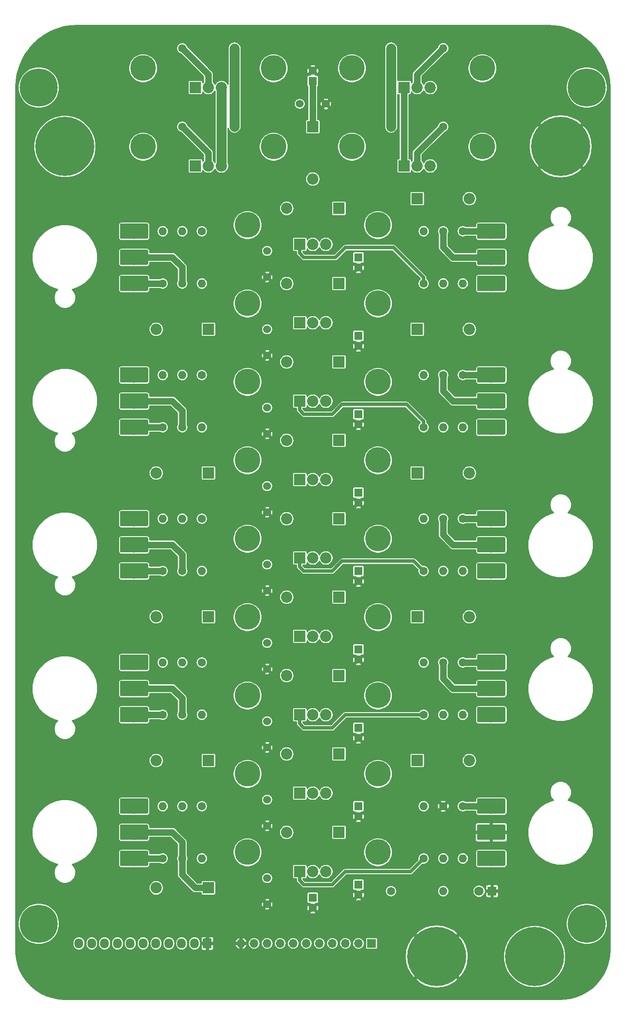
<source format=gbr>
G04 #@! TF.GenerationSoftware,KiCad,Pcbnew,(5.1.4)-1*
G04 #@! TF.CreationDate,2019-10-06T02:51:01-04:00*
G04 #@! TF.ProjectId,Fusion Cell Emulator,46757369-6f6e-4204-9365-6c6c20456d75,rev?*
G04 #@! TF.SameCoordinates,Original*
G04 #@! TF.FileFunction,Copper,L2,Bot*
G04 #@! TF.FilePolarity,Positive*
%FSLAX46Y46*%
G04 Gerber Fmt 4.6, Leading zero omitted, Abs format (unit mm)*
G04 Created by KiCad (PCBNEW (5.1.4)-1) date 2019-10-06 02:51:01*
%MOMM*%
%LPD*%
G04 APERTURE LIST*
G04 #@! TA.AperFunction,Conductor*
%ADD10C,0.100000*%
G04 #@! TD*
G04 #@! TA.AperFunction,SMDPad,CuDef*
%ADD11C,3.000000*%
G04 #@! TD*
G04 #@! TA.AperFunction,ComponentPad*
%ADD12C,7.400000*%
G04 #@! TD*
G04 #@! TA.AperFunction,ComponentPad*
%ADD13C,11.500000*%
G04 #@! TD*
G04 #@! TA.AperFunction,ComponentPad*
%ADD14C,5.000000*%
G04 #@! TD*
G04 #@! TA.AperFunction,ComponentPad*
%ADD15C,2.200000*%
G04 #@! TD*
G04 #@! TA.AperFunction,ComponentPad*
%ADD16R,2.200000X2.200000*%
G04 #@! TD*
G04 #@! TA.AperFunction,ComponentPad*
%ADD17O,1.600000X1.600000*%
G04 #@! TD*
G04 #@! TA.AperFunction,ComponentPad*
%ADD18C,1.600000*%
G04 #@! TD*
G04 #@! TA.AperFunction,ComponentPad*
%ADD19O,1.700000X1.700000*%
G04 #@! TD*
G04 #@! TA.AperFunction,ComponentPad*
%ADD20R,1.700000X1.700000*%
G04 #@! TD*
G04 #@! TA.AperFunction,ComponentPad*
%ADD21O,1.700000X1.950000*%
G04 #@! TD*
G04 #@! TA.AperFunction,ComponentPad*
%ADD22C,1.700000*%
G04 #@! TD*
G04 #@! TA.AperFunction,ComponentPad*
%ADD23O,2.200000X2.200000*%
G04 #@! TD*
G04 #@! TA.AperFunction,ComponentPad*
%ADD24C,1.800000*%
G04 #@! TD*
G04 #@! TA.AperFunction,ComponentPad*
%ADD25R,1.800000X1.800000*%
G04 #@! TD*
G04 #@! TA.AperFunction,ComponentPad*
%ADD26R,1.600000X1.600000*%
G04 #@! TD*
G04 #@! TA.AperFunction,ComponentPad*
%ADD27C,1.524000*%
G04 #@! TD*
G04 #@! TA.AperFunction,Conductor*
%ADD28C,1.270000*%
G04 #@! TD*
G04 #@! TA.AperFunction,Conductor*
%ADD29C,1.905000*%
G04 #@! TD*
G04 #@! TA.AperFunction,Conductor*
%ADD30C,0.635000*%
G04 #@! TD*
G04 #@! TA.AperFunction,Conductor*
%ADD31C,0.254000*%
G04 #@! TD*
G04 APERTURE END LIST*
D10*
G04 #@! TO.N,Net-(R30-Pad1)*
G04 #@! TO.C,RV10*
G36*
X189639405Y-97561445D02*
G01*
X189668527Y-97565764D01*
X189697085Y-97572918D01*
X189724805Y-97582836D01*
X189751419Y-97595424D01*
X189776671Y-97610559D01*
X189800318Y-97628097D01*
X189822132Y-97647868D01*
X189841903Y-97669682D01*
X189859441Y-97693329D01*
X189874576Y-97718581D01*
X189887164Y-97745195D01*
X189897082Y-97772915D01*
X189904236Y-97801473D01*
X189908555Y-97830595D01*
X189910000Y-97860000D01*
X189910000Y-100260000D01*
X189908555Y-100289405D01*
X189904236Y-100318527D01*
X189897082Y-100347085D01*
X189887164Y-100374805D01*
X189874576Y-100401419D01*
X189859441Y-100426671D01*
X189841903Y-100450318D01*
X189822132Y-100472132D01*
X189800318Y-100491903D01*
X189776671Y-100509441D01*
X189751419Y-100524576D01*
X189724805Y-100537164D01*
X189697085Y-100547082D01*
X189668527Y-100554236D01*
X189639405Y-100558555D01*
X189610000Y-100560000D01*
X184710000Y-100560000D01*
X184680595Y-100558555D01*
X184651473Y-100554236D01*
X184622915Y-100547082D01*
X184595195Y-100537164D01*
X184568581Y-100524576D01*
X184543329Y-100509441D01*
X184519682Y-100491903D01*
X184497868Y-100472132D01*
X184478097Y-100450318D01*
X184460559Y-100426671D01*
X184445424Y-100401419D01*
X184432836Y-100374805D01*
X184422918Y-100347085D01*
X184415764Y-100318527D01*
X184411445Y-100289405D01*
X184410000Y-100260000D01*
X184410000Y-97860000D01*
X184411445Y-97830595D01*
X184415764Y-97801473D01*
X184422918Y-97772915D01*
X184432836Y-97745195D01*
X184445424Y-97718581D01*
X184460559Y-97693329D01*
X184478097Y-97669682D01*
X184497868Y-97647868D01*
X184519682Y-97628097D01*
X184543329Y-97610559D01*
X184568581Y-97595424D01*
X184595195Y-97582836D01*
X184622915Y-97572918D01*
X184651473Y-97565764D01*
X184680595Y-97561445D01*
X184710000Y-97560000D01*
X189610000Y-97560000D01*
X189639405Y-97561445D01*
X189639405Y-97561445D01*
G37*
D11*
G04 #@! TD*
G04 #@! TO.P,RV10,1*
G04 #@! TO.N,Net-(R30-Pad1)*
X187160000Y-99060000D03*
D10*
G04 #@! TO.N,GND*
G04 #@! TO.C,RV10*
G36*
X189639405Y-102641445D02*
G01*
X189668527Y-102645764D01*
X189697085Y-102652918D01*
X189724805Y-102662836D01*
X189751419Y-102675424D01*
X189776671Y-102690559D01*
X189800318Y-102708097D01*
X189822132Y-102727868D01*
X189841903Y-102749682D01*
X189859441Y-102773329D01*
X189874576Y-102798581D01*
X189887164Y-102825195D01*
X189897082Y-102852915D01*
X189904236Y-102881473D01*
X189908555Y-102910595D01*
X189910000Y-102940000D01*
X189910000Y-105340000D01*
X189908555Y-105369405D01*
X189904236Y-105398527D01*
X189897082Y-105427085D01*
X189887164Y-105454805D01*
X189874576Y-105481419D01*
X189859441Y-105506671D01*
X189841903Y-105530318D01*
X189822132Y-105552132D01*
X189800318Y-105571903D01*
X189776671Y-105589441D01*
X189751419Y-105604576D01*
X189724805Y-105617164D01*
X189697085Y-105627082D01*
X189668527Y-105634236D01*
X189639405Y-105638555D01*
X189610000Y-105640000D01*
X184710000Y-105640000D01*
X184680595Y-105638555D01*
X184651473Y-105634236D01*
X184622915Y-105627082D01*
X184595195Y-105617164D01*
X184568581Y-105604576D01*
X184543329Y-105589441D01*
X184519682Y-105571903D01*
X184497868Y-105552132D01*
X184478097Y-105530318D01*
X184460559Y-105506671D01*
X184445424Y-105481419D01*
X184432836Y-105454805D01*
X184422918Y-105427085D01*
X184415764Y-105398527D01*
X184411445Y-105369405D01*
X184410000Y-105340000D01*
X184410000Y-102940000D01*
X184411445Y-102910595D01*
X184415764Y-102881473D01*
X184422918Y-102852915D01*
X184432836Y-102825195D01*
X184445424Y-102798581D01*
X184460559Y-102773329D01*
X184478097Y-102749682D01*
X184497868Y-102727868D01*
X184519682Y-102708097D01*
X184543329Y-102690559D01*
X184568581Y-102675424D01*
X184595195Y-102662836D01*
X184622915Y-102652918D01*
X184651473Y-102645764D01*
X184680595Y-102641445D01*
X184710000Y-102640000D01*
X189610000Y-102640000D01*
X189639405Y-102641445D01*
X189639405Y-102641445D01*
G37*
D11*
G04 #@! TD*
G04 #@! TO.P,RV10,2*
G04 #@! TO.N,GND*
X187160000Y-104140000D03*
D10*
G04 #@! TO.N,N/C*
G04 #@! TO.C,RV10*
G36*
X189639405Y-107721445D02*
G01*
X189668527Y-107725764D01*
X189697085Y-107732918D01*
X189724805Y-107742836D01*
X189751419Y-107755424D01*
X189776671Y-107770559D01*
X189800318Y-107788097D01*
X189822132Y-107807868D01*
X189841903Y-107829682D01*
X189859441Y-107853329D01*
X189874576Y-107878581D01*
X189887164Y-107905195D01*
X189897082Y-107932915D01*
X189904236Y-107961473D01*
X189908555Y-107990595D01*
X189910000Y-108020000D01*
X189910000Y-110420000D01*
X189908555Y-110449405D01*
X189904236Y-110478527D01*
X189897082Y-110507085D01*
X189887164Y-110534805D01*
X189874576Y-110561419D01*
X189859441Y-110586671D01*
X189841903Y-110610318D01*
X189822132Y-110632132D01*
X189800318Y-110651903D01*
X189776671Y-110669441D01*
X189751419Y-110684576D01*
X189724805Y-110697164D01*
X189697085Y-110707082D01*
X189668527Y-110714236D01*
X189639405Y-110718555D01*
X189610000Y-110720000D01*
X184710000Y-110720000D01*
X184680595Y-110718555D01*
X184651473Y-110714236D01*
X184622915Y-110707082D01*
X184595195Y-110697164D01*
X184568581Y-110684576D01*
X184543329Y-110669441D01*
X184519682Y-110651903D01*
X184497868Y-110632132D01*
X184478097Y-110610318D01*
X184460559Y-110586671D01*
X184445424Y-110561419D01*
X184432836Y-110534805D01*
X184422918Y-110507085D01*
X184415764Y-110478527D01*
X184411445Y-110449405D01*
X184410000Y-110420000D01*
X184410000Y-108020000D01*
X184411445Y-107990595D01*
X184415764Y-107961473D01*
X184422918Y-107932915D01*
X184432836Y-107905195D01*
X184445424Y-107878581D01*
X184460559Y-107853329D01*
X184478097Y-107829682D01*
X184497868Y-107807868D01*
X184519682Y-107788097D01*
X184543329Y-107770559D01*
X184568581Y-107755424D01*
X184595195Y-107742836D01*
X184622915Y-107732918D01*
X184651473Y-107725764D01*
X184680595Y-107721445D01*
X184710000Y-107720000D01*
X189610000Y-107720000D01*
X189639405Y-107721445D01*
X189639405Y-107721445D01*
G37*
D11*
G04 #@! TD*
G04 #@! TO.P,RV10,3*
G04 #@! TO.N,N/C*
X187160000Y-109220000D03*
D10*
G04 #@! TO.N,Net-(R26-Pad1)*
G04 #@! TO.C,RV6*
G36*
X189639405Y-41681445D02*
G01*
X189668527Y-41685764D01*
X189697085Y-41692918D01*
X189724805Y-41702836D01*
X189751419Y-41715424D01*
X189776671Y-41730559D01*
X189800318Y-41748097D01*
X189822132Y-41767868D01*
X189841903Y-41789682D01*
X189859441Y-41813329D01*
X189874576Y-41838581D01*
X189887164Y-41865195D01*
X189897082Y-41892915D01*
X189904236Y-41921473D01*
X189908555Y-41950595D01*
X189910000Y-41980000D01*
X189910000Y-44380000D01*
X189908555Y-44409405D01*
X189904236Y-44438527D01*
X189897082Y-44467085D01*
X189887164Y-44494805D01*
X189874576Y-44521419D01*
X189859441Y-44546671D01*
X189841903Y-44570318D01*
X189822132Y-44592132D01*
X189800318Y-44611903D01*
X189776671Y-44629441D01*
X189751419Y-44644576D01*
X189724805Y-44657164D01*
X189697085Y-44667082D01*
X189668527Y-44674236D01*
X189639405Y-44678555D01*
X189610000Y-44680000D01*
X184710000Y-44680000D01*
X184680595Y-44678555D01*
X184651473Y-44674236D01*
X184622915Y-44667082D01*
X184595195Y-44657164D01*
X184568581Y-44644576D01*
X184543329Y-44629441D01*
X184519682Y-44611903D01*
X184497868Y-44592132D01*
X184478097Y-44570318D01*
X184460559Y-44546671D01*
X184445424Y-44521419D01*
X184432836Y-44494805D01*
X184422918Y-44467085D01*
X184415764Y-44438527D01*
X184411445Y-44409405D01*
X184410000Y-44380000D01*
X184410000Y-41980000D01*
X184411445Y-41950595D01*
X184415764Y-41921473D01*
X184422918Y-41892915D01*
X184432836Y-41865195D01*
X184445424Y-41838581D01*
X184460559Y-41813329D01*
X184478097Y-41789682D01*
X184497868Y-41767868D01*
X184519682Y-41748097D01*
X184543329Y-41730559D01*
X184568581Y-41715424D01*
X184595195Y-41702836D01*
X184622915Y-41692918D01*
X184651473Y-41685764D01*
X184680595Y-41681445D01*
X184710000Y-41680000D01*
X189610000Y-41680000D01*
X189639405Y-41681445D01*
X189639405Y-41681445D01*
G37*
D11*
G04 #@! TD*
G04 #@! TO.P,RV6,1*
G04 #@! TO.N,Net-(R26-Pad1)*
X187160000Y-43180000D03*
D10*
G04 #@! TO.N,/C4*
G04 #@! TO.C,RV6*
G36*
X189639405Y-46761445D02*
G01*
X189668527Y-46765764D01*
X189697085Y-46772918D01*
X189724805Y-46782836D01*
X189751419Y-46795424D01*
X189776671Y-46810559D01*
X189800318Y-46828097D01*
X189822132Y-46847868D01*
X189841903Y-46869682D01*
X189859441Y-46893329D01*
X189874576Y-46918581D01*
X189887164Y-46945195D01*
X189897082Y-46972915D01*
X189904236Y-47001473D01*
X189908555Y-47030595D01*
X189910000Y-47060000D01*
X189910000Y-49460000D01*
X189908555Y-49489405D01*
X189904236Y-49518527D01*
X189897082Y-49547085D01*
X189887164Y-49574805D01*
X189874576Y-49601419D01*
X189859441Y-49626671D01*
X189841903Y-49650318D01*
X189822132Y-49672132D01*
X189800318Y-49691903D01*
X189776671Y-49709441D01*
X189751419Y-49724576D01*
X189724805Y-49737164D01*
X189697085Y-49747082D01*
X189668527Y-49754236D01*
X189639405Y-49758555D01*
X189610000Y-49760000D01*
X184710000Y-49760000D01*
X184680595Y-49758555D01*
X184651473Y-49754236D01*
X184622915Y-49747082D01*
X184595195Y-49737164D01*
X184568581Y-49724576D01*
X184543329Y-49709441D01*
X184519682Y-49691903D01*
X184497868Y-49672132D01*
X184478097Y-49650318D01*
X184460559Y-49626671D01*
X184445424Y-49601419D01*
X184432836Y-49574805D01*
X184422918Y-49547085D01*
X184415764Y-49518527D01*
X184411445Y-49489405D01*
X184410000Y-49460000D01*
X184410000Y-47060000D01*
X184411445Y-47030595D01*
X184415764Y-47001473D01*
X184422918Y-46972915D01*
X184432836Y-46945195D01*
X184445424Y-46918581D01*
X184460559Y-46893329D01*
X184478097Y-46869682D01*
X184497868Y-46847868D01*
X184519682Y-46828097D01*
X184543329Y-46810559D01*
X184568581Y-46795424D01*
X184595195Y-46782836D01*
X184622915Y-46772918D01*
X184651473Y-46765764D01*
X184680595Y-46761445D01*
X184710000Y-46760000D01*
X189610000Y-46760000D01*
X189639405Y-46761445D01*
X189639405Y-46761445D01*
G37*
D11*
G04 #@! TD*
G04 #@! TO.P,RV6,2*
G04 #@! TO.N,/C4*
X187160000Y-48260000D03*
D10*
G04 #@! TO.N,N/C*
G04 #@! TO.C,RV6*
G36*
X189639405Y-51841445D02*
G01*
X189668527Y-51845764D01*
X189697085Y-51852918D01*
X189724805Y-51862836D01*
X189751419Y-51875424D01*
X189776671Y-51890559D01*
X189800318Y-51908097D01*
X189822132Y-51927868D01*
X189841903Y-51949682D01*
X189859441Y-51973329D01*
X189874576Y-51998581D01*
X189887164Y-52025195D01*
X189897082Y-52052915D01*
X189904236Y-52081473D01*
X189908555Y-52110595D01*
X189910000Y-52140000D01*
X189910000Y-54540000D01*
X189908555Y-54569405D01*
X189904236Y-54598527D01*
X189897082Y-54627085D01*
X189887164Y-54654805D01*
X189874576Y-54681419D01*
X189859441Y-54706671D01*
X189841903Y-54730318D01*
X189822132Y-54752132D01*
X189800318Y-54771903D01*
X189776671Y-54789441D01*
X189751419Y-54804576D01*
X189724805Y-54817164D01*
X189697085Y-54827082D01*
X189668527Y-54834236D01*
X189639405Y-54838555D01*
X189610000Y-54840000D01*
X184710000Y-54840000D01*
X184680595Y-54838555D01*
X184651473Y-54834236D01*
X184622915Y-54827082D01*
X184595195Y-54817164D01*
X184568581Y-54804576D01*
X184543329Y-54789441D01*
X184519682Y-54771903D01*
X184497868Y-54752132D01*
X184478097Y-54730318D01*
X184460559Y-54706671D01*
X184445424Y-54681419D01*
X184432836Y-54654805D01*
X184422918Y-54627085D01*
X184415764Y-54598527D01*
X184411445Y-54569405D01*
X184410000Y-54540000D01*
X184410000Y-52140000D01*
X184411445Y-52110595D01*
X184415764Y-52081473D01*
X184422918Y-52052915D01*
X184432836Y-52025195D01*
X184445424Y-51998581D01*
X184460559Y-51973329D01*
X184478097Y-51949682D01*
X184497868Y-51927868D01*
X184519682Y-51908097D01*
X184543329Y-51890559D01*
X184568581Y-51875424D01*
X184595195Y-51862836D01*
X184622915Y-51852918D01*
X184651473Y-51845764D01*
X184680595Y-51841445D01*
X184710000Y-51840000D01*
X189610000Y-51840000D01*
X189639405Y-51841445D01*
X189639405Y-51841445D01*
G37*
D11*
G04 #@! TD*
G04 #@! TO.P,RV6,3*
G04 #@! TO.N,N/C*
X187160000Y-53340000D03*
D10*
G04 #@! TO.N,Net-(R13-Pad1)*
G04 #@! TO.C,RV4*
G36*
X189639405Y-13741445D02*
G01*
X189668527Y-13745764D01*
X189697085Y-13752918D01*
X189724805Y-13762836D01*
X189751419Y-13775424D01*
X189776671Y-13790559D01*
X189800318Y-13808097D01*
X189822132Y-13827868D01*
X189841903Y-13849682D01*
X189859441Y-13873329D01*
X189874576Y-13898581D01*
X189887164Y-13925195D01*
X189897082Y-13952915D01*
X189904236Y-13981473D01*
X189908555Y-14010595D01*
X189910000Y-14040000D01*
X189910000Y-16440000D01*
X189908555Y-16469405D01*
X189904236Y-16498527D01*
X189897082Y-16527085D01*
X189887164Y-16554805D01*
X189874576Y-16581419D01*
X189859441Y-16606671D01*
X189841903Y-16630318D01*
X189822132Y-16652132D01*
X189800318Y-16671903D01*
X189776671Y-16689441D01*
X189751419Y-16704576D01*
X189724805Y-16717164D01*
X189697085Y-16727082D01*
X189668527Y-16734236D01*
X189639405Y-16738555D01*
X189610000Y-16740000D01*
X184710000Y-16740000D01*
X184680595Y-16738555D01*
X184651473Y-16734236D01*
X184622915Y-16727082D01*
X184595195Y-16717164D01*
X184568581Y-16704576D01*
X184543329Y-16689441D01*
X184519682Y-16671903D01*
X184497868Y-16652132D01*
X184478097Y-16630318D01*
X184460559Y-16606671D01*
X184445424Y-16581419D01*
X184432836Y-16554805D01*
X184422918Y-16527085D01*
X184415764Y-16498527D01*
X184411445Y-16469405D01*
X184410000Y-16440000D01*
X184410000Y-14040000D01*
X184411445Y-14010595D01*
X184415764Y-13981473D01*
X184422918Y-13952915D01*
X184432836Y-13925195D01*
X184445424Y-13898581D01*
X184460559Y-13873329D01*
X184478097Y-13849682D01*
X184497868Y-13827868D01*
X184519682Y-13808097D01*
X184543329Y-13790559D01*
X184568581Y-13775424D01*
X184595195Y-13762836D01*
X184622915Y-13752918D01*
X184651473Y-13745764D01*
X184680595Y-13741445D01*
X184710000Y-13740000D01*
X189610000Y-13740000D01*
X189639405Y-13741445D01*
X189639405Y-13741445D01*
G37*
D11*
G04 #@! TD*
G04 #@! TO.P,RV4,1*
G04 #@! TO.N,Net-(R13-Pad1)*
X187160000Y-15240000D03*
D10*
G04 #@! TO.N,/C6*
G04 #@! TO.C,RV4*
G36*
X189639405Y-18821445D02*
G01*
X189668527Y-18825764D01*
X189697085Y-18832918D01*
X189724805Y-18842836D01*
X189751419Y-18855424D01*
X189776671Y-18870559D01*
X189800318Y-18888097D01*
X189822132Y-18907868D01*
X189841903Y-18929682D01*
X189859441Y-18953329D01*
X189874576Y-18978581D01*
X189887164Y-19005195D01*
X189897082Y-19032915D01*
X189904236Y-19061473D01*
X189908555Y-19090595D01*
X189910000Y-19120000D01*
X189910000Y-21520000D01*
X189908555Y-21549405D01*
X189904236Y-21578527D01*
X189897082Y-21607085D01*
X189887164Y-21634805D01*
X189874576Y-21661419D01*
X189859441Y-21686671D01*
X189841903Y-21710318D01*
X189822132Y-21732132D01*
X189800318Y-21751903D01*
X189776671Y-21769441D01*
X189751419Y-21784576D01*
X189724805Y-21797164D01*
X189697085Y-21807082D01*
X189668527Y-21814236D01*
X189639405Y-21818555D01*
X189610000Y-21820000D01*
X184710000Y-21820000D01*
X184680595Y-21818555D01*
X184651473Y-21814236D01*
X184622915Y-21807082D01*
X184595195Y-21797164D01*
X184568581Y-21784576D01*
X184543329Y-21769441D01*
X184519682Y-21751903D01*
X184497868Y-21732132D01*
X184478097Y-21710318D01*
X184460559Y-21686671D01*
X184445424Y-21661419D01*
X184432836Y-21634805D01*
X184422918Y-21607085D01*
X184415764Y-21578527D01*
X184411445Y-21549405D01*
X184410000Y-21520000D01*
X184410000Y-19120000D01*
X184411445Y-19090595D01*
X184415764Y-19061473D01*
X184422918Y-19032915D01*
X184432836Y-19005195D01*
X184445424Y-18978581D01*
X184460559Y-18953329D01*
X184478097Y-18929682D01*
X184497868Y-18907868D01*
X184519682Y-18888097D01*
X184543329Y-18870559D01*
X184568581Y-18855424D01*
X184595195Y-18842836D01*
X184622915Y-18832918D01*
X184651473Y-18825764D01*
X184680595Y-18821445D01*
X184710000Y-18820000D01*
X189610000Y-18820000D01*
X189639405Y-18821445D01*
X189639405Y-18821445D01*
G37*
D11*
G04 #@! TD*
G04 #@! TO.P,RV4,2*
G04 #@! TO.N,/C6*
X187160000Y-20320000D03*
D10*
G04 #@! TO.N,N/C*
G04 #@! TO.C,RV4*
G36*
X189639405Y-23901445D02*
G01*
X189668527Y-23905764D01*
X189697085Y-23912918D01*
X189724805Y-23922836D01*
X189751419Y-23935424D01*
X189776671Y-23950559D01*
X189800318Y-23968097D01*
X189822132Y-23987868D01*
X189841903Y-24009682D01*
X189859441Y-24033329D01*
X189874576Y-24058581D01*
X189887164Y-24085195D01*
X189897082Y-24112915D01*
X189904236Y-24141473D01*
X189908555Y-24170595D01*
X189910000Y-24200000D01*
X189910000Y-26600000D01*
X189908555Y-26629405D01*
X189904236Y-26658527D01*
X189897082Y-26687085D01*
X189887164Y-26714805D01*
X189874576Y-26741419D01*
X189859441Y-26766671D01*
X189841903Y-26790318D01*
X189822132Y-26812132D01*
X189800318Y-26831903D01*
X189776671Y-26849441D01*
X189751419Y-26864576D01*
X189724805Y-26877164D01*
X189697085Y-26887082D01*
X189668527Y-26894236D01*
X189639405Y-26898555D01*
X189610000Y-26900000D01*
X184710000Y-26900000D01*
X184680595Y-26898555D01*
X184651473Y-26894236D01*
X184622915Y-26887082D01*
X184595195Y-26877164D01*
X184568581Y-26864576D01*
X184543329Y-26849441D01*
X184519682Y-26831903D01*
X184497868Y-26812132D01*
X184478097Y-26790318D01*
X184460559Y-26766671D01*
X184445424Y-26741419D01*
X184432836Y-26714805D01*
X184422918Y-26687085D01*
X184415764Y-26658527D01*
X184411445Y-26629405D01*
X184410000Y-26600000D01*
X184410000Y-24200000D01*
X184411445Y-24170595D01*
X184415764Y-24141473D01*
X184422918Y-24112915D01*
X184432836Y-24085195D01*
X184445424Y-24058581D01*
X184460559Y-24033329D01*
X184478097Y-24009682D01*
X184497868Y-23987868D01*
X184519682Y-23968097D01*
X184543329Y-23950559D01*
X184568581Y-23935424D01*
X184595195Y-23922836D01*
X184622915Y-23912918D01*
X184651473Y-23905764D01*
X184680595Y-23901445D01*
X184710000Y-23900000D01*
X189610000Y-23900000D01*
X189639405Y-23901445D01*
X189639405Y-23901445D01*
G37*
D11*
G04 #@! TD*
G04 #@! TO.P,RV4,3*
G04 #@! TO.N,N/C*
X187160000Y-25400000D03*
D12*
G04 #@! TO.P,REF\002A\002A,1*
G04 #@! TO.N,N/C*
X99060000Y-121920000D03*
G04 #@! TD*
G04 #@! TO.P,REF\002A\002A,1*
G04 #@! TO.N,N/C*
X205740000Y-121920000D03*
G04 #@! TD*
G04 #@! TO.P,REF\002A\002A,1*
G04 #@! TO.N,N/C*
X99060000Y40640000D03*
G04 #@! TD*
G04 #@! TO.P,REF\002A\002A,1*
G04 #@! TO.N,N/C*
X205740000Y40640000D03*
G04 #@! TD*
D13*
G04 #@! TO.P,J7,1*
G04 #@! TO.N,GND*
X176530000Y-128270000D03*
G04 #@! TD*
G04 #@! TO.P,J6,1*
G04 #@! TO.N,/C10*
X195580000Y-128270000D03*
G04 #@! TD*
G04 #@! TO.P,J2,1*
G04 #@! TO.N,GND*
X200660000Y29210000D03*
G04 #@! TD*
G04 #@! TO.P,J1,1*
G04 #@! TO.N,VBUS*
X104140000Y29210000D03*
G04 #@! TD*
D14*
G04 #@! TO.P,U13,HS*
G04 #@! TO.N,N/C*
X165100000Y-108010000D03*
X139700000Y-108010000D03*
D15*
G04 #@! TO.P,U13,3*
G04 #@! TO.N,/C2*
X154940000Y-111760000D03*
G04 #@! TO.P,U13,2*
G04 #@! TO.N,/C1*
X152400000Y-111760000D03*
D16*
G04 #@! TO.P,U13,1*
G04 #@! TO.N,Net-(C16-Pad2)*
X149860000Y-111760000D03*
G04 #@! TD*
D14*
G04 #@! TO.P,U12,HS*
G04 #@! TO.N,N/C*
X165100000Y-92770000D03*
X139700000Y-92770000D03*
D15*
G04 #@! TO.P,U12,3*
G04 #@! TO.N,/C3*
X154940000Y-96520000D03*
G04 #@! TO.P,U12,2*
G04 #@! TO.N,/C2*
X152400000Y-96520000D03*
D16*
G04 #@! TO.P,U12,1*
G04 #@! TO.N,Net-(C15-Pad2)*
X149860000Y-96520000D03*
G04 #@! TD*
D14*
G04 #@! TO.P,U11,HS*
G04 #@! TO.N,N/C*
X165100000Y-77530000D03*
X139700000Y-77530000D03*
D15*
G04 #@! TO.P,U11,3*
G04 #@! TO.N,/C4*
X154940000Y-81280000D03*
G04 #@! TO.P,U11,2*
G04 #@! TO.N,/C3*
X152400000Y-81280000D03*
D16*
G04 #@! TO.P,U11,1*
G04 #@! TO.N,Net-(C14-Pad2)*
X149860000Y-81280000D03*
G04 #@! TD*
D14*
G04 #@! TO.P,U10,HS*
G04 #@! TO.N,N/C*
X165100000Y-62290000D03*
X139700000Y-62290000D03*
D15*
G04 #@! TO.P,U10,3*
G04 #@! TO.N,/C5*
X154940000Y-66040000D03*
G04 #@! TO.P,U10,2*
G04 #@! TO.N,/C4*
X152400000Y-66040000D03*
D16*
G04 #@! TO.P,U10,1*
G04 #@! TO.N,Net-(C13-Pad2)*
X149860000Y-66040000D03*
G04 #@! TD*
D14*
G04 #@! TO.P,U9,HS*
G04 #@! TO.N,N/C*
X165100000Y-47050000D03*
X139700000Y-47050000D03*
D15*
G04 #@! TO.P,U9,3*
G04 #@! TO.N,/C6*
X154940000Y-50800000D03*
G04 #@! TO.P,U9,2*
G04 #@! TO.N,/C5*
X152400000Y-50800000D03*
D16*
G04 #@! TO.P,U9,1*
G04 #@! TO.N,Net-(C12-Pad2)*
X149860000Y-50800000D03*
G04 #@! TD*
D14*
G04 #@! TO.P,U8,HS*
G04 #@! TO.N,N/C*
X165100000Y-31810000D03*
X139700000Y-31810000D03*
D15*
G04 #@! TO.P,U8,3*
G04 #@! TO.N,/C7*
X154940000Y-35560000D03*
G04 #@! TO.P,U8,2*
G04 #@! TO.N,/C6*
X152400000Y-35560000D03*
D16*
G04 #@! TO.P,U8,1*
G04 #@! TO.N,Net-(C11-Pad2)*
X149860000Y-35560000D03*
G04 #@! TD*
D14*
G04 #@! TO.P,U7,HS*
G04 #@! TO.N,N/C*
X165100000Y-16570000D03*
X139700000Y-16570000D03*
D15*
G04 #@! TO.P,U7,3*
G04 #@! TO.N,/C8*
X154940000Y-20320000D03*
G04 #@! TO.P,U7,2*
G04 #@! TO.N,/C7*
X152400000Y-20320000D03*
D16*
G04 #@! TO.P,U7,1*
G04 #@! TO.N,Net-(C10-Pad2)*
X149860000Y-20320000D03*
G04 #@! TD*
D14*
G04 #@! TO.P,U6,HS*
G04 #@! TO.N,N/C*
X165100000Y-1330000D03*
X139700000Y-1330000D03*
D15*
G04 #@! TO.P,U6,3*
G04 #@! TO.N,/C9*
X154940000Y-5080000D03*
G04 #@! TO.P,U6,2*
G04 #@! TO.N,/C8*
X152400000Y-5080000D03*
D16*
G04 #@! TO.P,U6,1*
G04 #@! TO.N,Net-(C9-Pad2)*
X149860000Y-5080000D03*
G04 #@! TD*
D14*
G04 #@! TO.P,U5,HS*
G04 #@! TO.N,N/C*
X165100000Y13910000D03*
X139700000Y13910000D03*
D15*
G04 #@! TO.P,U5,3*
G04 #@! TO.N,/C10*
X154940000Y10160000D03*
G04 #@! TO.P,U5,2*
G04 #@! TO.N,/C9*
X152400000Y10160000D03*
D16*
G04 #@! TO.P,U5,1*
G04 #@! TO.N,Net-(C8-Pad2)*
X149860000Y10160000D03*
G04 #@! TD*
D14*
G04 #@! TO.P,U4,HS*
G04 #@! TO.N,N/C*
X144780000Y44390000D03*
X119380000Y44390000D03*
D15*
G04 #@! TO.P,U4,3*
G04 #@! TO.N,VBUS*
X134620000Y40640000D03*
G04 #@! TO.P,U4,2*
G04 #@! TO.N,Net-(R4-Pad1)*
X132080000Y40640000D03*
D16*
G04 #@! TO.P,U4,1*
G04 #@! TO.N,Net-(C7-Pad2)*
X129540000Y40640000D03*
G04 #@! TD*
D14*
G04 #@! TO.P,U3,HS*
G04 #@! TO.N,N/C*
X144780000Y29150000D03*
X119380000Y29150000D03*
D15*
G04 #@! TO.P,U3,3*
G04 #@! TO.N,VBUS*
X134620000Y25400000D03*
G04 #@! TO.P,U3,2*
G04 #@! TO.N,Net-(R3-Pad1)*
X132080000Y25400000D03*
D16*
G04 #@! TO.P,U3,1*
G04 #@! TO.N,Net-(C7-Pad2)*
X129540000Y25400000D03*
G04 #@! TD*
D14*
G04 #@! TO.P,U2,HS*
G04 #@! TO.N,N/C*
X185420000Y44390000D03*
X160020000Y44390000D03*
D15*
G04 #@! TO.P,U2,3*
G04 #@! TO.N,VBUS*
X175260000Y40640000D03*
G04 #@! TO.P,U2,2*
G04 #@! TO.N,Net-(R2-Pad2)*
X172720000Y40640000D03*
D16*
G04 #@! TO.P,U2,1*
G04 #@! TO.N,Net-(C7-Pad2)*
X170180000Y40640000D03*
G04 #@! TD*
D14*
G04 #@! TO.P,U1,HS*
G04 #@! TO.N,N/C*
X185420000Y29150000D03*
X160020000Y29150000D03*
D15*
G04 #@! TO.P,U1,3*
G04 #@! TO.N,VBUS*
X175260000Y25400000D03*
G04 #@! TO.P,U1,2*
G04 #@! TO.N,Net-(R1-Pad1)*
X172720000Y25400000D03*
D16*
G04 #@! TO.P,U1,1*
G04 #@! TO.N,Net-(C7-Pad2)*
X170180000Y25400000D03*
G04 #@! TD*
D10*
G04 #@! TO.N,Net-(R29-Pad1)*
G04 #@! TO.C,RV9*
G36*
X120119405Y-107721445D02*
G01*
X120148527Y-107725764D01*
X120177085Y-107732918D01*
X120204805Y-107742836D01*
X120231419Y-107755424D01*
X120256671Y-107770559D01*
X120280318Y-107788097D01*
X120302132Y-107807868D01*
X120321903Y-107829682D01*
X120339441Y-107853329D01*
X120354576Y-107878581D01*
X120367164Y-107905195D01*
X120377082Y-107932915D01*
X120384236Y-107961473D01*
X120388555Y-107990595D01*
X120390000Y-108020000D01*
X120390000Y-110420000D01*
X120388555Y-110449405D01*
X120384236Y-110478527D01*
X120377082Y-110507085D01*
X120367164Y-110534805D01*
X120354576Y-110561419D01*
X120339441Y-110586671D01*
X120321903Y-110610318D01*
X120302132Y-110632132D01*
X120280318Y-110651903D01*
X120256671Y-110669441D01*
X120231419Y-110684576D01*
X120204805Y-110697164D01*
X120177085Y-110707082D01*
X120148527Y-110714236D01*
X120119405Y-110718555D01*
X120090000Y-110720000D01*
X115190000Y-110720000D01*
X115160595Y-110718555D01*
X115131473Y-110714236D01*
X115102915Y-110707082D01*
X115075195Y-110697164D01*
X115048581Y-110684576D01*
X115023329Y-110669441D01*
X114999682Y-110651903D01*
X114977868Y-110632132D01*
X114958097Y-110610318D01*
X114940559Y-110586671D01*
X114925424Y-110561419D01*
X114912836Y-110534805D01*
X114902918Y-110507085D01*
X114895764Y-110478527D01*
X114891445Y-110449405D01*
X114890000Y-110420000D01*
X114890000Y-108020000D01*
X114891445Y-107990595D01*
X114895764Y-107961473D01*
X114902918Y-107932915D01*
X114912836Y-107905195D01*
X114925424Y-107878581D01*
X114940559Y-107853329D01*
X114958097Y-107829682D01*
X114977868Y-107807868D01*
X114999682Y-107788097D01*
X115023329Y-107770559D01*
X115048581Y-107755424D01*
X115075195Y-107742836D01*
X115102915Y-107732918D01*
X115131473Y-107725764D01*
X115160595Y-107721445D01*
X115190000Y-107720000D01*
X120090000Y-107720000D01*
X120119405Y-107721445D01*
X120119405Y-107721445D01*
G37*
D11*
G04 #@! TD*
G04 #@! TO.P,RV9,1*
G04 #@! TO.N,Net-(R29-Pad1)*
X117640000Y-109220000D03*
D10*
G04 #@! TO.N,/C1*
G04 #@! TO.C,RV9*
G36*
X120119405Y-102641445D02*
G01*
X120148527Y-102645764D01*
X120177085Y-102652918D01*
X120204805Y-102662836D01*
X120231419Y-102675424D01*
X120256671Y-102690559D01*
X120280318Y-102708097D01*
X120302132Y-102727868D01*
X120321903Y-102749682D01*
X120339441Y-102773329D01*
X120354576Y-102798581D01*
X120367164Y-102825195D01*
X120377082Y-102852915D01*
X120384236Y-102881473D01*
X120388555Y-102910595D01*
X120390000Y-102940000D01*
X120390000Y-105340000D01*
X120388555Y-105369405D01*
X120384236Y-105398527D01*
X120377082Y-105427085D01*
X120367164Y-105454805D01*
X120354576Y-105481419D01*
X120339441Y-105506671D01*
X120321903Y-105530318D01*
X120302132Y-105552132D01*
X120280318Y-105571903D01*
X120256671Y-105589441D01*
X120231419Y-105604576D01*
X120204805Y-105617164D01*
X120177085Y-105627082D01*
X120148527Y-105634236D01*
X120119405Y-105638555D01*
X120090000Y-105640000D01*
X115190000Y-105640000D01*
X115160595Y-105638555D01*
X115131473Y-105634236D01*
X115102915Y-105627082D01*
X115075195Y-105617164D01*
X115048581Y-105604576D01*
X115023329Y-105589441D01*
X114999682Y-105571903D01*
X114977868Y-105552132D01*
X114958097Y-105530318D01*
X114940559Y-105506671D01*
X114925424Y-105481419D01*
X114912836Y-105454805D01*
X114902918Y-105427085D01*
X114895764Y-105398527D01*
X114891445Y-105369405D01*
X114890000Y-105340000D01*
X114890000Y-102940000D01*
X114891445Y-102910595D01*
X114895764Y-102881473D01*
X114902918Y-102852915D01*
X114912836Y-102825195D01*
X114925424Y-102798581D01*
X114940559Y-102773329D01*
X114958097Y-102749682D01*
X114977868Y-102727868D01*
X114999682Y-102708097D01*
X115023329Y-102690559D01*
X115048581Y-102675424D01*
X115075195Y-102662836D01*
X115102915Y-102652918D01*
X115131473Y-102645764D01*
X115160595Y-102641445D01*
X115190000Y-102640000D01*
X120090000Y-102640000D01*
X120119405Y-102641445D01*
X120119405Y-102641445D01*
G37*
D11*
G04 #@! TD*
G04 #@! TO.P,RV9,2*
G04 #@! TO.N,/C1*
X117640000Y-104140000D03*
D10*
G04 #@! TO.N,N/C*
G04 #@! TO.C,RV9*
G36*
X120119405Y-97561445D02*
G01*
X120148527Y-97565764D01*
X120177085Y-97572918D01*
X120204805Y-97582836D01*
X120231419Y-97595424D01*
X120256671Y-97610559D01*
X120280318Y-97628097D01*
X120302132Y-97647868D01*
X120321903Y-97669682D01*
X120339441Y-97693329D01*
X120354576Y-97718581D01*
X120367164Y-97745195D01*
X120377082Y-97772915D01*
X120384236Y-97801473D01*
X120388555Y-97830595D01*
X120390000Y-97860000D01*
X120390000Y-100260000D01*
X120388555Y-100289405D01*
X120384236Y-100318527D01*
X120377082Y-100347085D01*
X120367164Y-100374805D01*
X120354576Y-100401419D01*
X120339441Y-100426671D01*
X120321903Y-100450318D01*
X120302132Y-100472132D01*
X120280318Y-100491903D01*
X120256671Y-100509441D01*
X120231419Y-100524576D01*
X120204805Y-100537164D01*
X120177085Y-100547082D01*
X120148527Y-100554236D01*
X120119405Y-100558555D01*
X120090000Y-100560000D01*
X115190000Y-100560000D01*
X115160595Y-100558555D01*
X115131473Y-100554236D01*
X115102915Y-100547082D01*
X115075195Y-100537164D01*
X115048581Y-100524576D01*
X115023329Y-100509441D01*
X114999682Y-100491903D01*
X114977868Y-100472132D01*
X114958097Y-100450318D01*
X114940559Y-100426671D01*
X114925424Y-100401419D01*
X114912836Y-100374805D01*
X114902918Y-100347085D01*
X114895764Y-100318527D01*
X114891445Y-100289405D01*
X114890000Y-100260000D01*
X114890000Y-97860000D01*
X114891445Y-97830595D01*
X114895764Y-97801473D01*
X114902918Y-97772915D01*
X114912836Y-97745195D01*
X114925424Y-97718581D01*
X114940559Y-97693329D01*
X114958097Y-97669682D01*
X114977868Y-97647868D01*
X114999682Y-97628097D01*
X115023329Y-97610559D01*
X115048581Y-97595424D01*
X115075195Y-97582836D01*
X115102915Y-97572918D01*
X115131473Y-97565764D01*
X115160595Y-97561445D01*
X115190000Y-97560000D01*
X120090000Y-97560000D01*
X120119405Y-97561445D01*
X120119405Y-97561445D01*
G37*
D11*
G04 #@! TD*
G04 #@! TO.P,RV9,3*
G04 #@! TO.N,N/C*
X117640000Y-99060000D03*
D10*
G04 #@! TO.N,Net-(R28-Pad1)*
G04 #@! TO.C,RV8*
G36*
X189639405Y-69621445D02*
G01*
X189668527Y-69625764D01*
X189697085Y-69632918D01*
X189724805Y-69642836D01*
X189751419Y-69655424D01*
X189776671Y-69670559D01*
X189800318Y-69688097D01*
X189822132Y-69707868D01*
X189841903Y-69729682D01*
X189859441Y-69753329D01*
X189874576Y-69778581D01*
X189887164Y-69805195D01*
X189897082Y-69832915D01*
X189904236Y-69861473D01*
X189908555Y-69890595D01*
X189910000Y-69920000D01*
X189910000Y-72320000D01*
X189908555Y-72349405D01*
X189904236Y-72378527D01*
X189897082Y-72407085D01*
X189887164Y-72434805D01*
X189874576Y-72461419D01*
X189859441Y-72486671D01*
X189841903Y-72510318D01*
X189822132Y-72532132D01*
X189800318Y-72551903D01*
X189776671Y-72569441D01*
X189751419Y-72584576D01*
X189724805Y-72597164D01*
X189697085Y-72607082D01*
X189668527Y-72614236D01*
X189639405Y-72618555D01*
X189610000Y-72620000D01*
X184710000Y-72620000D01*
X184680595Y-72618555D01*
X184651473Y-72614236D01*
X184622915Y-72607082D01*
X184595195Y-72597164D01*
X184568581Y-72584576D01*
X184543329Y-72569441D01*
X184519682Y-72551903D01*
X184497868Y-72532132D01*
X184478097Y-72510318D01*
X184460559Y-72486671D01*
X184445424Y-72461419D01*
X184432836Y-72434805D01*
X184422918Y-72407085D01*
X184415764Y-72378527D01*
X184411445Y-72349405D01*
X184410000Y-72320000D01*
X184410000Y-69920000D01*
X184411445Y-69890595D01*
X184415764Y-69861473D01*
X184422918Y-69832915D01*
X184432836Y-69805195D01*
X184445424Y-69778581D01*
X184460559Y-69753329D01*
X184478097Y-69729682D01*
X184497868Y-69707868D01*
X184519682Y-69688097D01*
X184543329Y-69670559D01*
X184568581Y-69655424D01*
X184595195Y-69642836D01*
X184622915Y-69632918D01*
X184651473Y-69625764D01*
X184680595Y-69621445D01*
X184710000Y-69620000D01*
X189610000Y-69620000D01*
X189639405Y-69621445D01*
X189639405Y-69621445D01*
G37*
D11*
G04 #@! TD*
G04 #@! TO.P,RV8,1*
G04 #@! TO.N,Net-(R28-Pad1)*
X187160000Y-71120000D03*
D10*
G04 #@! TO.N,/C2*
G04 #@! TO.C,RV8*
G36*
X189639405Y-74701445D02*
G01*
X189668527Y-74705764D01*
X189697085Y-74712918D01*
X189724805Y-74722836D01*
X189751419Y-74735424D01*
X189776671Y-74750559D01*
X189800318Y-74768097D01*
X189822132Y-74787868D01*
X189841903Y-74809682D01*
X189859441Y-74833329D01*
X189874576Y-74858581D01*
X189887164Y-74885195D01*
X189897082Y-74912915D01*
X189904236Y-74941473D01*
X189908555Y-74970595D01*
X189910000Y-75000000D01*
X189910000Y-77400000D01*
X189908555Y-77429405D01*
X189904236Y-77458527D01*
X189897082Y-77487085D01*
X189887164Y-77514805D01*
X189874576Y-77541419D01*
X189859441Y-77566671D01*
X189841903Y-77590318D01*
X189822132Y-77612132D01*
X189800318Y-77631903D01*
X189776671Y-77649441D01*
X189751419Y-77664576D01*
X189724805Y-77677164D01*
X189697085Y-77687082D01*
X189668527Y-77694236D01*
X189639405Y-77698555D01*
X189610000Y-77700000D01*
X184710000Y-77700000D01*
X184680595Y-77698555D01*
X184651473Y-77694236D01*
X184622915Y-77687082D01*
X184595195Y-77677164D01*
X184568581Y-77664576D01*
X184543329Y-77649441D01*
X184519682Y-77631903D01*
X184497868Y-77612132D01*
X184478097Y-77590318D01*
X184460559Y-77566671D01*
X184445424Y-77541419D01*
X184432836Y-77514805D01*
X184422918Y-77487085D01*
X184415764Y-77458527D01*
X184411445Y-77429405D01*
X184410000Y-77400000D01*
X184410000Y-75000000D01*
X184411445Y-74970595D01*
X184415764Y-74941473D01*
X184422918Y-74912915D01*
X184432836Y-74885195D01*
X184445424Y-74858581D01*
X184460559Y-74833329D01*
X184478097Y-74809682D01*
X184497868Y-74787868D01*
X184519682Y-74768097D01*
X184543329Y-74750559D01*
X184568581Y-74735424D01*
X184595195Y-74722836D01*
X184622915Y-74712918D01*
X184651473Y-74705764D01*
X184680595Y-74701445D01*
X184710000Y-74700000D01*
X189610000Y-74700000D01*
X189639405Y-74701445D01*
X189639405Y-74701445D01*
G37*
D11*
G04 #@! TD*
G04 #@! TO.P,RV8,2*
G04 #@! TO.N,/C2*
X187160000Y-76200000D03*
D10*
G04 #@! TO.N,N/C*
G04 #@! TO.C,RV8*
G36*
X189639405Y-79781445D02*
G01*
X189668527Y-79785764D01*
X189697085Y-79792918D01*
X189724805Y-79802836D01*
X189751419Y-79815424D01*
X189776671Y-79830559D01*
X189800318Y-79848097D01*
X189822132Y-79867868D01*
X189841903Y-79889682D01*
X189859441Y-79913329D01*
X189874576Y-79938581D01*
X189887164Y-79965195D01*
X189897082Y-79992915D01*
X189904236Y-80021473D01*
X189908555Y-80050595D01*
X189910000Y-80080000D01*
X189910000Y-82480000D01*
X189908555Y-82509405D01*
X189904236Y-82538527D01*
X189897082Y-82567085D01*
X189887164Y-82594805D01*
X189874576Y-82621419D01*
X189859441Y-82646671D01*
X189841903Y-82670318D01*
X189822132Y-82692132D01*
X189800318Y-82711903D01*
X189776671Y-82729441D01*
X189751419Y-82744576D01*
X189724805Y-82757164D01*
X189697085Y-82767082D01*
X189668527Y-82774236D01*
X189639405Y-82778555D01*
X189610000Y-82780000D01*
X184710000Y-82780000D01*
X184680595Y-82778555D01*
X184651473Y-82774236D01*
X184622915Y-82767082D01*
X184595195Y-82757164D01*
X184568581Y-82744576D01*
X184543329Y-82729441D01*
X184519682Y-82711903D01*
X184497868Y-82692132D01*
X184478097Y-82670318D01*
X184460559Y-82646671D01*
X184445424Y-82621419D01*
X184432836Y-82594805D01*
X184422918Y-82567085D01*
X184415764Y-82538527D01*
X184411445Y-82509405D01*
X184410000Y-82480000D01*
X184410000Y-80080000D01*
X184411445Y-80050595D01*
X184415764Y-80021473D01*
X184422918Y-79992915D01*
X184432836Y-79965195D01*
X184445424Y-79938581D01*
X184460559Y-79913329D01*
X184478097Y-79889682D01*
X184497868Y-79867868D01*
X184519682Y-79848097D01*
X184543329Y-79830559D01*
X184568581Y-79815424D01*
X184595195Y-79802836D01*
X184622915Y-79792918D01*
X184651473Y-79785764D01*
X184680595Y-79781445D01*
X184710000Y-79780000D01*
X189610000Y-79780000D01*
X189639405Y-79781445D01*
X189639405Y-79781445D01*
G37*
D11*
G04 #@! TD*
G04 #@! TO.P,RV8,3*
G04 #@! TO.N,N/C*
X187160000Y-81280000D03*
D10*
G04 #@! TO.N,Net-(R27-Pad1)*
G04 #@! TO.C,RV7*
G36*
X120119405Y-79781445D02*
G01*
X120148527Y-79785764D01*
X120177085Y-79792918D01*
X120204805Y-79802836D01*
X120231419Y-79815424D01*
X120256671Y-79830559D01*
X120280318Y-79848097D01*
X120302132Y-79867868D01*
X120321903Y-79889682D01*
X120339441Y-79913329D01*
X120354576Y-79938581D01*
X120367164Y-79965195D01*
X120377082Y-79992915D01*
X120384236Y-80021473D01*
X120388555Y-80050595D01*
X120390000Y-80080000D01*
X120390000Y-82480000D01*
X120388555Y-82509405D01*
X120384236Y-82538527D01*
X120377082Y-82567085D01*
X120367164Y-82594805D01*
X120354576Y-82621419D01*
X120339441Y-82646671D01*
X120321903Y-82670318D01*
X120302132Y-82692132D01*
X120280318Y-82711903D01*
X120256671Y-82729441D01*
X120231419Y-82744576D01*
X120204805Y-82757164D01*
X120177085Y-82767082D01*
X120148527Y-82774236D01*
X120119405Y-82778555D01*
X120090000Y-82780000D01*
X115190000Y-82780000D01*
X115160595Y-82778555D01*
X115131473Y-82774236D01*
X115102915Y-82767082D01*
X115075195Y-82757164D01*
X115048581Y-82744576D01*
X115023329Y-82729441D01*
X114999682Y-82711903D01*
X114977868Y-82692132D01*
X114958097Y-82670318D01*
X114940559Y-82646671D01*
X114925424Y-82621419D01*
X114912836Y-82594805D01*
X114902918Y-82567085D01*
X114895764Y-82538527D01*
X114891445Y-82509405D01*
X114890000Y-82480000D01*
X114890000Y-80080000D01*
X114891445Y-80050595D01*
X114895764Y-80021473D01*
X114902918Y-79992915D01*
X114912836Y-79965195D01*
X114925424Y-79938581D01*
X114940559Y-79913329D01*
X114958097Y-79889682D01*
X114977868Y-79867868D01*
X114999682Y-79848097D01*
X115023329Y-79830559D01*
X115048581Y-79815424D01*
X115075195Y-79802836D01*
X115102915Y-79792918D01*
X115131473Y-79785764D01*
X115160595Y-79781445D01*
X115190000Y-79780000D01*
X120090000Y-79780000D01*
X120119405Y-79781445D01*
X120119405Y-79781445D01*
G37*
D11*
G04 #@! TD*
G04 #@! TO.P,RV7,1*
G04 #@! TO.N,Net-(R27-Pad1)*
X117640000Y-81280000D03*
D10*
G04 #@! TO.N,/C3*
G04 #@! TO.C,RV7*
G36*
X120119405Y-74701445D02*
G01*
X120148527Y-74705764D01*
X120177085Y-74712918D01*
X120204805Y-74722836D01*
X120231419Y-74735424D01*
X120256671Y-74750559D01*
X120280318Y-74768097D01*
X120302132Y-74787868D01*
X120321903Y-74809682D01*
X120339441Y-74833329D01*
X120354576Y-74858581D01*
X120367164Y-74885195D01*
X120377082Y-74912915D01*
X120384236Y-74941473D01*
X120388555Y-74970595D01*
X120390000Y-75000000D01*
X120390000Y-77400000D01*
X120388555Y-77429405D01*
X120384236Y-77458527D01*
X120377082Y-77487085D01*
X120367164Y-77514805D01*
X120354576Y-77541419D01*
X120339441Y-77566671D01*
X120321903Y-77590318D01*
X120302132Y-77612132D01*
X120280318Y-77631903D01*
X120256671Y-77649441D01*
X120231419Y-77664576D01*
X120204805Y-77677164D01*
X120177085Y-77687082D01*
X120148527Y-77694236D01*
X120119405Y-77698555D01*
X120090000Y-77700000D01*
X115190000Y-77700000D01*
X115160595Y-77698555D01*
X115131473Y-77694236D01*
X115102915Y-77687082D01*
X115075195Y-77677164D01*
X115048581Y-77664576D01*
X115023329Y-77649441D01*
X114999682Y-77631903D01*
X114977868Y-77612132D01*
X114958097Y-77590318D01*
X114940559Y-77566671D01*
X114925424Y-77541419D01*
X114912836Y-77514805D01*
X114902918Y-77487085D01*
X114895764Y-77458527D01*
X114891445Y-77429405D01*
X114890000Y-77400000D01*
X114890000Y-75000000D01*
X114891445Y-74970595D01*
X114895764Y-74941473D01*
X114902918Y-74912915D01*
X114912836Y-74885195D01*
X114925424Y-74858581D01*
X114940559Y-74833329D01*
X114958097Y-74809682D01*
X114977868Y-74787868D01*
X114999682Y-74768097D01*
X115023329Y-74750559D01*
X115048581Y-74735424D01*
X115075195Y-74722836D01*
X115102915Y-74712918D01*
X115131473Y-74705764D01*
X115160595Y-74701445D01*
X115190000Y-74700000D01*
X120090000Y-74700000D01*
X120119405Y-74701445D01*
X120119405Y-74701445D01*
G37*
D11*
G04 #@! TD*
G04 #@! TO.P,RV7,2*
G04 #@! TO.N,/C3*
X117640000Y-76200000D03*
D10*
G04 #@! TO.N,N/C*
G04 #@! TO.C,RV7*
G36*
X120119405Y-69621445D02*
G01*
X120148527Y-69625764D01*
X120177085Y-69632918D01*
X120204805Y-69642836D01*
X120231419Y-69655424D01*
X120256671Y-69670559D01*
X120280318Y-69688097D01*
X120302132Y-69707868D01*
X120321903Y-69729682D01*
X120339441Y-69753329D01*
X120354576Y-69778581D01*
X120367164Y-69805195D01*
X120377082Y-69832915D01*
X120384236Y-69861473D01*
X120388555Y-69890595D01*
X120390000Y-69920000D01*
X120390000Y-72320000D01*
X120388555Y-72349405D01*
X120384236Y-72378527D01*
X120377082Y-72407085D01*
X120367164Y-72434805D01*
X120354576Y-72461419D01*
X120339441Y-72486671D01*
X120321903Y-72510318D01*
X120302132Y-72532132D01*
X120280318Y-72551903D01*
X120256671Y-72569441D01*
X120231419Y-72584576D01*
X120204805Y-72597164D01*
X120177085Y-72607082D01*
X120148527Y-72614236D01*
X120119405Y-72618555D01*
X120090000Y-72620000D01*
X115190000Y-72620000D01*
X115160595Y-72618555D01*
X115131473Y-72614236D01*
X115102915Y-72607082D01*
X115075195Y-72597164D01*
X115048581Y-72584576D01*
X115023329Y-72569441D01*
X114999682Y-72551903D01*
X114977868Y-72532132D01*
X114958097Y-72510318D01*
X114940559Y-72486671D01*
X114925424Y-72461419D01*
X114912836Y-72434805D01*
X114902918Y-72407085D01*
X114895764Y-72378527D01*
X114891445Y-72349405D01*
X114890000Y-72320000D01*
X114890000Y-69920000D01*
X114891445Y-69890595D01*
X114895764Y-69861473D01*
X114902918Y-69832915D01*
X114912836Y-69805195D01*
X114925424Y-69778581D01*
X114940559Y-69753329D01*
X114958097Y-69729682D01*
X114977868Y-69707868D01*
X114999682Y-69688097D01*
X115023329Y-69670559D01*
X115048581Y-69655424D01*
X115075195Y-69642836D01*
X115102915Y-69632918D01*
X115131473Y-69625764D01*
X115160595Y-69621445D01*
X115190000Y-69620000D01*
X120090000Y-69620000D01*
X120119405Y-69621445D01*
X120119405Y-69621445D01*
G37*
D11*
G04 #@! TD*
G04 #@! TO.P,RV7,3*
G04 #@! TO.N,N/C*
X117640000Y-71120000D03*
D10*
G04 #@! TO.N,Net-(R14-Pad1)*
G04 #@! TO.C,RV5*
G36*
X120119405Y-51841445D02*
G01*
X120148527Y-51845764D01*
X120177085Y-51852918D01*
X120204805Y-51862836D01*
X120231419Y-51875424D01*
X120256671Y-51890559D01*
X120280318Y-51908097D01*
X120302132Y-51927868D01*
X120321903Y-51949682D01*
X120339441Y-51973329D01*
X120354576Y-51998581D01*
X120367164Y-52025195D01*
X120377082Y-52052915D01*
X120384236Y-52081473D01*
X120388555Y-52110595D01*
X120390000Y-52140000D01*
X120390000Y-54540000D01*
X120388555Y-54569405D01*
X120384236Y-54598527D01*
X120377082Y-54627085D01*
X120367164Y-54654805D01*
X120354576Y-54681419D01*
X120339441Y-54706671D01*
X120321903Y-54730318D01*
X120302132Y-54752132D01*
X120280318Y-54771903D01*
X120256671Y-54789441D01*
X120231419Y-54804576D01*
X120204805Y-54817164D01*
X120177085Y-54827082D01*
X120148527Y-54834236D01*
X120119405Y-54838555D01*
X120090000Y-54840000D01*
X115190000Y-54840000D01*
X115160595Y-54838555D01*
X115131473Y-54834236D01*
X115102915Y-54827082D01*
X115075195Y-54817164D01*
X115048581Y-54804576D01*
X115023329Y-54789441D01*
X114999682Y-54771903D01*
X114977868Y-54752132D01*
X114958097Y-54730318D01*
X114940559Y-54706671D01*
X114925424Y-54681419D01*
X114912836Y-54654805D01*
X114902918Y-54627085D01*
X114895764Y-54598527D01*
X114891445Y-54569405D01*
X114890000Y-54540000D01*
X114890000Y-52140000D01*
X114891445Y-52110595D01*
X114895764Y-52081473D01*
X114902918Y-52052915D01*
X114912836Y-52025195D01*
X114925424Y-51998581D01*
X114940559Y-51973329D01*
X114958097Y-51949682D01*
X114977868Y-51927868D01*
X114999682Y-51908097D01*
X115023329Y-51890559D01*
X115048581Y-51875424D01*
X115075195Y-51862836D01*
X115102915Y-51852918D01*
X115131473Y-51845764D01*
X115160595Y-51841445D01*
X115190000Y-51840000D01*
X120090000Y-51840000D01*
X120119405Y-51841445D01*
X120119405Y-51841445D01*
G37*
D11*
G04 #@! TD*
G04 #@! TO.P,RV5,1*
G04 #@! TO.N,Net-(R14-Pad1)*
X117640000Y-53340000D03*
D10*
G04 #@! TO.N,/C5*
G04 #@! TO.C,RV5*
G36*
X120119405Y-46761445D02*
G01*
X120148527Y-46765764D01*
X120177085Y-46772918D01*
X120204805Y-46782836D01*
X120231419Y-46795424D01*
X120256671Y-46810559D01*
X120280318Y-46828097D01*
X120302132Y-46847868D01*
X120321903Y-46869682D01*
X120339441Y-46893329D01*
X120354576Y-46918581D01*
X120367164Y-46945195D01*
X120377082Y-46972915D01*
X120384236Y-47001473D01*
X120388555Y-47030595D01*
X120390000Y-47060000D01*
X120390000Y-49460000D01*
X120388555Y-49489405D01*
X120384236Y-49518527D01*
X120377082Y-49547085D01*
X120367164Y-49574805D01*
X120354576Y-49601419D01*
X120339441Y-49626671D01*
X120321903Y-49650318D01*
X120302132Y-49672132D01*
X120280318Y-49691903D01*
X120256671Y-49709441D01*
X120231419Y-49724576D01*
X120204805Y-49737164D01*
X120177085Y-49747082D01*
X120148527Y-49754236D01*
X120119405Y-49758555D01*
X120090000Y-49760000D01*
X115190000Y-49760000D01*
X115160595Y-49758555D01*
X115131473Y-49754236D01*
X115102915Y-49747082D01*
X115075195Y-49737164D01*
X115048581Y-49724576D01*
X115023329Y-49709441D01*
X114999682Y-49691903D01*
X114977868Y-49672132D01*
X114958097Y-49650318D01*
X114940559Y-49626671D01*
X114925424Y-49601419D01*
X114912836Y-49574805D01*
X114902918Y-49547085D01*
X114895764Y-49518527D01*
X114891445Y-49489405D01*
X114890000Y-49460000D01*
X114890000Y-47060000D01*
X114891445Y-47030595D01*
X114895764Y-47001473D01*
X114902918Y-46972915D01*
X114912836Y-46945195D01*
X114925424Y-46918581D01*
X114940559Y-46893329D01*
X114958097Y-46869682D01*
X114977868Y-46847868D01*
X114999682Y-46828097D01*
X115023329Y-46810559D01*
X115048581Y-46795424D01*
X115075195Y-46782836D01*
X115102915Y-46772918D01*
X115131473Y-46765764D01*
X115160595Y-46761445D01*
X115190000Y-46760000D01*
X120090000Y-46760000D01*
X120119405Y-46761445D01*
X120119405Y-46761445D01*
G37*
D11*
G04 #@! TD*
G04 #@! TO.P,RV5,2*
G04 #@! TO.N,/C5*
X117640000Y-48260000D03*
D10*
G04 #@! TO.N,N/C*
G04 #@! TO.C,RV5*
G36*
X120119405Y-41681445D02*
G01*
X120148527Y-41685764D01*
X120177085Y-41692918D01*
X120204805Y-41702836D01*
X120231419Y-41715424D01*
X120256671Y-41730559D01*
X120280318Y-41748097D01*
X120302132Y-41767868D01*
X120321903Y-41789682D01*
X120339441Y-41813329D01*
X120354576Y-41838581D01*
X120367164Y-41865195D01*
X120377082Y-41892915D01*
X120384236Y-41921473D01*
X120388555Y-41950595D01*
X120390000Y-41980000D01*
X120390000Y-44380000D01*
X120388555Y-44409405D01*
X120384236Y-44438527D01*
X120377082Y-44467085D01*
X120367164Y-44494805D01*
X120354576Y-44521419D01*
X120339441Y-44546671D01*
X120321903Y-44570318D01*
X120302132Y-44592132D01*
X120280318Y-44611903D01*
X120256671Y-44629441D01*
X120231419Y-44644576D01*
X120204805Y-44657164D01*
X120177085Y-44667082D01*
X120148527Y-44674236D01*
X120119405Y-44678555D01*
X120090000Y-44680000D01*
X115190000Y-44680000D01*
X115160595Y-44678555D01*
X115131473Y-44674236D01*
X115102915Y-44667082D01*
X115075195Y-44657164D01*
X115048581Y-44644576D01*
X115023329Y-44629441D01*
X114999682Y-44611903D01*
X114977868Y-44592132D01*
X114958097Y-44570318D01*
X114940559Y-44546671D01*
X114925424Y-44521419D01*
X114912836Y-44494805D01*
X114902918Y-44467085D01*
X114895764Y-44438527D01*
X114891445Y-44409405D01*
X114890000Y-44380000D01*
X114890000Y-41980000D01*
X114891445Y-41950595D01*
X114895764Y-41921473D01*
X114902918Y-41892915D01*
X114912836Y-41865195D01*
X114925424Y-41838581D01*
X114940559Y-41813329D01*
X114958097Y-41789682D01*
X114977868Y-41767868D01*
X114999682Y-41748097D01*
X115023329Y-41730559D01*
X115048581Y-41715424D01*
X115075195Y-41702836D01*
X115102915Y-41692918D01*
X115131473Y-41685764D01*
X115160595Y-41681445D01*
X115190000Y-41680000D01*
X120090000Y-41680000D01*
X120119405Y-41681445D01*
X120119405Y-41681445D01*
G37*
D11*
G04 #@! TD*
G04 #@! TO.P,RV5,3*
G04 #@! TO.N,N/C*
X117640000Y-43180000D03*
D10*
G04 #@! TO.N,Net-(R12-Pad1)*
G04 #@! TO.C,RV3*
G36*
X120119405Y-23901445D02*
G01*
X120148527Y-23905764D01*
X120177085Y-23912918D01*
X120204805Y-23922836D01*
X120231419Y-23935424D01*
X120256671Y-23950559D01*
X120280318Y-23968097D01*
X120302132Y-23987868D01*
X120321903Y-24009682D01*
X120339441Y-24033329D01*
X120354576Y-24058581D01*
X120367164Y-24085195D01*
X120377082Y-24112915D01*
X120384236Y-24141473D01*
X120388555Y-24170595D01*
X120390000Y-24200000D01*
X120390000Y-26600000D01*
X120388555Y-26629405D01*
X120384236Y-26658527D01*
X120377082Y-26687085D01*
X120367164Y-26714805D01*
X120354576Y-26741419D01*
X120339441Y-26766671D01*
X120321903Y-26790318D01*
X120302132Y-26812132D01*
X120280318Y-26831903D01*
X120256671Y-26849441D01*
X120231419Y-26864576D01*
X120204805Y-26877164D01*
X120177085Y-26887082D01*
X120148527Y-26894236D01*
X120119405Y-26898555D01*
X120090000Y-26900000D01*
X115190000Y-26900000D01*
X115160595Y-26898555D01*
X115131473Y-26894236D01*
X115102915Y-26887082D01*
X115075195Y-26877164D01*
X115048581Y-26864576D01*
X115023329Y-26849441D01*
X114999682Y-26831903D01*
X114977868Y-26812132D01*
X114958097Y-26790318D01*
X114940559Y-26766671D01*
X114925424Y-26741419D01*
X114912836Y-26714805D01*
X114902918Y-26687085D01*
X114895764Y-26658527D01*
X114891445Y-26629405D01*
X114890000Y-26600000D01*
X114890000Y-24200000D01*
X114891445Y-24170595D01*
X114895764Y-24141473D01*
X114902918Y-24112915D01*
X114912836Y-24085195D01*
X114925424Y-24058581D01*
X114940559Y-24033329D01*
X114958097Y-24009682D01*
X114977868Y-23987868D01*
X114999682Y-23968097D01*
X115023329Y-23950559D01*
X115048581Y-23935424D01*
X115075195Y-23922836D01*
X115102915Y-23912918D01*
X115131473Y-23905764D01*
X115160595Y-23901445D01*
X115190000Y-23900000D01*
X120090000Y-23900000D01*
X120119405Y-23901445D01*
X120119405Y-23901445D01*
G37*
D11*
G04 #@! TD*
G04 #@! TO.P,RV3,1*
G04 #@! TO.N,Net-(R12-Pad1)*
X117640000Y-25400000D03*
D10*
G04 #@! TO.N,/C7*
G04 #@! TO.C,RV3*
G36*
X120119405Y-18821445D02*
G01*
X120148527Y-18825764D01*
X120177085Y-18832918D01*
X120204805Y-18842836D01*
X120231419Y-18855424D01*
X120256671Y-18870559D01*
X120280318Y-18888097D01*
X120302132Y-18907868D01*
X120321903Y-18929682D01*
X120339441Y-18953329D01*
X120354576Y-18978581D01*
X120367164Y-19005195D01*
X120377082Y-19032915D01*
X120384236Y-19061473D01*
X120388555Y-19090595D01*
X120390000Y-19120000D01*
X120390000Y-21520000D01*
X120388555Y-21549405D01*
X120384236Y-21578527D01*
X120377082Y-21607085D01*
X120367164Y-21634805D01*
X120354576Y-21661419D01*
X120339441Y-21686671D01*
X120321903Y-21710318D01*
X120302132Y-21732132D01*
X120280318Y-21751903D01*
X120256671Y-21769441D01*
X120231419Y-21784576D01*
X120204805Y-21797164D01*
X120177085Y-21807082D01*
X120148527Y-21814236D01*
X120119405Y-21818555D01*
X120090000Y-21820000D01*
X115190000Y-21820000D01*
X115160595Y-21818555D01*
X115131473Y-21814236D01*
X115102915Y-21807082D01*
X115075195Y-21797164D01*
X115048581Y-21784576D01*
X115023329Y-21769441D01*
X114999682Y-21751903D01*
X114977868Y-21732132D01*
X114958097Y-21710318D01*
X114940559Y-21686671D01*
X114925424Y-21661419D01*
X114912836Y-21634805D01*
X114902918Y-21607085D01*
X114895764Y-21578527D01*
X114891445Y-21549405D01*
X114890000Y-21520000D01*
X114890000Y-19120000D01*
X114891445Y-19090595D01*
X114895764Y-19061473D01*
X114902918Y-19032915D01*
X114912836Y-19005195D01*
X114925424Y-18978581D01*
X114940559Y-18953329D01*
X114958097Y-18929682D01*
X114977868Y-18907868D01*
X114999682Y-18888097D01*
X115023329Y-18870559D01*
X115048581Y-18855424D01*
X115075195Y-18842836D01*
X115102915Y-18832918D01*
X115131473Y-18825764D01*
X115160595Y-18821445D01*
X115190000Y-18820000D01*
X120090000Y-18820000D01*
X120119405Y-18821445D01*
X120119405Y-18821445D01*
G37*
D11*
G04 #@! TD*
G04 #@! TO.P,RV3,2*
G04 #@! TO.N,/C7*
X117640000Y-20320000D03*
D10*
G04 #@! TO.N,N/C*
G04 #@! TO.C,RV3*
G36*
X120119405Y-13741445D02*
G01*
X120148527Y-13745764D01*
X120177085Y-13752918D01*
X120204805Y-13762836D01*
X120231419Y-13775424D01*
X120256671Y-13790559D01*
X120280318Y-13808097D01*
X120302132Y-13827868D01*
X120321903Y-13849682D01*
X120339441Y-13873329D01*
X120354576Y-13898581D01*
X120367164Y-13925195D01*
X120377082Y-13952915D01*
X120384236Y-13981473D01*
X120388555Y-14010595D01*
X120390000Y-14040000D01*
X120390000Y-16440000D01*
X120388555Y-16469405D01*
X120384236Y-16498527D01*
X120377082Y-16527085D01*
X120367164Y-16554805D01*
X120354576Y-16581419D01*
X120339441Y-16606671D01*
X120321903Y-16630318D01*
X120302132Y-16652132D01*
X120280318Y-16671903D01*
X120256671Y-16689441D01*
X120231419Y-16704576D01*
X120204805Y-16717164D01*
X120177085Y-16727082D01*
X120148527Y-16734236D01*
X120119405Y-16738555D01*
X120090000Y-16740000D01*
X115190000Y-16740000D01*
X115160595Y-16738555D01*
X115131473Y-16734236D01*
X115102915Y-16727082D01*
X115075195Y-16717164D01*
X115048581Y-16704576D01*
X115023329Y-16689441D01*
X114999682Y-16671903D01*
X114977868Y-16652132D01*
X114958097Y-16630318D01*
X114940559Y-16606671D01*
X114925424Y-16581419D01*
X114912836Y-16554805D01*
X114902918Y-16527085D01*
X114895764Y-16498527D01*
X114891445Y-16469405D01*
X114890000Y-16440000D01*
X114890000Y-14040000D01*
X114891445Y-14010595D01*
X114895764Y-13981473D01*
X114902918Y-13952915D01*
X114912836Y-13925195D01*
X114925424Y-13898581D01*
X114940559Y-13873329D01*
X114958097Y-13849682D01*
X114977868Y-13827868D01*
X114999682Y-13808097D01*
X115023329Y-13790559D01*
X115048581Y-13775424D01*
X115075195Y-13762836D01*
X115102915Y-13752918D01*
X115131473Y-13745764D01*
X115160595Y-13741445D01*
X115190000Y-13740000D01*
X120090000Y-13740000D01*
X120119405Y-13741445D01*
X120119405Y-13741445D01*
G37*
D11*
G04 #@! TD*
G04 #@! TO.P,RV3,3*
G04 #@! TO.N,N/C*
X117640000Y-15240000D03*
D10*
G04 #@! TO.N,Net-(R11-Pad1)*
G04 #@! TO.C,RV2*
G36*
X189639405Y14198555D02*
G01*
X189668527Y14194236D01*
X189697085Y14187082D01*
X189724805Y14177164D01*
X189751419Y14164576D01*
X189776671Y14149441D01*
X189800318Y14131903D01*
X189822132Y14112132D01*
X189841903Y14090318D01*
X189859441Y14066671D01*
X189874576Y14041419D01*
X189887164Y14014805D01*
X189897082Y13987085D01*
X189904236Y13958527D01*
X189908555Y13929405D01*
X189910000Y13900000D01*
X189910000Y11500000D01*
X189908555Y11470595D01*
X189904236Y11441473D01*
X189897082Y11412915D01*
X189887164Y11385195D01*
X189874576Y11358581D01*
X189859441Y11333329D01*
X189841903Y11309682D01*
X189822132Y11287868D01*
X189800318Y11268097D01*
X189776671Y11250559D01*
X189751419Y11235424D01*
X189724805Y11222836D01*
X189697085Y11212918D01*
X189668527Y11205764D01*
X189639405Y11201445D01*
X189610000Y11200000D01*
X184710000Y11200000D01*
X184680595Y11201445D01*
X184651473Y11205764D01*
X184622915Y11212918D01*
X184595195Y11222836D01*
X184568581Y11235424D01*
X184543329Y11250559D01*
X184519682Y11268097D01*
X184497868Y11287868D01*
X184478097Y11309682D01*
X184460559Y11333329D01*
X184445424Y11358581D01*
X184432836Y11385195D01*
X184422918Y11412915D01*
X184415764Y11441473D01*
X184411445Y11470595D01*
X184410000Y11500000D01*
X184410000Y13900000D01*
X184411445Y13929405D01*
X184415764Y13958527D01*
X184422918Y13987085D01*
X184432836Y14014805D01*
X184445424Y14041419D01*
X184460559Y14066671D01*
X184478097Y14090318D01*
X184497868Y14112132D01*
X184519682Y14131903D01*
X184543329Y14149441D01*
X184568581Y14164576D01*
X184595195Y14177164D01*
X184622915Y14187082D01*
X184651473Y14194236D01*
X184680595Y14198555D01*
X184710000Y14200000D01*
X189610000Y14200000D01*
X189639405Y14198555D01*
X189639405Y14198555D01*
G37*
D11*
G04 #@! TD*
G04 #@! TO.P,RV2,1*
G04 #@! TO.N,Net-(R11-Pad1)*
X187160000Y12700000D03*
D10*
G04 #@! TO.N,/C8*
G04 #@! TO.C,RV2*
G36*
X189639405Y9118555D02*
G01*
X189668527Y9114236D01*
X189697085Y9107082D01*
X189724805Y9097164D01*
X189751419Y9084576D01*
X189776671Y9069441D01*
X189800318Y9051903D01*
X189822132Y9032132D01*
X189841903Y9010318D01*
X189859441Y8986671D01*
X189874576Y8961419D01*
X189887164Y8934805D01*
X189897082Y8907085D01*
X189904236Y8878527D01*
X189908555Y8849405D01*
X189910000Y8820000D01*
X189910000Y6420000D01*
X189908555Y6390595D01*
X189904236Y6361473D01*
X189897082Y6332915D01*
X189887164Y6305195D01*
X189874576Y6278581D01*
X189859441Y6253329D01*
X189841903Y6229682D01*
X189822132Y6207868D01*
X189800318Y6188097D01*
X189776671Y6170559D01*
X189751419Y6155424D01*
X189724805Y6142836D01*
X189697085Y6132918D01*
X189668527Y6125764D01*
X189639405Y6121445D01*
X189610000Y6120000D01*
X184710000Y6120000D01*
X184680595Y6121445D01*
X184651473Y6125764D01*
X184622915Y6132918D01*
X184595195Y6142836D01*
X184568581Y6155424D01*
X184543329Y6170559D01*
X184519682Y6188097D01*
X184497868Y6207868D01*
X184478097Y6229682D01*
X184460559Y6253329D01*
X184445424Y6278581D01*
X184432836Y6305195D01*
X184422918Y6332915D01*
X184415764Y6361473D01*
X184411445Y6390595D01*
X184410000Y6420000D01*
X184410000Y8820000D01*
X184411445Y8849405D01*
X184415764Y8878527D01*
X184422918Y8907085D01*
X184432836Y8934805D01*
X184445424Y8961419D01*
X184460559Y8986671D01*
X184478097Y9010318D01*
X184497868Y9032132D01*
X184519682Y9051903D01*
X184543329Y9069441D01*
X184568581Y9084576D01*
X184595195Y9097164D01*
X184622915Y9107082D01*
X184651473Y9114236D01*
X184680595Y9118555D01*
X184710000Y9120000D01*
X189610000Y9120000D01*
X189639405Y9118555D01*
X189639405Y9118555D01*
G37*
D11*
G04 #@! TD*
G04 #@! TO.P,RV2,2*
G04 #@! TO.N,/C8*
X187160000Y7620000D03*
D10*
G04 #@! TO.N,N/C*
G04 #@! TO.C,RV2*
G36*
X189639405Y4038555D02*
G01*
X189668527Y4034236D01*
X189697085Y4027082D01*
X189724805Y4017164D01*
X189751419Y4004576D01*
X189776671Y3989441D01*
X189800318Y3971903D01*
X189822132Y3952132D01*
X189841903Y3930318D01*
X189859441Y3906671D01*
X189874576Y3881419D01*
X189887164Y3854805D01*
X189897082Y3827085D01*
X189904236Y3798527D01*
X189908555Y3769405D01*
X189910000Y3740000D01*
X189910000Y1340000D01*
X189908555Y1310595D01*
X189904236Y1281473D01*
X189897082Y1252915D01*
X189887164Y1225195D01*
X189874576Y1198581D01*
X189859441Y1173329D01*
X189841903Y1149682D01*
X189822132Y1127868D01*
X189800318Y1108097D01*
X189776671Y1090559D01*
X189751419Y1075424D01*
X189724805Y1062836D01*
X189697085Y1052918D01*
X189668527Y1045764D01*
X189639405Y1041445D01*
X189610000Y1040000D01*
X184710000Y1040000D01*
X184680595Y1041445D01*
X184651473Y1045764D01*
X184622915Y1052918D01*
X184595195Y1062836D01*
X184568581Y1075424D01*
X184543329Y1090559D01*
X184519682Y1108097D01*
X184497868Y1127868D01*
X184478097Y1149682D01*
X184460559Y1173329D01*
X184445424Y1198581D01*
X184432836Y1225195D01*
X184422918Y1252915D01*
X184415764Y1281473D01*
X184411445Y1310595D01*
X184410000Y1340000D01*
X184410000Y3740000D01*
X184411445Y3769405D01*
X184415764Y3798527D01*
X184422918Y3827085D01*
X184432836Y3854805D01*
X184445424Y3881419D01*
X184460559Y3906671D01*
X184478097Y3930318D01*
X184497868Y3952132D01*
X184519682Y3971903D01*
X184543329Y3989441D01*
X184568581Y4004576D01*
X184595195Y4017164D01*
X184622915Y4027082D01*
X184651473Y4034236D01*
X184680595Y4038555D01*
X184710000Y4040000D01*
X189610000Y4040000D01*
X189639405Y4038555D01*
X189639405Y4038555D01*
G37*
D11*
G04 #@! TD*
G04 #@! TO.P,RV2,3*
G04 #@! TO.N,N/C*
X187160000Y2540000D03*
D10*
G04 #@! TO.N,Net-(R10-Pad1)*
G04 #@! TO.C,RV1*
G36*
X120119405Y4038555D02*
G01*
X120148527Y4034236D01*
X120177085Y4027082D01*
X120204805Y4017164D01*
X120231419Y4004576D01*
X120256671Y3989441D01*
X120280318Y3971903D01*
X120302132Y3952132D01*
X120321903Y3930318D01*
X120339441Y3906671D01*
X120354576Y3881419D01*
X120367164Y3854805D01*
X120377082Y3827085D01*
X120384236Y3798527D01*
X120388555Y3769405D01*
X120390000Y3740000D01*
X120390000Y1340000D01*
X120388555Y1310595D01*
X120384236Y1281473D01*
X120377082Y1252915D01*
X120367164Y1225195D01*
X120354576Y1198581D01*
X120339441Y1173329D01*
X120321903Y1149682D01*
X120302132Y1127868D01*
X120280318Y1108097D01*
X120256671Y1090559D01*
X120231419Y1075424D01*
X120204805Y1062836D01*
X120177085Y1052918D01*
X120148527Y1045764D01*
X120119405Y1041445D01*
X120090000Y1040000D01*
X115190000Y1040000D01*
X115160595Y1041445D01*
X115131473Y1045764D01*
X115102915Y1052918D01*
X115075195Y1062836D01*
X115048581Y1075424D01*
X115023329Y1090559D01*
X114999682Y1108097D01*
X114977868Y1127868D01*
X114958097Y1149682D01*
X114940559Y1173329D01*
X114925424Y1198581D01*
X114912836Y1225195D01*
X114902918Y1252915D01*
X114895764Y1281473D01*
X114891445Y1310595D01*
X114890000Y1340000D01*
X114890000Y3740000D01*
X114891445Y3769405D01*
X114895764Y3798527D01*
X114902918Y3827085D01*
X114912836Y3854805D01*
X114925424Y3881419D01*
X114940559Y3906671D01*
X114958097Y3930318D01*
X114977868Y3952132D01*
X114999682Y3971903D01*
X115023329Y3989441D01*
X115048581Y4004576D01*
X115075195Y4017164D01*
X115102915Y4027082D01*
X115131473Y4034236D01*
X115160595Y4038555D01*
X115190000Y4040000D01*
X120090000Y4040000D01*
X120119405Y4038555D01*
X120119405Y4038555D01*
G37*
D11*
G04 #@! TD*
G04 #@! TO.P,RV1,1*
G04 #@! TO.N,Net-(R10-Pad1)*
X117640000Y2540000D03*
D10*
G04 #@! TO.N,/C9*
G04 #@! TO.C,RV1*
G36*
X120119405Y9118555D02*
G01*
X120148527Y9114236D01*
X120177085Y9107082D01*
X120204805Y9097164D01*
X120231419Y9084576D01*
X120256671Y9069441D01*
X120280318Y9051903D01*
X120302132Y9032132D01*
X120321903Y9010318D01*
X120339441Y8986671D01*
X120354576Y8961419D01*
X120367164Y8934805D01*
X120377082Y8907085D01*
X120384236Y8878527D01*
X120388555Y8849405D01*
X120390000Y8820000D01*
X120390000Y6420000D01*
X120388555Y6390595D01*
X120384236Y6361473D01*
X120377082Y6332915D01*
X120367164Y6305195D01*
X120354576Y6278581D01*
X120339441Y6253329D01*
X120321903Y6229682D01*
X120302132Y6207868D01*
X120280318Y6188097D01*
X120256671Y6170559D01*
X120231419Y6155424D01*
X120204805Y6142836D01*
X120177085Y6132918D01*
X120148527Y6125764D01*
X120119405Y6121445D01*
X120090000Y6120000D01*
X115190000Y6120000D01*
X115160595Y6121445D01*
X115131473Y6125764D01*
X115102915Y6132918D01*
X115075195Y6142836D01*
X115048581Y6155424D01*
X115023329Y6170559D01*
X114999682Y6188097D01*
X114977868Y6207868D01*
X114958097Y6229682D01*
X114940559Y6253329D01*
X114925424Y6278581D01*
X114912836Y6305195D01*
X114902918Y6332915D01*
X114895764Y6361473D01*
X114891445Y6390595D01*
X114890000Y6420000D01*
X114890000Y8820000D01*
X114891445Y8849405D01*
X114895764Y8878527D01*
X114902918Y8907085D01*
X114912836Y8934805D01*
X114925424Y8961419D01*
X114940559Y8986671D01*
X114958097Y9010318D01*
X114977868Y9032132D01*
X114999682Y9051903D01*
X115023329Y9069441D01*
X115048581Y9084576D01*
X115075195Y9097164D01*
X115102915Y9107082D01*
X115131473Y9114236D01*
X115160595Y9118555D01*
X115190000Y9120000D01*
X120090000Y9120000D01*
X120119405Y9118555D01*
X120119405Y9118555D01*
G37*
D11*
G04 #@! TD*
G04 #@! TO.P,RV1,2*
G04 #@! TO.N,/C9*
X117640000Y7620000D03*
D10*
G04 #@! TO.N,N/C*
G04 #@! TO.C,RV1*
G36*
X120119405Y14198555D02*
G01*
X120148527Y14194236D01*
X120177085Y14187082D01*
X120204805Y14177164D01*
X120231419Y14164576D01*
X120256671Y14149441D01*
X120280318Y14131903D01*
X120302132Y14112132D01*
X120321903Y14090318D01*
X120339441Y14066671D01*
X120354576Y14041419D01*
X120367164Y14014805D01*
X120377082Y13987085D01*
X120384236Y13958527D01*
X120388555Y13929405D01*
X120390000Y13900000D01*
X120390000Y11500000D01*
X120388555Y11470595D01*
X120384236Y11441473D01*
X120377082Y11412915D01*
X120367164Y11385195D01*
X120354576Y11358581D01*
X120339441Y11333329D01*
X120321903Y11309682D01*
X120302132Y11287868D01*
X120280318Y11268097D01*
X120256671Y11250559D01*
X120231419Y11235424D01*
X120204805Y11222836D01*
X120177085Y11212918D01*
X120148527Y11205764D01*
X120119405Y11201445D01*
X120090000Y11200000D01*
X115190000Y11200000D01*
X115160595Y11201445D01*
X115131473Y11205764D01*
X115102915Y11212918D01*
X115075195Y11222836D01*
X115048581Y11235424D01*
X115023329Y11250559D01*
X114999682Y11268097D01*
X114977868Y11287868D01*
X114958097Y11309682D01*
X114940559Y11333329D01*
X114925424Y11358581D01*
X114912836Y11385195D01*
X114902918Y11412915D01*
X114895764Y11441473D01*
X114891445Y11470595D01*
X114890000Y11500000D01*
X114890000Y13900000D01*
X114891445Y13929405D01*
X114895764Y13958527D01*
X114902918Y13987085D01*
X114912836Y14014805D01*
X114925424Y14041419D01*
X114940559Y14066671D01*
X114958097Y14090318D01*
X114977868Y14112132D01*
X114999682Y14131903D01*
X115023329Y14149441D01*
X115048581Y14164576D01*
X115075195Y14177164D01*
X115102915Y14187082D01*
X115131473Y14194236D01*
X115160595Y14198555D01*
X115190000Y14200000D01*
X120090000Y14200000D01*
X120119405Y14198555D01*
X120119405Y14198555D01*
G37*
D11*
G04 #@! TD*
G04 #@! TO.P,RV1,3*
G04 #@! TO.N,N/C*
X117640000Y12700000D03*
D17*
G04 #@! TO.P,R35,2*
G04 #@! TO.N,/C1*
X173990000Y-99060000D03*
D18*
G04 #@! TO.P,R35,1*
G04 #@! TO.N,Net-(C16-Pad2)*
X173990000Y-109220000D03*
G04 #@! TD*
D17*
G04 #@! TO.P,R34,2*
G04 #@! TO.N,/C2*
X130810000Y-109220000D03*
D18*
G04 #@! TO.P,R34,1*
G04 #@! TO.N,Net-(C15-Pad2)*
X130810000Y-99060000D03*
G04 #@! TD*
D17*
G04 #@! TO.P,R33,2*
G04 #@! TO.N,/C3*
X173990000Y-71120000D03*
D18*
G04 #@! TO.P,R33,1*
G04 #@! TO.N,Net-(C14-Pad2)*
X173990000Y-81280000D03*
G04 #@! TD*
D17*
G04 #@! TO.P,R32,2*
G04 #@! TO.N,/C4*
X130810000Y-81280000D03*
D18*
G04 #@! TO.P,R32,1*
G04 #@! TO.N,Net-(C13-Pad2)*
X130810000Y-71120000D03*
G04 #@! TD*
D17*
G04 #@! TO.P,R31,2*
G04 #@! TO.N,/C5*
X173990000Y-43180000D03*
D18*
G04 #@! TO.P,R31,1*
G04 #@! TO.N,Net-(C12-Pad2)*
X173990000Y-53340000D03*
G04 #@! TD*
D17*
G04 #@! TO.P,R30,2*
G04 #@! TO.N,Net-(C16-Pad2)*
X181610000Y-109220000D03*
D18*
G04 #@! TO.P,R30,1*
G04 #@! TO.N,Net-(R30-Pad1)*
X181610000Y-99060000D03*
G04 #@! TD*
D17*
G04 #@! TO.P,R29,2*
G04 #@! TO.N,Net-(C15-Pad2)*
X123190000Y-99060000D03*
D18*
G04 #@! TO.P,R29,1*
G04 #@! TO.N,Net-(R29-Pad1)*
X123190000Y-109220000D03*
G04 #@! TD*
D17*
G04 #@! TO.P,R28,2*
G04 #@! TO.N,Net-(C14-Pad2)*
X181610000Y-81280000D03*
D18*
G04 #@! TO.P,R28,1*
G04 #@! TO.N,Net-(R28-Pad1)*
X181610000Y-71120000D03*
G04 #@! TD*
D17*
G04 #@! TO.P,R27,2*
G04 #@! TO.N,Net-(C13-Pad2)*
X123190000Y-71120000D03*
D18*
G04 #@! TO.P,R27,1*
G04 #@! TO.N,Net-(R27-Pad1)*
X123190000Y-81280000D03*
G04 #@! TD*
D17*
G04 #@! TO.P,R26,2*
G04 #@! TO.N,Net-(C12-Pad2)*
X181610000Y-53340000D03*
D18*
G04 #@! TO.P,R26,1*
G04 #@! TO.N,Net-(R26-Pad1)*
X181610000Y-43180000D03*
G04 #@! TD*
D17*
G04 #@! TO.P,R25,2*
G04 #@! TO.N,Net-(C16-Pad2)*
X177800000Y-109220000D03*
D18*
G04 #@! TO.P,R25,1*
G04 #@! TO.N,GND*
X177800000Y-99060000D03*
G04 #@! TD*
D17*
G04 #@! TO.P,R24,2*
G04 #@! TO.N,Net-(C15-Pad2)*
X127000000Y-99060000D03*
D18*
G04 #@! TO.P,R24,1*
G04 #@! TO.N,/C1*
X127000000Y-109220000D03*
G04 #@! TD*
D17*
G04 #@! TO.P,R23,2*
G04 #@! TO.N,Net-(C14-Pad2)*
X177800000Y-81280000D03*
D18*
G04 #@! TO.P,R23,1*
G04 #@! TO.N,/C2*
X177800000Y-71120000D03*
G04 #@! TD*
D17*
G04 #@! TO.P,R22,2*
G04 #@! TO.N,Net-(C13-Pad2)*
X127000000Y-71120000D03*
D18*
G04 #@! TO.P,R22,1*
G04 #@! TO.N,/C3*
X127000000Y-81280000D03*
G04 #@! TD*
D17*
G04 #@! TO.P,R21,2*
G04 #@! TO.N,Net-(C12-Pad2)*
X177800000Y-53340000D03*
D18*
G04 #@! TO.P,R21,1*
G04 #@! TO.N,/C4*
X177800000Y-43180000D03*
G04 #@! TD*
D17*
G04 #@! TO.P,R20,2*
G04 #@! TO.N,Net-(D11-Pad2)*
X177800000Y-115570000D03*
D18*
G04 #@! TO.P,R20,1*
G04 #@! TO.N,/C1*
X167640000Y-115570000D03*
G04 #@! TD*
D17*
G04 #@! TO.P,R19,2*
G04 #@! TO.N,Net-(C11-Pad2)*
X127000000Y-43180000D03*
D18*
G04 #@! TO.P,R19,1*
G04 #@! TO.N,/C5*
X127000000Y-53340000D03*
G04 #@! TD*
D17*
G04 #@! TO.P,R18,2*
G04 #@! TO.N,Net-(C10-Pad2)*
X177800000Y-25400000D03*
D18*
G04 #@! TO.P,R18,1*
G04 #@! TO.N,/C6*
X177800000Y-15240000D03*
G04 #@! TD*
D17*
G04 #@! TO.P,R17,2*
G04 #@! TO.N,Net-(C9-Pad2)*
X127000000Y-15240000D03*
D18*
G04 #@! TO.P,R17,1*
G04 #@! TO.N,/C7*
X127000000Y-25400000D03*
G04 #@! TD*
D17*
G04 #@! TO.P,R16,2*
G04 #@! TO.N,Net-(C8-Pad2)*
X177800000Y2540000D03*
D18*
G04 #@! TO.P,R16,1*
G04 #@! TO.N,/C8*
X177800000Y12700000D03*
G04 #@! TD*
D17*
G04 #@! TO.P,R15,2*
G04 #@! TO.N,Net-(C7-Pad2)*
X127000000Y12700000D03*
D18*
G04 #@! TO.P,R15,1*
G04 #@! TO.N,/C9*
X127000000Y2540000D03*
G04 #@! TD*
D17*
G04 #@! TO.P,R14,2*
G04 #@! TO.N,Net-(C11-Pad2)*
X123190000Y-43180000D03*
D18*
G04 #@! TO.P,R14,1*
G04 #@! TO.N,Net-(R14-Pad1)*
X123190000Y-53340000D03*
G04 #@! TD*
D17*
G04 #@! TO.P,R13,2*
G04 #@! TO.N,Net-(C10-Pad2)*
X181610000Y-25400000D03*
D18*
G04 #@! TO.P,R13,1*
G04 #@! TO.N,Net-(R13-Pad1)*
X181610000Y-15240000D03*
G04 #@! TD*
D17*
G04 #@! TO.P,R12,2*
G04 #@! TO.N,Net-(C9-Pad2)*
X123190000Y-15240000D03*
D18*
G04 #@! TO.P,R12,1*
G04 #@! TO.N,Net-(R12-Pad1)*
X123190000Y-25400000D03*
G04 #@! TD*
D17*
G04 #@! TO.P,R11,2*
G04 #@! TO.N,Net-(C8-Pad2)*
X181610000Y2540000D03*
D18*
G04 #@! TO.P,R11,1*
G04 #@! TO.N,Net-(R11-Pad1)*
X181610000Y12700000D03*
G04 #@! TD*
D17*
G04 #@! TO.P,R10,2*
G04 #@! TO.N,Net-(C7-Pad2)*
X123190000Y12700000D03*
D18*
G04 #@! TO.P,R10,1*
G04 #@! TO.N,Net-(R10-Pad1)*
X123190000Y2540000D03*
G04 #@! TD*
D17*
G04 #@! TO.P,R9,2*
G04 #@! TO.N,/C6*
X130810000Y-53340000D03*
D18*
G04 #@! TO.P,R9,1*
G04 #@! TO.N,Net-(C11-Pad2)*
X130810000Y-43180000D03*
G04 #@! TD*
D17*
G04 #@! TO.P,R8,2*
G04 #@! TO.N,/C7*
X173990000Y-15240000D03*
D18*
G04 #@! TO.P,R8,1*
G04 #@! TO.N,Net-(C10-Pad2)*
X173990000Y-25400000D03*
G04 #@! TD*
D17*
G04 #@! TO.P,R7,2*
G04 #@! TO.N,/C8*
X130810000Y-25400000D03*
D18*
G04 #@! TO.P,R7,1*
G04 #@! TO.N,Net-(C9-Pad2)*
X130810000Y-15240000D03*
G04 #@! TD*
D17*
G04 #@! TO.P,R6,2*
G04 #@! TO.N,/C9*
X173990000Y12700000D03*
D18*
G04 #@! TO.P,R6,1*
G04 #@! TO.N,Net-(C8-Pad2)*
X173990000Y2540000D03*
G04 #@! TD*
D17*
G04 #@! TO.P,R5,2*
G04 #@! TO.N,/C10*
X130810000Y2540000D03*
D18*
G04 #@! TO.P,R5,1*
G04 #@! TO.N,Net-(C7-Pad2)*
X130810000Y12700000D03*
G04 #@! TD*
D17*
G04 #@! TO.P,R4,2*
G04 #@! TO.N,/C10*
X137160000Y48260000D03*
D18*
G04 #@! TO.P,R4,1*
G04 #@! TO.N,Net-(R4-Pad1)*
X127000000Y48260000D03*
G04 #@! TD*
D17*
G04 #@! TO.P,R3,2*
G04 #@! TO.N,/C10*
X137160000Y33020000D03*
D18*
G04 #@! TO.P,R3,1*
G04 #@! TO.N,Net-(R3-Pad1)*
X127000000Y33020000D03*
G04 #@! TD*
D17*
G04 #@! TO.P,R2,2*
G04 #@! TO.N,Net-(R2-Pad2)*
X177800000Y48260000D03*
D18*
G04 #@! TO.P,R2,1*
G04 #@! TO.N,/C10*
X167640000Y48260000D03*
G04 #@! TD*
D17*
G04 #@! TO.P,R1,2*
G04 #@! TO.N,/C10*
X167640000Y33020000D03*
D18*
G04 #@! TO.P,R1,1*
G04 #@! TO.N,Net-(R1-Pad1)*
X177800000Y33020000D03*
G04 #@! TD*
D19*
G04 #@! TO.P,J4,11*
G04 #@! TO.N,GND*
X138430000Y-125730000D03*
G04 #@! TO.P,J4,10*
G04 #@! TO.N,/C1*
X140970000Y-125730000D03*
G04 #@! TO.P,J4,9*
G04 #@! TO.N,/C2*
X143510000Y-125730000D03*
G04 #@! TO.P,J4,8*
G04 #@! TO.N,/C3*
X146050000Y-125730000D03*
G04 #@! TO.P,J4,7*
G04 #@! TO.N,/C4*
X148590000Y-125730000D03*
G04 #@! TO.P,J4,6*
G04 #@! TO.N,/C5*
X151130000Y-125730000D03*
G04 #@! TO.P,J4,5*
G04 #@! TO.N,/C6*
X153670000Y-125730000D03*
G04 #@! TO.P,J4,4*
G04 #@! TO.N,/C7*
X156210000Y-125730000D03*
G04 #@! TO.P,J4,3*
G04 #@! TO.N,/C8*
X158750000Y-125730000D03*
G04 #@! TO.P,J4,2*
G04 #@! TO.N,/C9*
X161290000Y-125730000D03*
D20*
G04 #@! TO.P,J4,1*
G04 #@! TO.N,/C10*
X163830000Y-125730000D03*
G04 #@! TD*
D21*
G04 #@! TO.P,J3,11*
G04 #@! TO.N,/C10*
X106880000Y-125730000D03*
G04 #@! TO.P,J3,10*
G04 #@! TO.N,/C9*
X109380000Y-125730000D03*
G04 #@! TO.P,J3,9*
G04 #@! TO.N,/C8*
X111880000Y-125730000D03*
G04 #@! TO.P,J3,8*
G04 #@! TO.N,/C7*
X114380000Y-125730000D03*
G04 #@! TO.P,J3,7*
G04 #@! TO.N,/C6*
X116880000Y-125730000D03*
G04 #@! TO.P,J3,6*
G04 #@! TO.N,/C5*
X119380000Y-125730000D03*
G04 #@! TO.P,J3,5*
G04 #@! TO.N,/C4*
X121880000Y-125730000D03*
G04 #@! TO.P,J3,4*
G04 #@! TO.N,/C3*
X124380000Y-125730000D03*
G04 #@! TO.P,J3,3*
G04 #@! TO.N,/C2*
X126880000Y-125730000D03*
G04 #@! TO.P,J3,2*
G04 #@! TO.N,/C1*
X129380000Y-125730000D03*
D10*
G04 #@! TD*
G04 #@! TO.N,GND*
G04 #@! TO.C,J3*
G36*
X132504504Y-124756204D02*
G01*
X132528773Y-124759804D01*
X132552571Y-124765765D01*
X132575671Y-124774030D01*
X132597849Y-124784520D01*
X132618893Y-124797133D01*
X132638598Y-124811747D01*
X132656777Y-124828223D01*
X132673253Y-124846402D01*
X132687867Y-124866107D01*
X132700480Y-124887151D01*
X132710970Y-124909329D01*
X132719235Y-124932429D01*
X132725196Y-124956227D01*
X132728796Y-124980496D01*
X132730000Y-125005000D01*
X132730000Y-126455000D01*
X132728796Y-126479504D01*
X132725196Y-126503773D01*
X132719235Y-126527571D01*
X132710970Y-126550671D01*
X132700480Y-126572849D01*
X132687867Y-126593893D01*
X132673253Y-126613598D01*
X132656777Y-126631777D01*
X132638598Y-126648253D01*
X132618893Y-126662867D01*
X132597849Y-126675480D01*
X132575671Y-126685970D01*
X132552571Y-126694235D01*
X132528773Y-126700196D01*
X132504504Y-126703796D01*
X132480000Y-126705000D01*
X131280000Y-126705000D01*
X131255496Y-126703796D01*
X131231227Y-126700196D01*
X131207429Y-126694235D01*
X131184329Y-126685970D01*
X131162151Y-126675480D01*
X131141107Y-126662867D01*
X131121402Y-126648253D01*
X131103223Y-126631777D01*
X131086747Y-126613598D01*
X131072133Y-126593893D01*
X131059520Y-126572849D01*
X131049030Y-126550671D01*
X131040765Y-126527571D01*
X131034804Y-126503773D01*
X131031204Y-126479504D01*
X131030000Y-126455000D01*
X131030000Y-125005000D01*
X131031204Y-124980496D01*
X131034804Y-124956227D01*
X131040765Y-124932429D01*
X131049030Y-124909329D01*
X131059520Y-124887151D01*
X131072133Y-124866107D01*
X131086747Y-124846402D01*
X131103223Y-124828223D01*
X131121402Y-124811747D01*
X131141107Y-124797133D01*
X131162151Y-124784520D01*
X131184329Y-124774030D01*
X131207429Y-124765765D01*
X131231227Y-124759804D01*
X131255496Y-124756204D01*
X131280000Y-124755000D01*
X132480000Y-124755000D01*
X132504504Y-124756204D01*
X132504504Y-124756204D01*
G37*
D22*
G04 #@! TO.P,J3,1*
G04 #@! TO.N,GND*
X131880000Y-125730000D03*
G04 #@! TD*
D23*
G04 #@! TO.P,D21,2*
G04 #@! TO.N,Net-(C16-Pad2)*
X121920000Y-114935000D03*
D16*
G04 #@! TO.P,D21,1*
G04 #@! TO.N,/C1*
X132080000Y-114935000D03*
G04 #@! TD*
D23*
G04 #@! TO.P,D20,2*
G04 #@! TO.N,Net-(C15-Pad2)*
X121920000Y-90170000D03*
D16*
G04 #@! TO.P,D20,1*
G04 #@! TO.N,/C2*
X132080000Y-90170000D03*
G04 #@! TD*
D23*
G04 #@! TO.P,D19,2*
G04 #@! TO.N,Net-(C14-Pad2)*
X182880000Y-90170000D03*
D16*
G04 #@! TO.P,D19,1*
G04 #@! TO.N,/C3*
X172720000Y-90170000D03*
G04 #@! TD*
D23*
G04 #@! TO.P,D18,2*
G04 #@! TO.N,Net-(C13-Pad2)*
X121920000Y-62230000D03*
D16*
G04 #@! TO.P,D18,1*
G04 #@! TO.N,/C4*
X132080000Y-62230000D03*
G04 #@! TD*
D23*
G04 #@! TO.P,D17,2*
G04 #@! TO.N,Net-(C12-Pad2)*
X182880000Y-62230000D03*
D16*
G04 #@! TO.P,D17,1*
G04 #@! TO.N,/C5*
X172720000Y-62230000D03*
G04 #@! TD*
D23*
G04 #@! TO.P,D16,2*
G04 #@! TO.N,/C1*
X147320000Y-104140000D03*
D16*
G04 #@! TO.P,D16,1*
G04 #@! TO.N,/C2*
X157480000Y-104140000D03*
G04 #@! TD*
D23*
G04 #@! TO.P,D15,2*
G04 #@! TO.N,/C2*
X147320000Y-88900000D03*
D16*
G04 #@! TO.P,D15,1*
G04 #@! TO.N,/C3*
X157480000Y-88900000D03*
G04 #@! TD*
D23*
G04 #@! TO.P,D14,2*
G04 #@! TO.N,/C3*
X147320000Y-73660000D03*
D16*
G04 #@! TO.P,D14,1*
G04 #@! TO.N,/C4*
X157480000Y-73660000D03*
G04 #@! TD*
D23*
G04 #@! TO.P,D13,2*
G04 #@! TO.N,/C4*
X147320000Y-58420000D03*
D16*
G04 #@! TO.P,D13,1*
G04 #@! TO.N,/C5*
X157480000Y-58420000D03*
G04 #@! TD*
D23*
G04 #@! TO.P,D12,2*
G04 #@! TO.N,/C5*
X147320000Y-43180000D03*
D16*
G04 #@! TO.P,D12,1*
G04 #@! TO.N,/C6*
X157480000Y-43180000D03*
G04 #@! TD*
D24*
G04 #@! TO.P,D11,2*
G04 #@! TO.N,Net-(D11-Pad2)*
X184785000Y-115570000D03*
D25*
G04 #@! TO.P,D11,1*
G04 #@! TO.N,GND*
X187325000Y-115570000D03*
G04 #@! TD*
D23*
G04 #@! TO.P,D10,2*
G04 #@! TO.N,/C6*
X147320000Y-27940000D03*
D16*
G04 #@! TO.P,D10,1*
G04 #@! TO.N,/C7*
X157480000Y-27940000D03*
G04 #@! TD*
D23*
G04 #@! TO.P,D9,2*
G04 #@! TO.N,/C7*
X147320000Y-12700000D03*
D16*
G04 #@! TO.P,D9,1*
G04 #@! TO.N,/C8*
X157480000Y-12700000D03*
G04 #@! TD*
D23*
G04 #@! TO.P,D8,2*
G04 #@! TO.N,/C8*
X147320000Y2540000D03*
D16*
G04 #@! TO.P,D8,1*
G04 #@! TO.N,/C9*
X157480000Y2540000D03*
G04 #@! TD*
D23*
G04 #@! TO.P,D7,2*
G04 #@! TO.N,/C9*
X147320000Y17145000D03*
D16*
G04 #@! TO.P,D7,1*
G04 #@! TO.N,/C10*
X157480000Y17145000D03*
G04 #@! TD*
D23*
G04 #@! TO.P,D6,2*
G04 #@! TO.N,Net-(C11-Pad2)*
X121920000Y-34290000D03*
D16*
G04 #@! TO.P,D6,1*
G04 #@! TO.N,/C6*
X132080000Y-34290000D03*
G04 #@! TD*
D23*
G04 #@! TO.P,D5,2*
G04 #@! TO.N,Net-(C10-Pad2)*
X182880000Y-34290000D03*
D16*
G04 #@! TO.P,D5,1*
G04 #@! TO.N,/C7*
X172720000Y-34290000D03*
G04 #@! TD*
D23*
G04 #@! TO.P,D4,2*
G04 #@! TO.N,Net-(C9-Pad2)*
X121920000Y-6350000D03*
D16*
G04 #@! TO.P,D4,1*
G04 #@! TO.N,/C8*
X132080000Y-6350000D03*
G04 #@! TD*
D23*
G04 #@! TO.P,D3,2*
G04 #@! TO.N,Net-(C8-Pad2)*
X182880000Y-6350000D03*
D16*
G04 #@! TO.P,D3,1*
G04 #@! TO.N,/C9*
X172720000Y-6350000D03*
G04 #@! TD*
D23*
G04 #@! TO.P,D2,2*
G04 #@! TO.N,Net-(C7-Pad2)*
X182880000Y19050000D03*
D16*
G04 #@! TO.P,D2,1*
G04 #@! TO.N,/C10*
X172720000Y19050000D03*
G04 #@! TD*
D23*
G04 #@! TO.P,D1,2*
G04 #@! TO.N,/C10*
X152400000Y22860000D03*
D16*
G04 #@! TO.P,D1,1*
G04 #@! TO.N,VBUS*
X152400000Y33020000D03*
G04 #@! TD*
D18*
G04 #@! TO.P,C21,2*
G04 #@! TO.N,GND*
X152400000Y-118840000D03*
D26*
G04 #@! TO.P,C21,1*
G04 #@! TO.N,/C1*
X152400000Y-116840000D03*
G04 #@! TD*
D18*
G04 #@! TO.P,C20,2*
G04 #@! TO.N,GND*
X161290000Y-116300000D03*
D26*
G04 #@! TO.P,C20,1*
G04 #@! TO.N,/C2*
X161290000Y-114300000D03*
G04 #@! TD*
D18*
G04 #@! TO.P,C19,2*
G04 #@! TO.N,GND*
X161290000Y-101060000D03*
D26*
G04 #@! TO.P,C19,1*
G04 #@! TO.N,/C3*
X161290000Y-99060000D03*
G04 #@! TD*
D18*
G04 #@! TO.P,C18,2*
G04 #@! TO.N,GND*
X161290000Y-85820000D03*
D26*
G04 #@! TO.P,C18,1*
G04 #@! TO.N,/C4*
X161290000Y-83820000D03*
G04 #@! TD*
D18*
G04 #@! TO.P,C17,2*
G04 #@! TO.N,GND*
X161290000Y-70580000D03*
D26*
G04 #@! TO.P,C17,1*
G04 #@! TO.N,/C5*
X161290000Y-68580000D03*
G04 #@! TD*
D27*
G04 #@! TO.P,C16,2*
G04 #@! TO.N,Net-(C16-Pad2)*
X143510000Y-113030000D03*
G04 #@! TO.P,C16,1*
G04 #@! TO.N,GND*
X143510000Y-118110000D03*
G04 #@! TD*
G04 #@! TO.P,C15,2*
G04 #@! TO.N,Net-(C15-Pad2)*
X143510000Y-97790000D03*
G04 #@! TO.P,C15,1*
G04 #@! TO.N,GND*
X143510000Y-102870000D03*
G04 #@! TD*
G04 #@! TO.P,C14,2*
G04 #@! TO.N,Net-(C14-Pad2)*
X143510000Y-82550000D03*
G04 #@! TO.P,C14,1*
G04 #@! TO.N,GND*
X143510000Y-87630000D03*
G04 #@! TD*
G04 #@! TO.P,C13,2*
G04 #@! TO.N,Net-(C13-Pad2)*
X143510000Y-67310000D03*
G04 #@! TO.P,C13,1*
G04 #@! TO.N,GND*
X143510000Y-72390000D03*
G04 #@! TD*
G04 #@! TO.P,C12,2*
G04 #@! TO.N,Net-(C12-Pad2)*
X143510000Y-52070000D03*
G04 #@! TO.P,C12,1*
G04 #@! TO.N,GND*
X143510000Y-57150000D03*
G04 #@! TD*
G04 #@! TO.P,C11,2*
G04 #@! TO.N,Net-(C11-Pad2)*
X143510000Y-36830000D03*
G04 #@! TO.P,C11,1*
G04 #@! TO.N,GND*
X143510000Y-41910000D03*
G04 #@! TD*
G04 #@! TO.P,C10,2*
G04 #@! TO.N,Net-(C10-Pad2)*
X143510000Y-21590000D03*
G04 #@! TO.P,C10,1*
G04 #@! TO.N,GND*
X143510000Y-26670000D03*
G04 #@! TD*
G04 #@! TO.P,C9,2*
G04 #@! TO.N,Net-(C9-Pad2)*
X143510000Y-6350000D03*
G04 #@! TO.P,C9,1*
G04 #@! TO.N,GND*
X143510000Y-11430000D03*
G04 #@! TD*
G04 #@! TO.P,C8,2*
G04 #@! TO.N,Net-(C8-Pad2)*
X143510000Y8890000D03*
G04 #@! TO.P,C8,1*
G04 #@! TO.N,GND*
X143510000Y3810000D03*
G04 #@! TD*
G04 #@! TO.P,C7,2*
G04 #@! TO.N,Net-(C7-Pad2)*
X149860000Y37465000D03*
G04 #@! TO.P,C7,1*
G04 #@! TO.N,GND*
X154940000Y37465000D03*
G04 #@! TD*
D18*
G04 #@! TO.P,C6,2*
G04 #@! TO.N,GND*
X161290000Y-55340000D03*
D26*
G04 #@! TO.P,C6,1*
G04 #@! TO.N,/C6*
X161290000Y-53340000D03*
G04 #@! TD*
D18*
G04 #@! TO.P,C5,2*
G04 #@! TO.N,GND*
X161290000Y-40100000D03*
D26*
G04 #@! TO.P,C5,1*
G04 #@! TO.N,/C7*
X161290000Y-38100000D03*
G04 #@! TD*
D18*
G04 #@! TO.P,C4,2*
G04 #@! TO.N,GND*
X161290000Y-24860000D03*
D26*
G04 #@! TO.P,C4,1*
G04 #@! TO.N,/C8*
X161290000Y-22860000D03*
G04 #@! TD*
D18*
G04 #@! TO.P,C3,2*
G04 #@! TO.N,GND*
X161290000Y-9620000D03*
D26*
G04 #@! TO.P,C3,1*
G04 #@! TO.N,/C9*
X161290000Y-7620000D03*
G04 #@! TD*
D18*
G04 #@! TO.P,C2,2*
G04 #@! TO.N,GND*
X161290000Y5620000D03*
D26*
G04 #@! TO.P,C2,1*
G04 #@! TO.N,/C10*
X161290000Y7620000D03*
G04 #@! TD*
D18*
G04 #@! TO.P,C1,2*
G04 #@! TO.N,GND*
X152400000Y43910000D03*
D26*
G04 #@! TO.P,C1,1*
G04 #@! TO.N,VBUS*
X152400000Y41910000D03*
G04 #@! TD*
D28*
G04 #@! TO.N,VBUS*
X152400000Y41910000D02*
X152400000Y33020000D01*
D29*
X134620000Y40640000D02*
X134620000Y25400000D01*
G04 #@! TO.N,/C10*
X167640000Y48260000D02*
X167640000Y33020000D01*
X137160000Y48260000D02*
X137160000Y33020000D01*
D28*
G04 #@! TO.N,/C9*
X117640000Y7620000D02*
X125095000Y7620000D01*
X127000000Y5715000D02*
X127000000Y2540000D01*
X125095000Y7620000D02*
X127000000Y5715000D01*
G04 #@! TO.N,/C8*
X187160000Y7620000D02*
X179705000Y7620000D01*
X177800000Y9525000D02*
X177800000Y12700000D01*
X179705000Y7620000D02*
X177800000Y9525000D01*
G04 #@! TO.N,/C7*
X117640000Y-20320000D02*
X125095000Y-20320000D01*
X127000000Y-22225000D02*
X127000000Y-25400000D01*
X125095000Y-20320000D02*
X127000000Y-22225000D01*
G04 #@! TO.N,/C6*
X187160000Y-20320000D02*
X179705000Y-20320000D01*
X177800000Y-18415000D02*
X177800000Y-15240000D01*
X179705000Y-20320000D02*
X177800000Y-18415000D01*
G04 #@! TO.N,Net-(C7-Pad2)*
X170180000Y40640000D02*
X170180000Y25400000D01*
D30*
G04 #@! TO.N,Net-(C8-Pad2)*
X173990000Y3671370D02*
X168136370Y9525000D01*
X173990000Y2540000D02*
X173990000Y3671370D01*
X168136370Y9525000D02*
X158750000Y9525000D01*
X158750000Y9525000D02*
X156845000Y7620000D01*
X149860000Y8425000D02*
X149860000Y10160000D01*
X150665000Y7620000D02*
X149860000Y8425000D01*
X156845000Y7620000D02*
X150665000Y7620000D01*
G04 #@! TO.N,Net-(C10-Pad2)*
X173990000Y-24268630D02*
X170676370Y-20955000D01*
X173990000Y-25400000D02*
X173990000Y-24268630D01*
X170676370Y-20955000D02*
X158115000Y-20955000D01*
X158115000Y-20955000D02*
X156210000Y-22860000D01*
X149860000Y-22055000D02*
X149860000Y-20320000D01*
X150665000Y-22860000D02*
X149860000Y-22055000D01*
X156210000Y-22860000D02*
X150665000Y-22860000D01*
G04 #@! TO.N,Net-(C12-Pad2)*
X149860000Y-52535000D02*
X149860000Y-50800000D01*
X150665000Y-53340000D02*
X149860000Y-52535000D01*
X156210000Y-53340000D02*
X150665000Y-53340000D01*
X158115000Y-51435000D02*
X156210000Y-53340000D01*
X172085000Y-51435000D02*
X158115000Y-51435000D01*
X173990000Y-53340000D02*
X172085000Y-51435000D01*
G04 #@! TO.N,Net-(C14-Pad2)*
X173990000Y-81280000D02*
X158750000Y-81280000D01*
X158750000Y-81280000D02*
X156210000Y-83820000D01*
X149860000Y-83015000D02*
X149860000Y-81280000D01*
X150665000Y-83820000D02*
X149860000Y-83015000D01*
X156210000Y-83820000D02*
X150665000Y-83820000D01*
G04 #@! TO.N,Net-(C16-Pad2)*
X149860000Y-113495000D02*
X149860000Y-111760000D01*
X150665000Y-114300000D02*
X149860000Y-113495000D01*
X156210000Y-114300000D02*
X150665000Y-114300000D01*
X158750000Y-111760000D02*
X156210000Y-114300000D01*
X173990000Y-109220000D02*
X171450000Y-111760000D01*
X171450000Y-111760000D02*
X158750000Y-111760000D01*
D28*
G04 #@! TO.N,/C5*
X117640000Y-48260000D02*
X125095000Y-48260000D01*
X127000000Y-50165000D02*
X127000000Y-53340000D01*
X125095000Y-48260000D02*
X127000000Y-50165000D01*
G04 #@! TO.N,/C4*
X187160000Y-48260000D02*
X179705000Y-48260000D01*
X177800000Y-46355000D02*
X177800000Y-43180000D01*
X179705000Y-48260000D02*
X177800000Y-46355000D01*
G04 #@! TO.N,/C3*
X117640000Y-76200000D02*
X125095000Y-76200000D01*
X127000000Y-78105000D02*
X127000000Y-81280000D01*
X125095000Y-76200000D02*
X127000000Y-78105000D01*
G04 #@! TO.N,/C2*
X187160000Y-76200000D02*
X179705000Y-76200000D01*
X177800000Y-74295000D02*
X177800000Y-71120000D01*
X179705000Y-76200000D02*
X177800000Y-74295000D01*
G04 #@! TO.N,/C1*
X125095000Y-104140000D02*
X117640000Y-104140000D01*
X127000000Y-109220000D02*
X127000000Y-106045000D01*
X127000000Y-106045000D02*
X125095000Y-104140000D01*
X127000000Y-112395000D02*
X127000000Y-109220000D01*
X129540000Y-114935000D02*
X132080000Y-114935000D01*
X127000000Y-112395000D02*
X129540000Y-114935000D01*
G04 #@! TO.N,Net-(R1-Pad1)*
X172720000Y27940000D02*
X177800000Y33020000D01*
X172720000Y25400000D02*
X172720000Y27940000D01*
G04 #@! TO.N,Net-(R2-Pad2)*
X172720000Y43180000D02*
X177800000Y48260000D01*
X172720000Y40640000D02*
X172720000Y43180000D01*
G04 #@! TO.N,Net-(R3-Pad1)*
X132080000Y27940000D02*
X127000000Y33020000D01*
X132080000Y25400000D02*
X132080000Y27940000D01*
G04 #@! TO.N,Net-(R4-Pad1)*
X132080000Y43180000D02*
X127000000Y48260000D01*
X132080000Y40640000D02*
X132080000Y43180000D01*
G04 #@! TO.N,Net-(R10-Pad1)*
X117640000Y2540000D02*
X123190000Y2540000D01*
G04 #@! TO.N,Net-(R11-Pad1)*
X181610000Y12700000D02*
X187160000Y12700000D01*
G04 #@! TO.N,Net-(R12-Pad1)*
X117640000Y-25400000D02*
X123190000Y-25400000D01*
G04 #@! TO.N,Net-(R13-Pad1)*
X181610000Y-15240000D02*
X187160000Y-15240000D01*
G04 #@! TO.N,Net-(R14-Pad1)*
X117640000Y-53340000D02*
X123190000Y-53340000D01*
G04 #@! TO.N,Net-(R26-Pad1)*
X181610000Y-43180000D02*
X187160000Y-43180000D01*
G04 #@! TO.N,Net-(R27-Pad1)*
X117640000Y-81280000D02*
X123190000Y-81280000D01*
G04 #@! TO.N,Net-(R28-Pad1)*
X181610000Y-71120000D02*
X187160000Y-71120000D01*
G04 #@! TO.N,Net-(R29-Pad1)*
X117640000Y-109220000D02*
X123190000Y-109220000D01*
G04 #@! TO.N,Net-(R30-Pad1)*
X181610000Y-99060000D02*
X187160000Y-99060000D01*
G04 #@! TD*
D31*
G04 #@! TO.N,GND*
G36*
X199469013Y52666747D02*
G01*
X200801217Y52441421D01*
X202099994Y52069003D01*
X203349173Y51554128D01*
X204533166Y50903224D01*
X205637240Y50124386D01*
X206647601Y49227344D01*
X207551678Y48223265D01*
X208338201Y47124663D01*
X208997355Y45945244D01*
X209520936Y44699695D01*
X209902415Y43403541D01*
X210137036Y42072940D01*
X210222857Y40708860D01*
X210223101Y40638780D01*
X210223100Y-126981244D01*
X210146521Y-128198428D01*
X209921516Y-129377949D01*
X209550446Y-130519983D01*
X209039177Y-131606485D01*
X208395755Y-132620357D01*
X207630340Y-133545585D01*
X206755003Y-134367581D01*
X205783538Y-135073393D01*
X204731274Y-135651881D01*
X203614793Y-136093927D01*
X202451726Y-136392552D01*
X201251065Y-136544231D01*
X200650638Y-136563100D01*
X104158756Y-136563100D01*
X102941572Y-136486521D01*
X101762051Y-136261516D01*
X100620017Y-135890446D01*
X99533515Y-135379177D01*
X98519643Y-134735755D01*
X97594415Y-133970340D01*
X96772419Y-133095003D01*
X96479245Y-132691484D01*
X172377923Y-132691484D01*
X173064702Y-133363672D01*
X174125012Y-133941845D01*
X175277746Y-134302051D01*
X176478602Y-134430450D01*
X177681434Y-134322106D01*
X178840017Y-133981183D01*
X179909827Y-133420783D01*
X179995298Y-133363672D01*
X180682077Y-132691484D01*
X176530000Y-128539408D01*
X172377923Y-132691484D01*
X96479245Y-132691484D01*
X96066607Y-132123538D01*
X95488119Y-131071274D01*
X95046073Y-129954793D01*
X94747448Y-128791726D01*
X94675046Y-128218602D01*
X170369550Y-128218602D01*
X170477894Y-129421434D01*
X170818817Y-130580017D01*
X171379217Y-131649827D01*
X171436328Y-131735298D01*
X172108516Y-132422077D01*
X176260592Y-128270000D01*
X176799408Y-128270000D01*
X180951484Y-132422077D01*
X181623672Y-131735298D01*
X182201845Y-130674988D01*
X182562051Y-129522254D01*
X182690450Y-128321398D01*
X182631909Y-127671468D01*
X189503000Y-127671468D01*
X189503000Y-128868532D01*
X189736536Y-130042596D01*
X190194632Y-131148539D01*
X190859686Y-132143862D01*
X191706138Y-132990314D01*
X192701461Y-133655368D01*
X193807404Y-134113464D01*
X194981468Y-134347000D01*
X196178532Y-134347000D01*
X197352596Y-134113464D01*
X198458539Y-133655368D01*
X199453862Y-132990314D01*
X200300314Y-132143862D01*
X200965368Y-131148539D01*
X201423464Y-130042596D01*
X201657000Y-128868532D01*
X201657000Y-127671468D01*
X201423464Y-126497404D01*
X200965368Y-125391461D01*
X200300314Y-124396138D01*
X199453862Y-123549686D01*
X198458539Y-122884632D01*
X197352596Y-122426536D01*
X196178532Y-122193000D01*
X194981468Y-122193000D01*
X193807404Y-122426536D01*
X192701461Y-122884632D01*
X191706138Y-123549686D01*
X190859686Y-124396138D01*
X190194632Y-125391461D01*
X189736536Y-126497404D01*
X189503000Y-127671468D01*
X182631909Y-127671468D01*
X182582106Y-127118566D01*
X182241183Y-125959983D01*
X181680783Y-124890173D01*
X181623672Y-124804702D01*
X180951484Y-124117923D01*
X176799408Y-128270000D01*
X176260592Y-128270000D01*
X172108516Y-124117923D01*
X171436328Y-124804702D01*
X170858155Y-125865012D01*
X170497949Y-127017746D01*
X170369550Y-128218602D01*
X94675046Y-128218602D01*
X94595769Y-127591065D01*
X94576900Y-126990638D01*
X94576900Y-121523375D01*
X95033000Y-121523375D01*
X95033000Y-122316625D01*
X95187755Y-123094633D01*
X95491319Y-123827500D01*
X95932025Y-124487063D01*
X96492937Y-125047975D01*
X97152500Y-125488681D01*
X97885367Y-125792245D01*
X98663375Y-125947000D01*
X99456625Y-125947000D01*
X100234633Y-125792245D01*
X100826251Y-125547188D01*
X105703000Y-125547188D01*
X105703000Y-125912811D01*
X105720031Y-126085731D01*
X105787333Y-126307596D01*
X105896626Y-126512069D01*
X106043709Y-126691291D01*
X106222930Y-126838374D01*
X106427403Y-126947667D01*
X106649268Y-127014969D01*
X106880000Y-127037694D01*
X107110731Y-127014969D01*
X107332596Y-126947667D01*
X107537069Y-126838374D01*
X107716291Y-126691291D01*
X107863374Y-126512070D01*
X107972667Y-126307597D01*
X108039969Y-126085732D01*
X108057000Y-125912812D01*
X108057000Y-125547189D01*
X108057000Y-125547188D01*
X108203000Y-125547188D01*
X108203000Y-125912811D01*
X108220031Y-126085731D01*
X108287333Y-126307596D01*
X108396626Y-126512069D01*
X108543709Y-126691291D01*
X108722930Y-126838374D01*
X108927403Y-126947667D01*
X109149268Y-127014969D01*
X109380000Y-127037694D01*
X109610731Y-127014969D01*
X109832596Y-126947667D01*
X110037069Y-126838374D01*
X110216291Y-126691291D01*
X110363374Y-126512070D01*
X110472667Y-126307597D01*
X110539969Y-126085732D01*
X110557000Y-125912812D01*
X110557000Y-125547189D01*
X110557000Y-125547188D01*
X110703000Y-125547188D01*
X110703000Y-125912811D01*
X110720031Y-126085731D01*
X110787333Y-126307596D01*
X110896626Y-126512069D01*
X111043709Y-126691291D01*
X111222930Y-126838374D01*
X111427403Y-126947667D01*
X111649268Y-127014969D01*
X111880000Y-127037694D01*
X112110731Y-127014969D01*
X112332596Y-126947667D01*
X112537069Y-126838374D01*
X112716291Y-126691291D01*
X112863374Y-126512070D01*
X112972667Y-126307597D01*
X113039969Y-126085732D01*
X113057000Y-125912812D01*
X113057000Y-125547189D01*
X113057000Y-125547188D01*
X113203000Y-125547188D01*
X113203000Y-125912811D01*
X113220031Y-126085731D01*
X113287333Y-126307596D01*
X113396626Y-126512069D01*
X113543709Y-126691291D01*
X113722930Y-126838374D01*
X113927403Y-126947667D01*
X114149268Y-127014969D01*
X114380000Y-127037694D01*
X114610731Y-127014969D01*
X114832596Y-126947667D01*
X115037069Y-126838374D01*
X115216291Y-126691291D01*
X115363374Y-126512070D01*
X115472667Y-126307597D01*
X115539969Y-126085732D01*
X115557000Y-125912812D01*
X115557000Y-125547189D01*
X115557000Y-125547188D01*
X115703000Y-125547188D01*
X115703000Y-125912811D01*
X115720031Y-126085731D01*
X115787333Y-126307596D01*
X115896626Y-126512069D01*
X116043709Y-126691291D01*
X116222930Y-126838374D01*
X116427403Y-126947667D01*
X116649268Y-127014969D01*
X116880000Y-127037694D01*
X117110731Y-127014969D01*
X117332596Y-126947667D01*
X117537069Y-126838374D01*
X117716291Y-126691291D01*
X117863374Y-126512070D01*
X117972667Y-126307597D01*
X118039969Y-126085732D01*
X118057000Y-125912812D01*
X118057000Y-125547189D01*
X118057000Y-125547188D01*
X118203000Y-125547188D01*
X118203000Y-125912811D01*
X118220031Y-126085731D01*
X118287333Y-126307596D01*
X118396626Y-126512069D01*
X118543709Y-126691291D01*
X118722930Y-126838374D01*
X118927403Y-126947667D01*
X119149268Y-127014969D01*
X119380000Y-127037694D01*
X119610731Y-127014969D01*
X119832596Y-126947667D01*
X120037069Y-126838374D01*
X120216291Y-126691291D01*
X120363374Y-126512070D01*
X120472667Y-126307597D01*
X120539969Y-126085732D01*
X120557000Y-125912812D01*
X120557000Y-125547189D01*
X120557000Y-125547188D01*
X120703000Y-125547188D01*
X120703000Y-125912811D01*
X120720031Y-126085731D01*
X120787333Y-126307596D01*
X120896626Y-126512069D01*
X121043709Y-126691291D01*
X121222930Y-126838374D01*
X121427403Y-126947667D01*
X121649268Y-127014969D01*
X121880000Y-127037694D01*
X122110731Y-127014969D01*
X122332596Y-126947667D01*
X122537069Y-126838374D01*
X122716291Y-126691291D01*
X122863374Y-126512070D01*
X122972667Y-126307597D01*
X123039969Y-126085732D01*
X123057000Y-125912812D01*
X123057000Y-125547189D01*
X123057000Y-125547188D01*
X123203000Y-125547188D01*
X123203000Y-125912811D01*
X123220031Y-126085731D01*
X123287333Y-126307596D01*
X123396626Y-126512069D01*
X123543709Y-126691291D01*
X123722930Y-126838374D01*
X123927403Y-126947667D01*
X124149268Y-127014969D01*
X124380000Y-127037694D01*
X124610731Y-127014969D01*
X124832596Y-126947667D01*
X125037069Y-126838374D01*
X125216291Y-126691291D01*
X125363374Y-126512070D01*
X125472667Y-126307597D01*
X125539969Y-126085732D01*
X125557000Y-125912812D01*
X125557000Y-125547189D01*
X125557000Y-125547188D01*
X125703000Y-125547188D01*
X125703000Y-125912811D01*
X125720031Y-126085731D01*
X125787333Y-126307596D01*
X125896626Y-126512069D01*
X126043709Y-126691291D01*
X126222930Y-126838374D01*
X126427403Y-126947667D01*
X126649268Y-127014969D01*
X126880000Y-127037694D01*
X127110731Y-127014969D01*
X127332596Y-126947667D01*
X127537069Y-126838374D01*
X127716291Y-126691291D01*
X127863374Y-126512070D01*
X127972667Y-126307597D01*
X128039969Y-126085732D01*
X128057000Y-125912812D01*
X128057000Y-125547189D01*
X128057000Y-125547188D01*
X128203000Y-125547188D01*
X128203000Y-125912811D01*
X128220031Y-126085731D01*
X128287333Y-126307596D01*
X128396626Y-126512069D01*
X128543709Y-126691291D01*
X128722930Y-126838374D01*
X128927403Y-126947667D01*
X129149268Y-127014969D01*
X129380000Y-127037694D01*
X129610731Y-127014969D01*
X129832596Y-126947667D01*
X130037069Y-126838374D01*
X130199586Y-126705000D01*
X130647157Y-126705000D01*
X130654513Y-126779689D01*
X130676299Y-126851508D01*
X130711678Y-126917696D01*
X130759289Y-126975711D01*
X130817304Y-127023322D01*
X130883492Y-127058701D01*
X130955311Y-127080487D01*
X131030000Y-127087843D01*
X131594250Y-127086000D01*
X131689500Y-126990750D01*
X131689500Y-125920500D01*
X132070500Y-125920500D01*
X132070500Y-126990750D01*
X132165750Y-127086000D01*
X132730000Y-127087843D01*
X132804689Y-127080487D01*
X132876508Y-127058701D01*
X132942696Y-127023322D01*
X133000711Y-126975711D01*
X133048322Y-126917696D01*
X133083701Y-126851508D01*
X133105487Y-126779689D01*
X133112843Y-126705000D01*
X133111248Y-126108407D01*
X137258595Y-126108407D01*
X137354927Y-126329666D01*
X137492573Y-126527880D01*
X137666244Y-126695432D01*
X137869266Y-126825883D01*
X138051594Y-126901397D01*
X138239500Y-126849660D01*
X138239500Y-125920500D01*
X138620500Y-125920500D01*
X138620500Y-126849660D01*
X138808406Y-126901397D01*
X138990734Y-126825883D01*
X139193756Y-126695432D01*
X139367427Y-126527880D01*
X139505073Y-126329666D01*
X139601405Y-126108407D01*
X139550929Y-125920500D01*
X138620500Y-125920500D01*
X138239500Y-125920500D01*
X137309071Y-125920500D01*
X137258595Y-126108407D01*
X133111248Y-126108407D01*
X133111000Y-126015750D01*
X133015750Y-125920500D01*
X132070500Y-125920500D01*
X131689500Y-125920500D01*
X130744250Y-125920500D01*
X130649000Y-126015750D01*
X130647157Y-126705000D01*
X130199586Y-126705000D01*
X130216291Y-126691291D01*
X130363374Y-126512070D01*
X130472667Y-126307597D01*
X130539969Y-126085732D01*
X130557000Y-125912812D01*
X130557000Y-125730000D01*
X139787306Y-125730000D01*
X139810031Y-125960732D01*
X139877333Y-126182597D01*
X139986626Y-126387070D01*
X140133709Y-126566291D01*
X140312930Y-126713374D01*
X140517403Y-126822667D01*
X140739268Y-126889969D01*
X140912188Y-126907000D01*
X141027812Y-126907000D01*
X141200732Y-126889969D01*
X141422597Y-126822667D01*
X141627070Y-126713374D01*
X141806291Y-126566291D01*
X141953374Y-126387070D01*
X142062667Y-126182597D01*
X142129969Y-125960732D01*
X142152694Y-125730000D01*
X142327306Y-125730000D01*
X142350031Y-125960732D01*
X142417333Y-126182597D01*
X142526626Y-126387070D01*
X142673709Y-126566291D01*
X142852930Y-126713374D01*
X143057403Y-126822667D01*
X143279268Y-126889969D01*
X143452188Y-126907000D01*
X143567812Y-126907000D01*
X143740732Y-126889969D01*
X143962597Y-126822667D01*
X144167070Y-126713374D01*
X144346291Y-126566291D01*
X144493374Y-126387070D01*
X144602667Y-126182597D01*
X144669969Y-125960732D01*
X144692694Y-125730000D01*
X144867306Y-125730000D01*
X144890031Y-125960732D01*
X144957333Y-126182597D01*
X145066626Y-126387070D01*
X145213709Y-126566291D01*
X145392930Y-126713374D01*
X145597403Y-126822667D01*
X145819268Y-126889969D01*
X145992188Y-126907000D01*
X146107812Y-126907000D01*
X146280732Y-126889969D01*
X146502597Y-126822667D01*
X146707070Y-126713374D01*
X146886291Y-126566291D01*
X147033374Y-126387070D01*
X147142667Y-126182597D01*
X147209969Y-125960732D01*
X147232694Y-125730000D01*
X147407306Y-125730000D01*
X147430031Y-125960732D01*
X147497333Y-126182597D01*
X147606626Y-126387070D01*
X147753709Y-126566291D01*
X147932930Y-126713374D01*
X148137403Y-126822667D01*
X148359268Y-126889969D01*
X148532188Y-126907000D01*
X148647812Y-126907000D01*
X148820732Y-126889969D01*
X149042597Y-126822667D01*
X149247070Y-126713374D01*
X149426291Y-126566291D01*
X149573374Y-126387070D01*
X149682667Y-126182597D01*
X149749969Y-125960732D01*
X149772694Y-125730000D01*
X149947306Y-125730000D01*
X149970031Y-125960732D01*
X150037333Y-126182597D01*
X150146626Y-126387070D01*
X150293709Y-126566291D01*
X150472930Y-126713374D01*
X150677403Y-126822667D01*
X150899268Y-126889969D01*
X151072188Y-126907000D01*
X151187812Y-126907000D01*
X151360732Y-126889969D01*
X151582597Y-126822667D01*
X151787070Y-126713374D01*
X151966291Y-126566291D01*
X152113374Y-126387070D01*
X152222667Y-126182597D01*
X152289969Y-125960732D01*
X152312694Y-125730000D01*
X152487306Y-125730000D01*
X152510031Y-125960732D01*
X152577333Y-126182597D01*
X152686626Y-126387070D01*
X152833709Y-126566291D01*
X153012930Y-126713374D01*
X153217403Y-126822667D01*
X153439268Y-126889969D01*
X153612188Y-126907000D01*
X153727812Y-126907000D01*
X153900732Y-126889969D01*
X154122597Y-126822667D01*
X154327070Y-126713374D01*
X154506291Y-126566291D01*
X154653374Y-126387070D01*
X154762667Y-126182597D01*
X154829969Y-125960732D01*
X154852694Y-125730000D01*
X155027306Y-125730000D01*
X155050031Y-125960732D01*
X155117333Y-126182597D01*
X155226626Y-126387070D01*
X155373709Y-126566291D01*
X155552930Y-126713374D01*
X155757403Y-126822667D01*
X155979268Y-126889969D01*
X156152188Y-126907000D01*
X156267812Y-126907000D01*
X156440732Y-126889969D01*
X156662597Y-126822667D01*
X156867070Y-126713374D01*
X157046291Y-126566291D01*
X157193374Y-126387070D01*
X157302667Y-126182597D01*
X157369969Y-125960732D01*
X157392694Y-125730000D01*
X157567306Y-125730000D01*
X157590031Y-125960732D01*
X157657333Y-126182597D01*
X157766626Y-126387070D01*
X157913709Y-126566291D01*
X158092930Y-126713374D01*
X158297403Y-126822667D01*
X158519268Y-126889969D01*
X158692188Y-126907000D01*
X158807812Y-126907000D01*
X158980732Y-126889969D01*
X159202597Y-126822667D01*
X159407070Y-126713374D01*
X159586291Y-126566291D01*
X159733374Y-126387070D01*
X159842667Y-126182597D01*
X159909969Y-125960732D01*
X159932694Y-125730000D01*
X160107306Y-125730000D01*
X160130031Y-125960732D01*
X160197333Y-126182597D01*
X160306626Y-126387070D01*
X160453709Y-126566291D01*
X160632930Y-126713374D01*
X160837403Y-126822667D01*
X161059268Y-126889969D01*
X161232188Y-126907000D01*
X161347812Y-126907000D01*
X161520732Y-126889969D01*
X161742597Y-126822667D01*
X161947070Y-126713374D01*
X162126291Y-126566291D01*
X162273374Y-126387070D01*
X162382667Y-126182597D01*
X162449969Y-125960732D01*
X162472694Y-125730000D01*
X162449969Y-125499268D01*
X162382667Y-125277403D01*
X162273374Y-125072930D01*
X162126291Y-124893709D01*
X162109587Y-124880000D01*
X162651418Y-124880000D01*
X162651418Y-126580000D01*
X162657732Y-126644103D01*
X162676430Y-126705743D01*
X162706794Y-126762550D01*
X162747657Y-126812343D01*
X162797450Y-126853206D01*
X162854257Y-126883570D01*
X162915897Y-126902268D01*
X162980000Y-126908582D01*
X164680000Y-126908582D01*
X164744103Y-126902268D01*
X164805743Y-126883570D01*
X164862550Y-126853206D01*
X164912343Y-126812343D01*
X164953206Y-126762550D01*
X164983570Y-126705743D01*
X165002268Y-126644103D01*
X165008582Y-126580000D01*
X165008582Y-124880000D01*
X165002268Y-124815897D01*
X164983570Y-124754257D01*
X164953206Y-124697450D01*
X164912343Y-124647657D01*
X164862550Y-124606794D01*
X164805743Y-124576430D01*
X164744103Y-124557732D01*
X164680000Y-124551418D01*
X162980000Y-124551418D01*
X162915897Y-124557732D01*
X162854257Y-124576430D01*
X162797450Y-124606794D01*
X162747657Y-124647657D01*
X162706794Y-124697450D01*
X162676430Y-124754257D01*
X162657732Y-124815897D01*
X162651418Y-124880000D01*
X162109587Y-124880000D01*
X161947070Y-124746626D01*
X161742597Y-124637333D01*
X161520732Y-124570031D01*
X161347812Y-124553000D01*
X161232188Y-124553000D01*
X161059268Y-124570031D01*
X160837403Y-124637333D01*
X160632930Y-124746626D01*
X160453709Y-124893709D01*
X160306626Y-125072930D01*
X160197333Y-125277403D01*
X160130031Y-125499268D01*
X160107306Y-125730000D01*
X159932694Y-125730000D01*
X159909969Y-125499268D01*
X159842667Y-125277403D01*
X159733374Y-125072930D01*
X159586291Y-124893709D01*
X159407070Y-124746626D01*
X159202597Y-124637333D01*
X158980732Y-124570031D01*
X158807812Y-124553000D01*
X158692188Y-124553000D01*
X158519268Y-124570031D01*
X158297403Y-124637333D01*
X158092930Y-124746626D01*
X157913709Y-124893709D01*
X157766626Y-125072930D01*
X157657333Y-125277403D01*
X157590031Y-125499268D01*
X157567306Y-125730000D01*
X157392694Y-125730000D01*
X157369969Y-125499268D01*
X157302667Y-125277403D01*
X157193374Y-125072930D01*
X157046291Y-124893709D01*
X156867070Y-124746626D01*
X156662597Y-124637333D01*
X156440732Y-124570031D01*
X156267812Y-124553000D01*
X156152188Y-124553000D01*
X155979268Y-124570031D01*
X155757403Y-124637333D01*
X155552930Y-124746626D01*
X155373709Y-124893709D01*
X155226626Y-125072930D01*
X155117333Y-125277403D01*
X155050031Y-125499268D01*
X155027306Y-125730000D01*
X154852694Y-125730000D01*
X154829969Y-125499268D01*
X154762667Y-125277403D01*
X154653374Y-125072930D01*
X154506291Y-124893709D01*
X154327070Y-124746626D01*
X154122597Y-124637333D01*
X153900732Y-124570031D01*
X153727812Y-124553000D01*
X153612188Y-124553000D01*
X153439268Y-124570031D01*
X153217403Y-124637333D01*
X153012930Y-124746626D01*
X152833709Y-124893709D01*
X152686626Y-125072930D01*
X152577333Y-125277403D01*
X152510031Y-125499268D01*
X152487306Y-125730000D01*
X152312694Y-125730000D01*
X152289969Y-125499268D01*
X152222667Y-125277403D01*
X152113374Y-125072930D01*
X151966291Y-124893709D01*
X151787070Y-124746626D01*
X151582597Y-124637333D01*
X151360732Y-124570031D01*
X151187812Y-124553000D01*
X151072188Y-124553000D01*
X150899268Y-124570031D01*
X150677403Y-124637333D01*
X150472930Y-124746626D01*
X150293709Y-124893709D01*
X150146626Y-125072930D01*
X150037333Y-125277403D01*
X149970031Y-125499268D01*
X149947306Y-125730000D01*
X149772694Y-125730000D01*
X149749969Y-125499268D01*
X149682667Y-125277403D01*
X149573374Y-125072930D01*
X149426291Y-124893709D01*
X149247070Y-124746626D01*
X149042597Y-124637333D01*
X148820732Y-124570031D01*
X148647812Y-124553000D01*
X148532188Y-124553000D01*
X148359268Y-124570031D01*
X148137403Y-124637333D01*
X147932930Y-124746626D01*
X147753709Y-124893709D01*
X147606626Y-125072930D01*
X147497333Y-125277403D01*
X147430031Y-125499268D01*
X147407306Y-125730000D01*
X147232694Y-125730000D01*
X147209969Y-125499268D01*
X147142667Y-125277403D01*
X147033374Y-125072930D01*
X146886291Y-124893709D01*
X146707070Y-124746626D01*
X146502597Y-124637333D01*
X146280732Y-124570031D01*
X146107812Y-124553000D01*
X145992188Y-124553000D01*
X145819268Y-124570031D01*
X145597403Y-124637333D01*
X145392930Y-124746626D01*
X145213709Y-124893709D01*
X145066626Y-125072930D01*
X144957333Y-125277403D01*
X144890031Y-125499268D01*
X144867306Y-125730000D01*
X144692694Y-125730000D01*
X144669969Y-125499268D01*
X144602667Y-125277403D01*
X144493374Y-125072930D01*
X144346291Y-124893709D01*
X144167070Y-124746626D01*
X143962597Y-124637333D01*
X143740732Y-124570031D01*
X143567812Y-124553000D01*
X143452188Y-124553000D01*
X143279268Y-124570031D01*
X143057403Y-124637333D01*
X142852930Y-124746626D01*
X142673709Y-124893709D01*
X142526626Y-125072930D01*
X142417333Y-125277403D01*
X142350031Y-125499268D01*
X142327306Y-125730000D01*
X142152694Y-125730000D01*
X142129969Y-125499268D01*
X142062667Y-125277403D01*
X141953374Y-125072930D01*
X141806291Y-124893709D01*
X141627070Y-124746626D01*
X141422597Y-124637333D01*
X141200732Y-124570031D01*
X141027812Y-124553000D01*
X140912188Y-124553000D01*
X140739268Y-124570031D01*
X140517403Y-124637333D01*
X140312930Y-124746626D01*
X140133709Y-124893709D01*
X139986626Y-125072930D01*
X139877333Y-125277403D01*
X139810031Y-125499268D01*
X139787306Y-125730000D01*
X130557000Y-125730000D01*
X130557000Y-125547189D01*
X130539969Y-125374269D01*
X130472667Y-125152404D01*
X130363374Y-124947931D01*
X130216291Y-124768709D01*
X130199587Y-124755000D01*
X130647157Y-124755000D01*
X130649000Y-125444250D01*
X130744250Y-125539500D01*
X131689500Y-125539500D01*
X131689500Y-124469250D01*
X132070500Y-124469250D01*
X132070500Y-125539500D01*
X133015750Y-125539500D01*
X133111000Y-125444250D01*
X133111247Y-125351593D01*
X137258595Y-125351593D01*
X137309071Y-125539500D01*
X138239500Y-125539500D01*
X138239500Y-124610340D01*
X138620500Y-124610340D01*
X138620500Y-125539500D01*
X139550929Y-125539500D01*
X139601405Y-125351593D01*
X139505073Y-125130334D01*
X139367427Y-124932120D01*
X139193756Y-124764568D01*
X138990734Y-124634117D01*
X138808406Y-124558603D01*
X138620500Y-124610340D01*
X138239500Y-124610340D01*
X138051594Y-124558603D01*
X137869266Y-124634117D01*
X137666244Y-124764568D01*
X137492573Y-124932120D01*
X137354927Y-125130334D01*
X137258595Y-125351593D01*
X133111247Y-125351593D01*
X133112843Y-124755000D01*
X133105487Y-124680311D01*
X133083701Y-124608492D01*
X133048322Y-124542304D01*
X133000711Y-124484289D01*
X132942696Y-124436678D01*
X132876508Y-124401299D01*
X132804689Y-124379513D01*
X132730000Y-124372157D01*
X132165750Y-124374000D01*
X132070500Y-124469250D01*
X131689500Y-124469250D01*
X131594250Y-124374000D01*
X131030000Y-124372157D01*
X130955311Y-124379513D01*
X130883492Y-124401299D01*
X130817304Y-124436678D01*
X130759289Y-124484289D01*
X130711678Y-124542304D01*
X130676299Y-124608492D01*
X130654513Y-124680311D01*
X130647157Y-124755000D01*
X130199587Y-124755000D01*
X130037070Y-124621626D01*
X129832597Y-124512333D01*
X129610732Y-124445031D01*
X129380000Y-124422306D01*
X129149269Y-124445031D01*
X128927404Y-124512333D01*
X128722931Y-124621626D01*
X128543710Y-124768709D01*
X128396626Y-124947930D01*
X128287333Y-125152403D01*
X128220031Y-125374268D01*
X128203000Y-125547188D01*
X128057000Y-125547188D01*
X128039969Y-125374269D01*
X127972667Y-125152404D01*
X127863374Y-124947931D01*
X127716291Y-124768709D01*
X127537070Y-124621626D01*
X127332597Y-124512333D01*
X127110732Y-124445031D01*
X126880000Y-124422306D01*
X126649269Y-124445031D01*
X126427404Y-124512333D01*
X126222931Y-124621626D01*
X126043710Y-124768709D01*
X125896626Y-124947930D01*
X125787333Y-125152403D01*
X125720031Y-125374268D01*
X125703000Y-125547188D01*
X125557000Y-125547188D01*
X125539969Y-125374269D01*
X125472667Y-125152404D01*
X125363374Y-124947931D01*
X125216291Y-124768709D01*
X125037070Y-124621626D01*
X124832597Y-124512333D01*
X124610732Y-124445031D01*
X124380000Y-124422306D01*
X124149269Y-124445031D01*
X123927404Y-124512333D01*
X123722931Y-124621626D01*
X123543710Y-124768709D01*
X123396626Y-124947930D01*
X123287333Y-125152403D01*
X123220031Y-125374268D01*
X123203000Y-125547188D01*
X123057000Y-125547188D01*
X123039969Y-125374269D01*
X122972667Y-125152404D01*
X122863374Y-124947931D01*
X122716291Y-124768709D01*
X122537070Y-124621626D01*
X122332597Y-124512333D01*
X122110732Y-124445031D01*
X121880000Y-124422306D01*
X121649269Y-124445031D01*
X121427404Y-124512333D01*
X121222931Y-124621626D01*
X121043710Y-124768709D01*
X120896626Y-124947930D01*
X120787333Y-125152403D01*
X120720031Y-125374268D01*
X120703000Y-125547188D01*
X120557000Y-125547188D01*
X120539969Y-125374269D01*
X120472667Y-125152404D01*
X120363374Y-124947931D01*
X120216291Y-124768709D01*
X120037070Y-124621626D01*
X119832597Y-124512333D01*
X119610732Y-124445031D01*
X119380000Y-124422306D01*
X119149269Y-124445031D01*
X118927404Y-124512333D01*
X118722931Y-124621626D01*
X118543710Y-124768709D01*
X118396626Y-124947930D01*
X118287333Y-125152403D01*
X118220031Y-125374268D01*
X118203000Y-125547188D01*
X118057000Y-125547188D01*
X118039969Y-125374269D01*
X117972667Y-125152404D01*
X117863374Y-124947931D01*
X117716291Y-124768709D01*
X117537070Y-124621626D01*
X117332597Y-124512333D01*
X117110732Y-124445031D01*
X116880000Y-124422306D01*
X116649269Y-124445031D01*
X116427404Y-124512333D01*
X116222931Y-124621626D01*
X116043710Y-124768709D01*
X115896626Y-124947930D01*
X115787333Y-125152403D01*
X115720031Y-125374268D01*
X115703000Y-125547188D01*
X115557000Y-125547188D01*
X115539969Y-125374269D01*
X115472667Y-125152404D01*
X115363374Y-124947931D01*
X115216291Y-124768709D01*
X115037070Y-124621626D01*
X114832597Y-124512333D01*
X114610732Y-124445031D01*
X114380000Y-124422306D01*
X114149269Y-124445031D01*
X113927404Y-124512333D01*
X113722931Y-124621626D01*
X113543710Y-124768709D01*
X113396626Y-124947930D01*
X113287333Y-125152403D01*
X113220031Y-125374268D01*
X113203000Y-125547188D01*
X113057000Y-125547188D01*
X113039969Y-125374269D01*
X112972667Y-125152404D01*
X112863374Y-124947931D01*
X112716291Y-124768709D01*
X112537070Y-124621626D01*
X112332597Y-124512333D01*
X112110732Y-124445031D01*
X111880000Y-124422306D01*
X111649269Y-124445031D01*
X111427404Y-124512333D01*
X111222931Y-124621626D01*
X111043710Y-124768709D01*
X110896626Y-124947930D01*
X110787333Y-125152403D01*
X110720031Y-125374268D01*
X110703000Y-125547188D01*
X110557000Y-125547188D01*
X110539969Y-125374269D01*
X110472667Y-125152404D01*
X110363374Y-124947931D01*
X110216291Y-124768709D01*
X110037070Y-124621626D01*
X109832597Y-124512333D01*
X109610732Y-124445031D01*
X109380000Y-124422306D01*
X109149269Y-124445031D01*
X108927404Y-124512333D01*
X108722931Y-124621626D01*
X108543710Y-124768709D01*
X108396626Y-124947930D01*
X108287333Y-125152403D01*
X108220031Y-125374268D01*
X108203000Y-125547188D01*
X108057000Y-125547188D01*
X108039969Y-125374269D01*
X107972667Y-125152404D01*
X107863374Y-124947931D01*
X107716291Y-124768709D01*
X107537070Y-124621626D01*
X107332597Y-124512333D01*
X107110732Y-124445031D01*
X106880000Y-124422306D01*
X106649269Y-124445031D01*
X106427404Y-124512333D01*
X106222931Y-124621626D01*
X106043710Y-124768709D01*
X105896626Y-124947930D01*
X105787333Y-125152403D01*
X105720031Y-125374268D01*
X105703000Y-125547188D01*
X100826251Y-125547188D01*
X100967500Y-125488681D01*
X101627063Y-125047975D01*
X102187975Y-124487063D01*
X102614638Y-123848516D01*
X172377923Y-123848516D01*
X176530000Y-128000592D01*
X180682077Y-123848516D01*
X179995298Y-123176328D01*
X178934988Y-122598155D01*
X177782254Y-122237949D01*
X176581398Y-122109550D01*
X175378566Y-122217894D01*
X174219983Y-122558817D01*
X173150173Y-123119217D01*
X173064702Y-123176328D01*
X172377923Y-123848516D01*
X102614638Y-123848516D01*
X102628681Y-123827500D01*
X102932245Y-123094633D01*
X103087000Y-122316625D01*
X103087000Y-121523375D01*
X201713000Y-121523375D01*
X201713000Y-122316625D01*
X201867755Y-123094633D01*
X202171319Y-123827500D01*
X202612025Y-124487063D01*
X203172937Y-125047975D01*
X203832500Y-125488681D01*
X204565367Y-125792245D01*
X205343375Y-125947000D01*
X206136625Y-125947000D01*
X206914633Y-125792245D01*
X207647500Y-125488681D01*
X208307063Y-125047975D01*
X208867975Y-124487063D01*
X209308681Y-123827500D01*
X209612245Y-123094633D01*
X209767000Y-122316625D01*
X209767000Y-121523375D01*
X209612245Y-120745367D01*
X209308681Y-120012500D01*
X208867975Y-119352937D01*
X208307063Y-118792025D01*
X207647500Y-118351319D01*
X206914633Y-118047755D01*
X206136625Y-117893000D01*
X205343375Y-117893000D01*
X204565367Y-118047755D01*
X203832500Y-118351319D01*
X203172937Y-118792025D01*
X202612025Y-119352937D01*
X202171319Y-120012500D01*
X201867755Y-120745367D01*
X201713000Y-121523375D01*
X103087000Y-121523375D01*
X102932245Y-120745367D01*
X102628681Y-120012500D01*
X102443021Y-119734639D01*
X151774768Y-119734639D01*
X151865631Y-119899594D01*
X152082616Y-119983484D01*
X152311797Y-120023431D01*
X152544368Y-120017899D01*
X152771391Y-119967101D01*
X152934369Y-119899594D01*
X153025232Y-119734639D01*
X152400000Y-119109408D01*
X151774768Y-119734639D01*
X102443021Y-119734639D01*
X102187975Y-119352937D01*
X101812241Y-118977203D01*
X142912205Y-118977203D01*
X142998380Y-119138283D01*
X143208818Y-119218337D01*
X143430832Y-119255798D01*
X143655887Y-119249227D01*
X143875336Y-119198876D01*
X144021620Y-119138283D01*
X144107795Y-118977203D01*
X143882389Y-118751797D01*
X151216569Y-118751797D01*
X151222101Y-118984368D01*
X151272899Y-119211391D01*
X151340406Y-119374369D01*
X151505361Y-119465232D01*
X152130592Y-118840000D01*
X152669408Y-118840000D01*
X153294639Y-119465232D01*
X153459594Y-119374369D01*
X153543484Y-119157384D01*
X153583431Y-118928203D01*
X153577899Y-118695632D01*
X153527101Y-118468609D01*
X153459594Y-118305631D01*
X153294639Y-118214768D01*
X152669408Y-118840000D01*
X152130592Y-118840000D01*
X151505361Y-118214768D01*
X151340406Y-118305631D01*
X151256516Y-118522616D01*
X151216569Y-118751797D01*
X143882389Y-118751797D01*
X143510000Y-118379408D01*
X142912205Y-118977203D01*
X101812241Y-118977203D01*
X101627063Y-118792025D01*
X100967500Y-118351319D01*
X100234633Y-118047755D01*
X100149556Y-118030832D01*
X142364202Y-118030832D01*
X142370773Y-118255887D01*
X142421124Y-118475336D01*
X142481717Y-118621620D01*
X142642797Y-118707795D01*
X143240592Y-118110000D01*
X143779408Y-118110000D01*
X144377203Y-118707795D01*
X144538283Y-118621620D01*
X144618337Y-118411182D01*
X144655798Y-118189168D01*
X144649227Y-117964113D01*
X144598876Y-117744664D01*
X144538283Y-117598380D01*
X144377203Y-117512205D01*
X143779408Y-118110000D01*
X143240592Y-118110000D01*
X142642797Y-117512205D01*
X142481717Y-117598380D01*
X142401663Y-117808818D01*
X142364202Y-118030832D01*
X100149556Y-118030832D01*
X99456625Y-117893000D01*
X98663375Y-117893000D01*
X97885367Y-118047755D01*
X97152500Y-118351319D01*
X96492937Y-118792025D01*
X95932025Y-119352937D01*
X95491319Y-120012500D01*
X95187755Y-120745367D01*
X95033000Y-121523375D01*
X94576900Y-121523375D01*
X94576900Y-117242797D01*
X142912205Y-117242797D01*
X143510000Y-117840592D01*
X144107795Y-117242797D01*
X144021620Y-117081717D01*
X143811182Y-117001663D01*
X143589168Y-116964202D01*
X143364113Y-116970773D01*
X143144664Y-117021124D01*
X142998380Y-117081717D01*
X142912205Y-117242797D01*
X94576900Y-117242797D01*
X94576900Y-114935000D01*
X120486096Y-114935000D01*
X120513648Y-115214741D01*
X120595245Y-115483731D01*
X120727752Y-115731634D01*
X120906077Y-115948923D01*
X121123366Y-116127248D01*
X121371269Y-116259755D01*
X121640259Y-116341352D01*
X121849902Y-116362000D01*
X121990098Y-116362000D01*
X122199741Y-116341352D01*
X122468731Y-116259755D01*
X122716634Y-116127248D01*
X122933923Y-115948923D01*
X123112248Y-115731634D01*
X123244755Y-115483731D01*
X123326352Y-115214741D01*
X123353904Y-114935000D01*
X123326352Y-114655259D01*
X123244755Y-114386269D01*
X123112248Y-114138366D01*
X122933923Y-113921077D01*
X122716634Y-113742752D01*
X122468731Y-113610245D01*
X122199741Y-113528648D01*
X121990098Y-113508000D01*
X121849902Y-113508000D01*
X121640259Y-113528648D01*
X121371269Y-113610245D01*
X121123366Y-113742752D01*
X120906077Y-113921077D01*
X120727752Y-114138366D01*
X120595245Y-114386269D01*
X120513648Y-114655259D01*
X120486096Y-114935000D01*
X94576900Y-114935000D01*
X94576900Y-103511920D01*
X97763000Y-103511920D01*
X97763000Y-104768080D01*
X98008064Y-106000102D01*
X98488776Y-107160642D01*
X99186660Y-108205101D01*
X100074899Y-109093340D01*
X101119358Y-109791224D01*
X102279898Y-110271936D01*
X102713736Y-110358231D01*
X102487851Y-110584116D01*
X102255077Y-110932488D01*
X102094739Y-111319577D01*
X102013000Y-111730509D01*
X102013000Y-112149491D01*
X102094739Y-112560423D01*
X102255077Y-112947512D01*
X102487851Y-113295884D01*
X102784116Y-113592149D01*
X103132488Y-113824923D01*
X103519577Y-113985261D01*
X103930509Y-114067000D01*
X104349491Y-114067000D01*
X104760423Y-113985261D01*
X105147512Y-113824923D01*
X105495884Y-113592149D01*
X105792149Y-113295884D01*
X106024923Y-112947512D01*
X106185261Y-112560423D01*
X106267000Y-112149491D01*
X106267000Y-111730509D01*
X106185261Y-111319577D01*
X106024923Y-110932488D01*
X105792149Y-110584116D01*
X105566264Y-110358231D01*
X106000102Y-110271936D01*
X107160642Y-109791224D01*
X108205101Y-109093340D01*
X109093340Y-108205101D01*
X109217020Y-108020000D01*
X114561418Y-108020000D01*
X114561418Y-110420000D01*
X114573496Y-110542630D01*
X114609266Y-110660548D01*
X114667353Y-110769221D01*
X114745525Y-110864475D01*
X114840779Y-110942647D01*
X114949452Y-111000734D01*
X115067370Y-111036504D01*
X115190000Y-111048582D01*
X120090000Y-111048582D01*
X120212630Y-111036504D01*
X120330548Y-111000734D01*
X120439221Y-110942647D01*
X120534475Y-110864475D01*
X120612647Y-110769221D01*
X120670734Y-110660548D01*
X120706504Y-110542630D01*
X120718582Y-110420000D01*
X120718582Y-110182000D01*
X122601188Y-110182000D01*
X122656165Y-110218734D01*
X122861266Y-110303690D01*
X123079000Y-110347000D01*
X123301000Y-110347000D01*
X123518734Y-110303690D01*
X123723835Y-110218734D01*
X123908421Y-110095398D01*
X124065398Y-109938421D01*
X124188734Y-109753835D01*
X124273690Y-109548734D01*
X124317000Y-109331000D01*
X124317000Y-109109000D01*
X124273690Y-108891266D01*
X124188734Y-108686165D01*
X124065398Y-108501579D01*
X123908421Y-108344602D01*
X123723835Y-108221266D01*
X123518734Y-108136310D01*
X123301000Y-108093000D01*
X123079000Y-108093000D01*
X122861266Y-108136310D01*
X122656165Y-108221266D01*
X122601188Y-108258000D01*
X120718582Y-108258000D01*
X120718582Y-108020000D01*
X120706504Y-107897370D01*
X120670734Y-107779452D01*
X120612647Y-107670779D01*
X120534475Y-107575525D01*
X120439221Y-107497353D01*
X120330548Y-107439266D01*
X120212630Y-107403496D01*
X120090000Y-107391418D01*
X115190000Y-107391418D01*
X115067370Y-107403496D01*
X114949452Y-107439266D01*
X114840779Y-107497353D01*
X114745525Y-107575525D01*
X114667353Y-107670779D01*
X114609266Y-107779452D01*
X114573496Y-107897370D01*
X114561418Y-108020000D01*
X109217020Y-108020000D01*
X109791224Y-107160642D01*
X110271936Y-106000102D01*
X110517000Y-104768080D01*
X110517000Y-103511920D01*
X110403239Y-102940000D01*
X114561418Y-102940000D01*
X114561418Y-105340000D01*
X114573496Y-105462630D01*
X114609266Y-105580548D01*
X114667353Y-105689221D01*
X114745525Y-105784475D01*
X114840779Y-105862647D01*
X114949452Y-105920734D01*
X115067370Y-105956504D01*
X115190000Y-105968582D01*
X120090000Y-105968582D01*
X120212630Y-105956504D01*
X120330548Y-105920734D01*
X120439221Y-105862647D01*
X120534475Y-105784475D01*
X120612647Y-105689221D01*
X120670734Y-105580548D01*
X120706504Y-105462630D01*
X120718582Y-105340000D01*
X120718582Y-105102000D01*
X124696528Y-105102000D01*
X126038001Y-106443474D01*
X126038000Y-108631188D01*
X126001266Y-108686165D01*
X125916310Y-108891266D01*
X125873000Y-109109000D01*
X125873000Y-109331000D01*
X125916310Y-109548734D01*
X126001266Y-109753835D01*
X126038001Y-109808813D01*
X126038000Y-112347750D01*
X126033346Y-112395000D01*
X126038000Y-112442250D01*
X126038000Y-112442252D01*
X126051920Y-112583584D01*
X126106928Y-112764921D01*
X126196257Y-112932044D01*
X126316472Y-113078528D01*
X126353186Y-113108658D01*
X128826351Y-115581824D01*
X128856472Y-115618528D01*
X128893175Y-115648649D01*
X129002955Y-115738743D01*
X129055435Y-115766794D01*
X129170078Y-115828072D01*
X129351415Y-115883080D01*
X129492747Y-115897000D01*
X129492749Y-115897000D01*
X129539999Y-115901654D01*
X129587249Y-115897000D01*
X130651418Y-115897000D01*
X130651418Y-116035000D01*
X130657732Y-116099103D01*
X130676430Y-116160743D01*
X130706794Y-116217550D01*
X130747657Y-116267343D01*
X130797450Y-116308206D01*
X130854257Y-116338570D01*
X130915897Y-116357268D01*
X130980000Y-116363582D01*
X133180000Y-116363582D01*
X133244103Y-116357268D01*
X133305743Y-116338570D01*
X133362550Y-116308206D01*
X133412343Y-116267343D01*
X133453206Y-116217550D01*
X133483570Y-116160743D01*
X133502268Y-116099103D01*
X133508089Y-116040000D01*
X151271418Y-116040000D01*
X151271418Y-117640000D01*
X151277732Y-117704103D01*
X151296430Y-117765743D01*
X151326794Y-117822550D01*
X151367657Y-117872343D01*
X151417450Y-117913206D01*
X151474257Y-117943570D01*
X151535897Y-117962268D01*
X151600000Y-117968582D01*
X151797989Y-117968582D01*
X152400000Y-118570592D01*
X153002011Y-117968582D01*
X153200000Y-117968582D01*
X153264103Y-117962268D01*
X153325743Y-117943570D01*
X153382550Y-117913206D01*
X153432343Y-117872343D01*
X153473206Y-117822550D01*
X153503570Y-117765743D01*
X153522268Y-117704103D01*
X153528582Y-117640000D01*
X153528582Y-117194639D01*
X160664768Y-117194639D01*
X160755631Y-117359594D01*
X160972616Y-117443484D01*
X161201797Y-117483431D01*
X161434368Y-117477899D01*
X161661391Y-117427101D01*
X161824369Y-117359594D01*
X161915232Y-117194639D01*
X161290000Y-116569408D01*
X160664768Y-117194639D01*
X153528582Y-117194639D01*
X153528582Y-116211797D01*
X160106569Y-116211797D01*
X160112101Y-116444368D01*
X160162899Y-116671391D01*
X160230406Y-116834369D01*
X160395361Y-116925232D01*
X161020592Y-116300000D01*
X161559408Y-116300000D01*
X162184639Y-116925232D01*
X162349594Y-116834369D01*
X162433484Y-116617384D01*
X162473431Y-116388203D01*
X162467899Y-116155632D01*
X162417101Y-115928609D01*
X162349594Y-115765631D01*
X162184639Y-115674768D01*
X161559408Y-116300000D01*
X161020592Y-116300000D01*
X160395361Y-115674768D01*
X160230406Y-115765631D01*
X160146516Y-115982616D01*
X160106569Y-116211797D01*
X153528582Y-116211797D01*
X153528582Y-116040000D01*
X153522268Y-115975897D01*
X153503570Y-115914257D01*
X153473206Y-115857450D01*
X153432343Y-115807657D01*
X153382550Y-115766794D01*
X153325743Y-115736430D01*
X153264103Y-115717732D01*
X153200000Y-115711418D01*
X151600000Y-115711418D01*
X151535897Y-115717732D01*
X151474257Y-115736430D01*
X151417450Y-115766794D01*
X151367657Y-115807657D01*
X151326794Y-115857450D01*
X151296430Y-115914257D01*
X151277732Y-115975897D01*
X151271418Y-116040000D01*
X133508089Y-116040000D01*
X133508582Y-116035000D01*
X133508582Y-113835000D01*
X133502268Y-113770897D01*
X133483570Y-113709257D01*
X133453206Y-113652450D01*
X133412343Y-113602657D01*
X133362550Y-113561794D01*
X133305743Y-113531430D01*
X133244103Y-113512732D01*
X133180000Y-113506418D01*
X130980000Y-113506418D01*
X130915897Y-113512732D01*
X130854257Y-113531430D01*
X130797450Y-113561794D01*
X130747657Y-113602657D01*
X130706794Y-113652450D01*
X130676430Y-113709257D01*
X130657732Y-113770897D01*
X130651418Y-113835000D01*
X130651418Y-113973000D01*
X129938474Y-113973000D01*
X128888216Y-112922743D01*
X142421000Y-112922743D01*
X142421000Y-113137257D01*
X142462850Y-113347650D01*
X142544941Y-113545835D01*
X142664119Y-113724197D01*
X142815803Y-113875881D01*
X142994165Y-113995059D01*
X143192350Y-114077150D01*
X143402743Y-114119000D01*
X143617257Y-114119000D01*
X143827650Y-114077150D01*
X144025835Y-113995059D01*
X144204197Y-113875881D01*
X144355881Y-113724197D01*
X144475059Y-113545835D01*
X144557150Y-113347650D01*
X144599000Y-113137257D01*
X144599000Y-112922743D01*
X144557150Y-112712350D01*
X144475059Y-112514165D01*
X144355881Y-112335803D01*
X144204197Y-112184119D01*
X144025835Y-112064941D01*
X143827650Y-111982850D01*
X143617257Y-111941000D01*
X143402743Y-111941000D01*
X143192350Y-111982850D01*
X142994165Y-112064941D01*
X142815803Y-112184119D01*
X142664119Y-112335803D01*
X142544941Y-112514165D01*
X142462850Y-112712350D01*
X142421000Y-112922743D01*
X128888216Y-112922743D01*
X127962000Y-111996528D01*
X127962000Y-109808812D01*
X127998734Y-109753835D01*
X128083690Y-109548734D01*
X128127000Y-109331000D01*
X128127000Y-109220000D01*
X129677547Y-109220000D01*
X129699307Y-109440931D01*
X129763750Y-109653371D01*
X129868400Y-109849157D01*
X130009235Y-110020765D01*
X130180843Y-110161600D01*
X130376629Y-110266250D01*
X130589069Y-110330693D01*
X130754635Y-110347000D01*
X130865365Y-110347000D01*
X131030931Y-110330693D01*
X131243371Y-110266250D01*
X131439157Y-110161600D01*
X131610765Y-110020765D01*
X131751600Y-109849157D01*
X131856250Y-109653371D01*
X131920693Y-109440931D01*
X131942453Y-109220000D01*
X131920693Y-108999069D01*
X131856250Y-108786629D01*
X131751600Y-108590843D01*
X131610765Y-108419235D01*
X131439157Y-108278400D01*
X131243371Y-108173750D01*
X131030931Y-108109307D01*
X130865365Y-108093000D01*
X130754635Y-108093000D01*
X130589069Y-108109307D01*
X130376629Y-108173750D01*
X130180843Y-108278400D01*
X130009235Y-108419235D01*
X129868400Y-108590843D01*
X129763750Y-108786629D01*
X129699307Y-108999069D01*
X129677547Y-109220000D01*
X128127000Y-109220000D01*
X128127000Y-109109000D01*
X128083690Y-108891266D01*
X127998734Y-108686165D01*
X127962000Y-108631188D01*
X127962000Y-107731565D01*
X136873000Y-107731565D01*
X136873000Y-108288435D01*
X136981640Y-108834606D01*
X137194745Y-109349087D01*
X137504125Y-109812108D01*
X137897892Y-110205875D01*
X138360913Y-110515255D01*
X138875394Y-110728360D01*
X139421565Y-110837000D01*
X139978435Y-110837000D01*
X140524606Y-110728360D01*
X140689641Y-110660000D01*
X148431418Y-110660000D01*
X148431418Y-112860000D01*
X148437732Y-112924103D01*
X148456430Y-112985743D01*
X148486794Y-113042550D01*
X148527657Y-113092343D01*
X148577450Y-113133206D01*
X148634257Y-113163570D01*
X148695897Y-113182268D01*
X148760000Y-113188582D01*
X149215500Y-113188582D01*
X149215500Y-113463350D01*
X149212383Y-113495000D01*
X149215500Y-113526649D01*
X149215500Y-113526656D01*
X149224826Y-113621343D01*
X149261679Y-113742832D01*
X149321525Y-113854796D01*
X149402065Y-113952935D01*
X149426658Y-113973118D01*
X150186886Y-114733347D01*
X150207065Y-114757935D01*
X150231652Y-114778113D01*
X150231654Y-114778115D01*
X150276037Y-114814539D01*
X150305203Y-114838475D01*
X150417167Y-114898321D01*
X150538655Y-114935174D01*
X150550080Y-114936299D01*
X150633343Y-114944500D01*
X150633350Y-114944500D01*
X150665000Y-114947617D01*
X150696649Y-114944500D01*
X156178351Y-114944500D01*
X156210000Y-114947617D01*
X156241649Y-114944500D01*
X156241657Y-114944500D01*
X156336344Y-114935174D01*
X156457833Y-114898321D01*
X156569797Y-114838475D01*
X156667935Y-114757935D01*
X156688118Y-114733342D01*
X157921460Y-113500000D01*
X160161418Y-113500000D01*
X160161418Y-115100000D01*
X160167732Y-115164103D01*
X160186430Y-115225743D01*
X160216794Y-115282550D01*
X160257657Y-115332343D01*
X160307450Y-115373206D01*
X160364257Y-115403570D01*
X160425897Y-115422268D01*
X160490000Y-115428582D01*
X160687989Y-115428582D01*
X161290000Y-116030592D01*
X161861592Y-115459000D01*
X166513000Y-115459000D01*
X166513000Y-115681000D01*
X166556310Y-115898734D01*
X166641266Y-116103835D01*
X166764602Y-116288421D01*
X166921579Y-116445398D01*
X167106165Y-116568734D01*
X167311266Y-116653690D01*
X167529000Y-116697000D01*
X167751000Y-116697000D01*
X167968734Y-116653690D01*
X168173835Y-116568734D01*
X168358421Y-116445398D01*
X168515398Y-116288421D01*
X168638734Y-116103835D01*
X168723690Y-115898734D01*
X168767000Y-115681000D01*
X168767000Y-115570000D01*
X176667547Y-115570000D01*
X176689307Y-115790931D01*
X176753750Y-116003371D01*
X176858400Y-116199157D01*
X176999235Y-116370765D01*
X177170843Y-116511600D01*
X177366629Y-116616250D01*
X177579069Y-116680693D01*
X177744635Y-116697000D01*
X177855365Y-116697000D01*
X178020931Y-116680693D01*
X178233371Y-116616250D01*
X178429157Y-116511600D01*
X178600765Y-116370765D01*
X178741600Y-116199157D01*
X178846250Y-116003371D01*
X178910693Y-115790931D01*
X178932453Y-115570000D01*
X178920551Y-115449151D01*
X183558000Y-115449151D01*
X183558000Y-115690849D01*
X183605153Y-115927903D01*
X183697647Y-116151202D01*
X183831927Y-116352167D01*
X184002833Y-116523073D01*
X184203798Y-116657353D01*
X184427097Y-116749847D01*
X184664151Y-116797000D01*
X184905849Y-116797000D01*
X185142903Y-116749847D01*
X185366202Y-116657353D01*
X185567167Y-116523073D01*
X185620240Y-116470000D01*
X186042157Y-116470000D01*
X186049513Y-116544689D01*
X186071299Y-116616508D01*
X186106678Y-116682696D01*
X186154289Y-116740711D01*
X186212304Y-116788322D01*
X186278492Y-116823701D01*
X186350311Y-116845487D01*
X186425000Y-116852843D01*
X187039250Y-116851000D01*
X187134500Y-116755750D01*
X187134500Y-115760500D01*
X187515500Y-115760500D01*
X187515500Y-116755750D01*
X187610750Y-116851000D01*
X188225000Y-116852843D01*
X188299689Y-116845487D01*
X188371508Y-116823701D01*
X188437696Y-116788322D01*
X188495711Y-116740711D01*
X188543322Y-116682696D01*
X188578701Y-116616508D01*
X188600487Y-116544689D01*
X188607843Y-116470000D01*
X188606000Y-115855750D01*
X188510750Y-115760500D01*
X187515500Y-115760500D01*
X187134500Y-115760500D01*
X186139250Y-115760500D01*
X186044000Y-115855750D01*
X186042157Y-116470000D01*
X185620240Y-116470000D01*
X185738073Y-116352167D01*
X185872353Y-116151202D01*
X185964847Y-115927903D01*
X186012000Y-115690849D01*
X186012000Y-115449151D01*
X185964847Y-115212097D01*
X185872353Y-114988798D01*
X185738073Y-114787833D01*
X185620240Y-114670000D01*
X186042157Y-114670000D01*
X186044000Y-115284250D01*
X186139250Y-115379500D01*
X187134500Y-115379500D01*
X187134500Y-114384250D01*
X187515500Y-114384250D01*
X187515500Y-115379500D01*
X188510750Y-115379500D01*
X188606000Y-115284250D01*
X188607843Y-114670000D01*
X188600487Y-114595311D01*
X188578701Y-114523492D01*
X188543322Y-114457304D01*
X188495711Y-114399289D01*
X188437696Y-114351678D01*
X188371508Y-114316299D01*
X188299689Y-114294513D01*
X188225000Y-114287157D01*
X187610750Y-114289000D01*
X187515500Y-114384250D01*
X187134500Y-114384250D01*
X187039250Y-114289000D01*
X186425000Y-114287157D01*
X186350311Y-114294513D01*
X186278492Y-114316299D01*
X186212304Y-114351678D01*
X186154289Y-114399289D01*
X186106678Y-114457304D01*
X186071299Y-114523492D01*
X186049513Y-114595311D01*
X186042157Y-114670000D01*
X185620240Y-114670000D01*
X185567167Y-114616927D01*
X185366202Y-114482647D01*
X185142903Y-114390153D01*
X184905849Y-114343000D01*
X184664151Y-114343000D01*
X184427097Y-114390153D01*
X184203798Y-114482647D01*
X184002833Y-114616927D01*
X183831927Y-114787833D01*
X183697647Y-114988798D01*
X183605153Y-115212097D01*
X183558000Y-115449151D01*
X178920551Y-115449151D01*
X178910693Y-115349069D01*
X178846250Y-115136629D01*
X178741600Y-114940843D01*
X178600765Y-114769235D01*
X178429157Y-114628400D01*
X178233371Y-114523750D01*
X178020931Y-114459307D01*
X177855365Y-114443000D01*
X177744635Y-114443000D01*
X177579069Y-114459307D01*
X177366629Y-114523750D01*
X177170843Y-114628400D01*
X176999235Y-114769235D01*
X176858400Y-114940843D01*
X176753750Y-115136629D01*
X176689307Y-115349069D01*
X176667547Y-115570000D01*
X168767000Y-115570000D01*
X168767000Y-115459000D01*
X168723690Y-115241266D01*
X168638734Y-115036165D01*
X168515398Y-114851579D01*
X168358421Y-114694602D01*
X168173835Y-114571266D01*
X167968734Y-114486310D01*
X167751000Y-114443000D01*
X167529000Y-114443000D01*
X167311266Y-114486310D01*
X167106165Y-114571266D01*
X166921579Y-114694602D01*
X166764602Y-114851579D01*
X166641266Y-115036165D01*
X166556310Y-115241266D01*
X166513000Y-115459000D01*
X161861592Y-115459000D01*
X161892011Y-115428582D01*
X162090000Y-115428582D01*
X162154103Y-115422268D01*
X162215743Y-115403570D01*
X162272550Y-115373206D01*
X162322343Y-115332343D01*
X162363206Y-115282550D01*
X162393570Y-115225743D01*
X162412268Y-115164103D01*
X162418582Y-115100000D01*
X162418582Y-113500000D01*
X162412268Y-113435897D01*
X162393570Y-113374257D01*
X162363206Y-113317450D01*
X162322343Y-113267657D01*
X162272550Y-113226794D01*
X162215743Y-113196430D01*
X162154103Y-113177732D01*
X162090000Y-113171418D01*
X160490000Y-113171418D01*
X160425897Y-113177732D01*
X160364257Y-113196430D01*
X160307450Y-113226794D01*
X160257657Y-113267657D01*
X160216794Y-113317450D01*
X160186430Y-113374257D01*
X160167732Y-113435897D01*
X160161418Y-113500000D01*
X157921460Y-113500000D01*
X159016960Y-112404500D01*
X171418351Y-112404500D01*
X171450000Y-112407617D01*
X171481649Y-112404500D01*
X171481657Y-112404500D01*
X171576344Y-112395174D01*
X171697833Y-112358321D01*
X171809797Y-112298475D01*
X171907935Y-112217935D01*
X171928118Y-112193342D01*
X173791804Y-110329656D01*
X173879000Y-110347000D01*
X174101000Y-110347000D01*
X174318734Y-110303690D01*
X174523835Y-110218734D01*
X174708421Y-110095398D01*
X174865398Y-109938421D01*
X174988734Y-109753835D01*
X175073690Y-109548734D01*
X175117000Y-109331000D01*
X175117000Y-109220000D01*
X176667547Y-109220000D01*
X176689307Y-109440931D01*
X176753750Y-109653371D01*
X176858400Y-109849157D01*
X176999235Y-110020765D01*
X177170843Y-110161600D01*
X177366629Y-110266250D01*
X177579069Y-110330693D01*
X177744635Y-110347000D01*
X177855365Y-110347000D01*
X178020931Y-110330693D01*
X178233371Y-110266250D01*
X178429157Y-110161600D01*
X178600765Y-110020765D01*
X178741600Y-109849157D01*
X178846250Y-109653371D01*
X178910693Y-109440931D01*
X178932453Y-109220000D01*
X180477547Y-109220000D01*
X180499307Y-109440931D01*
X180563750Y-109653371D01*
X180668400Y-109849157D01*
X180809235Y-110020765D01*
X180980843Y-110161600D01*
X181176629Y-110266250D01*
X181389069Y-110330693D01*
X181554635Y-110347000D01*
X181665365Y-110347000D01*
X181830931Y-110330693D01*
X182043371Y-110266250D01*
X182239157Y-110161600D01*
X182410765Y-110020765D01*
X182551600Y-109849157D01*
X182656250Y-109653371D01*
X182720693Y-109440931D01*
X182742453Y-109220000D01*
X182720693Y-108999069D01*
X182656250Y-108786629D01*
X182551600Y-108590843D01*
X182410765Y-108419235D01*
X182239157Y-108278400D01*
X182043371Y-108173750D01*
X181830931Y-108109307D01*
X181665365Y-108093000D01*
X181554635Y-108093000D01*
X181389069Y-108109307D01*
X181176629Y-108173750D01*
X180980843Y-108278400D01*
X180809235Y-108419235D01*
X180668400Y-108590843D01*
X180563750Y-108786629D01*
X180499307Y-108999069D01*
X180477547Y-109220000D01*
X178932453Y-109220000D01*
X178910693Y-108999069D01*
X178846250Y-108786629D01*
X178741600Y-108590843D01*
X178600765Y-108419235D01*
X178429157Y-108278400D01*
X178233371Y-108173750D01*
X178020931Y-108109307D01*
X177855365Y-108093000D01*
X177744635Y-108093000D01*
X177579069Y-108109307D01*
X177366629Y-108173750D01*
X177170843Y-108278400D01*
X176999235Y-108419235D01*
X176858400Y-108590843D01*
X176753750Y-108786629D01*
X176689307Y-108999069D01*
X176667547Y-109220000D01*
X175117000Y-109220000D01*
X175117000Y-109109000D01*
X175073690Y-108891266D01*
X174988734Y-108686165D01*
X174865398Y-108501579D01*
X174708421Y-108344602D01*
X174523835Y-108221266D01*
X174318734Y-108136310D01*
X174101000Y-108093000D01*
X173879000Y-108093000D01*
X173661266Y-108136310D01*
X173456165Y-108221266D01*
X173271579Y-108344602D01*
X173114602Y-108501579D01*
X172991266Y-108686165D01*
X172906310Y-108891266D01*
X172863000Y-109109000D01*
X172863000Y-109331000D01*
X172880344Y-109418196D01*
X171183040Y-111115500D01*
X158781646Y-111115500D01*
X158749999Y-111112383D01*
X158718352Y-111115500D01*
X158718343Y-111115500D01*
X158623656Y-111124826D01*
X158502167Y-111161679D01*
X158390203Y-111221525D01*
X158292065Y-111302065D01*
X158271882Y-111326658D01*
X155943040Y-113655500D01*
X150931961Y-113655500D01*
X150504500Y-113228040D01*
X150504500Y-113188582D01*
X150960000Y-113188582D01*
X151024103Y-113182268D01*
X151085743Y-113163570D01*
X151142550Y-113133206D01*
X151192343Y-113092343D01*
X151233206Y-113042550D01*
X151263570Y-112985743D01*
X151282268Y-112924103D01*
X151288582Y-112860000D01*
X151288582Y-112665179D01*
X151291576Y-112669660D01*
X151490340Y-112868424D01*
X151724062Y-113024591D01*
X151983759Y-113132162D01*
X152259453Y-113187000D01*
X152540547Y-113187000D01*
X152816241Y-113132162D01*
X153075938Y-113024591D01*
X153309660Y-112868424D01*
X153508424Y-112669660D01*
X153664591Y-112435938D01*
X153670000Y-112422880D01*
X153675409Y-112435938D01*
X153831576Y-112669660D01*
X154030340Y-112868424D01*
X154264062Y-113024591D01*
X154523759Y-113132162D01*
X154799453Y-113187000D01*
X155080547Y-113187000D01*
X155356241Y-113132162D01*
X155615938Y-113024591D01*
X155849660Y-112868424D01*
X156048424Y-112669660D01*
X156204591Y-112435938D01*
X156312162Y-112176241D01*
X156367000Y-111900547D01*
X156367000Y-111619453D01*
X156312162Y-111343759D01*
X156204591Y-111084062D01*
X156048424Y-110850340D01*
X155849660Y-110651576D01*
X155615938Y-110495409D01*
X155356241Y-110387838D01*
X155080547Y-110333000D01*
X154799453Y-110333000D01*
X154523759Y-110387838D01*
X154264062Y-110495409D01*
X154030340Y-110651576D01*
X153831576Y-110850340D01*
X153675409Y-111084062D01*
X153670000Y-111097120D01*
X153664591Y-111084062D01*
X153508424Y-110850340D01*
X153309660Y-110651576D01*
X153075938Y-110495409D01*
X152816241Y-110387838D01*
X152540547Y-110333000D01*
X152259453Y-110333000D01*
X151983759Y-110387838D01*
X151724062Y-110495409D01*
X151490340Y-110651576D01*
X151291576Y-110850340D01*
X151288582Y-110854821D01*
X151288582Y-110660000D01*
X151282268Y-110595897D01*
X151263570Y-110534257D01*
X151233206Y-110477450D01*
X151192343Y-110427657D01*
X151142550Y-110386794D01*
X151085743Y-110356430D01*
X151024103Y-110337732D01*
X150960000Y-110331418D01*
X148760000Y-110331418D01*
X148695897Y-110337732D01*
X148634257Y-110356430D01*
X148577450Y-110386794D01*
X148527657Y-110427657D01*
X148486794Y-110477450D01*
X148456430Y-110534257D01*
X148437732Y-110595897D01*
X148431418Y-110660000D01*
X140689641Y-110660000D01*
X141039087Y-110515255D01*
X141502108Y-110205875D01*
X141895875Y-109812108D01*
X142205255Y-109349087D01*
X142418360Y-108834606D01*
X142527000Y-108288435D01*
X142527000Y-107731565D01*
X162273000Y-107731565D01*
X162273000Y-108288435D01*
X162381640Y-108834606D01*
X162594745Y-109349087D01*
X162904125Y-109812108D01*
X163297892Y-110205875D01*
X163760913Y-110515255D01*
X164275394Y-110728360D01*
X164821565Y-110837000D01*
X165378435Y-110837000D01*
X165924606Y-110728360D01*
X166439087Y-110515255D01*
X166902108Y-110205875D01*
X167295875Y-109812108D01*
X167605255Y-109349087D01*
X167818360Y-108834606D01*
X167927000Y-108288435D01*
X167927000Y-108020000D01*
X184081418Y-108020000D01*
X184081418Y-110420000D01*
X184093496Y-110542630D01*
X184129266Y-110660548D01*
X184187353Y-110769221D01*
X184265525Y-110864475D01*
X184360779Y-110942647D01*
X184469452Y-111000734D01*
X184587370Y-111036504D01*
X184710000Y-111048582D01*
X189610000Y-111048582D01*
X189732630Y-111036504D01*
X189850548Y-111000734D01*
X189959221Y-110942647D01*
X190054475Y-110864475D01*
X190132647Y-110769221D01*
X190190734Y-110660548D01*
X190226504Y-110542630D01*
X190238582Y-110420000D01*
X190238582Y-108020000D01*
X190226504Y-107897370D01*
X190190734Y-107779452D01*
X190132647Y-107670779D01*
X190054475Y-107575525D01*
X189959221Y-107497353D01*
X189850548Y-107439266D01*
X189732630Y-107403496D01*
X189610000Y-107391418D01*
X184710000Y-107391418D01*
X184587370Y-107403496D01*
X184469452Y-107439266D01*
X184360779Y-107497353D01*
X184265525Y-107575525D01*
X184187353Y-107670779D01*
X184129266Y-107779452D01*
X184093496Y-107897370D01*
X184081418Y-108020000D01*
X167927000Y-108020000D01*
X167927000Y-107731565D01*
X167818360Y-107185394D01*
X167605255Y-106670913D01*
X167295875Y-106207892D01*
X166902108Y-105814125D01*
X166641511Y-105640000D01*
X184027157Y-105640000D01*
X184034513Y-105714689D01*
X184056299Y-105786508D01*
X184091678Y-105852696D01*
X184139289Y-105910711D01*
X184197304Y-105958322D01*
X184263492Y-105993701D01*
X184335311Y-106015487D01*
X184410000Y-106022843D01*
X186874250Y-106021000D01*
X186969500Y-105925750D01*
X186969500Y-104330500D01*
X187350500Y-104330500D01*
X187350500Y-105925750D01*
X187445750Y-106021000D01*
X189910000Y-106022843D01*
X189984689Y-106015487D01*
X190056508Y-105993701D01*
X190122696Y-105958322D01*
X190180711Y-105910711D01*
X190228322Y-105852696D01*
X190263701Y-105786508D01*
X190285487Y-105714689D01*
X190292843Y-105640000D01*
X190291000Y-104425750D01*
X190195750Y-104330500D01*
X187350500Y-104330500D01*
X186969500Y-104330500D01*
X184124250Y-104330500D01*
X184029000Y-104425750D01*
X184027157Y-105640000D01*
X166641511Y-105640000D01*
X166439087Y-105504745D01*
X165924606Y-105291640D01*
X165378435Y-105183000D01*
X164821565Y-105183000D01*
X164275394Y-105291640D01*
X163760913Y-105504745D01*
X163297892Y-105814125D01*
X162904125Y-106207892D01*
X162594745Y-106670913D01*
X162381640Y-107185394D01*
X162273000Y-107731565D01*
X142527000Y-107731565D01*
X142418360Y-107185394D01*
X142205255Y-106670913D01*
X141895875Y-106207892D01*
X141502108Y-105814125D01*
X141039087Y-105504745D01*
X140524606Y-105291640D01*
X139978435Y-105183000D01*
X139421565Y-105183000D01*
X138875394Y-105291640D01*
X138360913Y-105504745D01*
X137897892Y-105814125D01*
X137504125Y-106207892D01*
X137194745Y-106670913D01*
X136981640Y-107185394D01*
X136873000Y-107731565D01*
X127962000Y-107731565D01*
X127962000Y-106092250D01*
X127966654Y-106045000D01*
X127962000Y-105997747D01*
X127948080Y-105856415D01*
X127893072Y-105675078D01*
X127803743Y-105507956D01*
X127683528Y-105361472D01*
X127646819Y-105331346D01*
X126455473Y-104140000D01*
X145886096Y-104140000D01*
X145913648Y-104419741D01*
X145995245Y-104688731D01*
X146127752Y-104936634D01*
X146306077Y-105153923D01*
X146523366Y-105332248D01*
X146771269Y-105464755D01*
X147040259Y-105546352D01*
X147249902Y-105567000D01*
X147390098Y-105567000D01*
X147599741Y-105546352D01*
X147868731Y-105464755D01*
X148116634Y-105332248D01*
X148333923Y-105153923D01*
X148512248Y-104936634D01*
X148644755Y-104688731D01*
X148726352Y-104419741D01*
X148753904Y-104140000D01*
X148726352Y-103860259D01*
X148644755Y-103591269D01*
X148512248Y-103343366D01*
X148333923Y-103126077D01*
X148229039Y-103040000D01*
X156051418Y-103040000D01*
X156051418Y-105240000D01*
X156057732Y-105304103D01*
X156076430Y-105365743D01*
X156106794Y-105422550D01*
X156147657Y-105472343D01*
X156197450Y-105513206D01*
X156254257Y-105543570D01*
X156315897Y-105562268D01*
X156380000Y-105568582D01*
X158580000Y-105568582D01*
X158644103Y-105562268D01*
X158705743Y-105543570D01*
X158762550Y-105513206D01*
X158812343Y-105472343D01*
X158853206Y-105422550D01*
X158883570Y-105365743D01*
X158902268Y-105304103D01*
X158908582Y-105240000D01*
X158908582Y-103040000D01*
X158902268Y-102975897D01*
X158883570Y-102914257D01*
X158853206Y-102857450D01*
X158812343Y-102807657D01*
X158762550Y-102766794D01*
X158705743Y-102736430D01*
X158644103Y-102717732D01*
X158580000Y-102711418D01*
X156380000Y-102711418D01*
X156315897Y-102717732D01*
X156254257Y-102736430D01*
X156197450Y-102766794D01*
X156147657Y-102807657D01*
X156106794Y-102857450D01*
X156076430Y-102914257D01*
X156057732Y-102975897D01*
X156051418Y-103040000D01*
X148229039Y-103040000D01*
X148116634Y-102947752D01*
X147868731Y-102815245D01*
X147599741Y-102733648D01*
X147390098Y-102713000D01*
X147249902Y-102713000D01*
X147040259Y-102733648D01*
X146771269Y-102815245D01*
X146523366Y-102947752D01*
X146306077Y-103126077D01*
X146127752Y-103343366D01*
X145995245Y-103591269D01*
X145913648Y-103860259D01*
X145886096Y-104140000D01*
X126455473Y-104140000D01*
X126052676Y-103737203D01*
X142912205Y-103737203D01*
X142998380Y-103898283D01*
X143208818Y-103978337D01*
X143430832Y-104015798D01*
X143655887Y-104009227D01*
X143875336Y-103958876D01*
X144021620Y-103898283D01*
X144107795Y-103737203D01*
X143510000Y-103139408D01*
X142912205Y-103737203D01*
X126052676Y-103737203D01*
X125808658Y-103493186D01*
X125778528Y-103456472D01*
X125632044Y-103336257D01*
X125464922Y-103246928D01*
X125283585Y-103191920D01*
X125142253Y-103178000D01*
X125142250Y-103178000D01*
X125095000Y-103173346D01*
X125047750Y-103178000D01*
X120718582Y-103178000D01*
X120718582Y-102940000D01*
X120706504Y-102817370D01*
X120698454Y-102790832D01*
X142364202Y-102790832D01*
X142370773Y-103015887D01*
X142421124Y-103235336D01*
X142481717Y-103381620D01*
X142642797Y-103467795D01*
X143240592Y-102870000D01*
X143779408Y-102870000D01*
X144377203Y-103467795D01*
X144538283Y-103381620D01*
X144618337Y-103171182D01*
X144655798Y-102949168D01*
X144649227Y-102724113D01*
X144629928Y-102640000D01*
X184027157Y-102640000D01*
X184029000Y-103854250D01*
X184124250Y-103949500D01*
X186969500Y-103949500D01*
X186969500Y-102354250D01*
X187350500Y-102354250D01*
X187350500Y-103949500D01*
X190195750Y-103949500D01*
X190291000Y-103854250D01*
X190291519Y-103511920D01*
X194283000Y-103511920D01*
X194283000Y-104768080D01*
X194528064Y-106000102D01*
X195008776Y-107160642D01*
X195706660Y-108205101D01*
X196594899Y-109093340D01*
X197639358Y-109791224D01*
X198799898Y-110271936D01*
X200031920Y-110517000D01*
X201288080Y-110517000D01*
X202520102Y-110271936D01*
X203680642Y-109791224D01*
X204725101Y-109093340D01*
X205613340Y-108205101D01*
X206311224Y-107160642D01*
X206791936Y-106000102D01*
X207037000Y-104768080D01*
X207037000Y-103511920D01*
X206791936Y-102279898D01*
X206311224Y-101119358D01*
X205613340Y-100074899D01*
X204725101Y-99186660D01*
X203680642Y-98488776D01*
X202520102Y-98008064D01*
X202086264Y-97921769D01*
X202312149Y-97695884D01*
X202544923Y-97347512D01*
X202705261Y-96960423D01*
X202787000Y-96549491D01*
X202787000Y-96130509D01*
X202705261Y-95719577D01*
X202544923Y-95332488D01*
X202312149Y-94984116D01*
X202015884Y-94687851D01*
X201667512Y-94455077D01*
X201280423Y-94294739D01*
X200869491Y-94213000D01*
X200450509Y-94213000D01*
X200039577Y-94294739D01*
X199652488Y-94455077D01*
X199304116Y-94687851D01*
X199007851Y-94984116D01*
X198775077Y-95332488D01*
X198614739Y-95719577D01*
X198533000Y-96130509D01*
X198533000Y-96549491D01*
X198614739Y-96960423D01*
X198775077Y-97347512D01*
X199007851Y-97695884D01*
X199233736Y-97921769D01*
X198799898Y-98008064D01*
X197639358Y-98488776D01*
X196594899Y-99186660D01*
X195706660Y-100074899D01*
X195008776Y-101119358D01*
X194528064Y-102279898D01*
X194283000Y-103511920D01*
X190291519Y-103511920D01*
X190292843Y-102640000D01*
X190285487Y-102565311D01*
X190263701Y-102493492D01*
X190228322Y-102427304D01*
X190180711Y-102369289D01*
X190122696Y-102321678D01*
X190056508Y-102286299D01*
X189984689Y-102264513D01*
X189910000Y-102257157D01*
X187445750Y-102259000D01*
X187350500Y-102354250D01*
X186969500Y-102354250D01*
X186874250Y-102259000D01*
X184410000Y-102257157D01*
X184335311Y-102264513D01*
X184263492Y-102286299D01*
X184197304Y-102321678D01*
X184139289Y-102369289D01*
X184091678Y-102427304D01*
X184056299Y-102493492D01*
X184034513Y-102565311D01*
X184027157Y-102640000D01*
X144629928Y-102640000D01*
X144598876Y-102504664D01*
X144538283Y-102358380D01*
X144377203Y-102272205D01*
X143779408Y-102870000D01*
X143240592Y-102870000D01*
X142642797Y-102272205D01*
X142481717Y-102358380D01*
X142401663Y-102568818D01*
X142364202Y-102790832D01*
X120698454Y-102790832D01*
X120670734Y-102699452D01*
X120612647Y-102590779D01*
X120534475Y-102495525D01*
X120439221Y-102417353D01*
X120330548Y-102359266D01*
X120212630Y-102323496D01*
X120090000Y-102311418D01*
X115190000Y-102311418D01*
X115067370Y-102323496D01*
X114949452Y-102359266D01*
X114840779Y-102417353D01*
X114745525Y-102495525D01*
X114667353Y-102590779D01*
X114609266Y-102699452D01*
X114573496Y-102817370D01*
X114561418Y-102940000D01*
X110403239Y-102940000D01*
X110271936Y-102279898D01*
X110157157Y-102002797D01*
X142912205Y-102002797D01*
X143510000Y-102600592D01*
X144107795Y-102002797D01*
X144082032Y-101954639D01*
X160664768Y-101954639D01*
X160755631Y-102119594D01*
X160972616Y-102203484D01*
X161201797Y-102243431D01*
X161434368Y-102237899D01*
X161661391Y-102187101D01*
X161824369Y-102119594D01*
X161915232Y-101954639D01*
X161290000Y-101329408D01*
X160664768Y-101954639D01*
X144082032Y-101954639D01*
X144021620Y-101841717D01*
X143811182Y-101761663D01*
X143589168Y-101724202D01*
X143364113Y-101730773D01*
X143144664Y-101781124D01*
X142998380Y-101841717D01*
X142912205Y-102002797D01*
X110157157Y-102002797D01*
X109791224Y-101119358D01*
X109692628Y-100971797D01*
X160106569Y-100971797D01*
X160112101Y-101204368D01*
X160162899Y-101431391D01*
X160230406Y-101594369D01*
X160395361Y-101685232D01*
X161020592Y-101060000D01*
X161559408Y-101060000D01*
X162184639Y-101685232D01*
X162349594Y-101594369D01*
X162433484Y-101377384D01*
X162473431Y-101148203D01*
X162467899Y-100915632D01*
X162417101Y-100688609D01*
X162349594Y-100525631D01*
X162184639Y-100434768D01*
X161559408Y-101060000D01*
X161020592Y-101060000D01*
X160395361Y-100434768D01*
X160230406Y-100525631D01*
X160146516Y-100742616D01*
X160106569Y-100971797D01*
X109692628Y-100971797D01*
X109093340Y-100074899D01*
X108205101Y-99186660D01*
X107160642Y-98488776D01*
X106000102Y-98008064D01*
X105255733Y-97860000D01*
X114561418Y-97860000D01*
X114561418Y-100260000D01*
X114573496Y-100382630D01*
X114609266Y-100500548D01*
X114667353Y-100609221D01*
X114745525Y-100704475D01*
X114840779Y-100782647D01*
X114949452Y-100840734D01*
X115067370Y-100876504D01*
X115190000Y-100888582D01*
X120090000Y-100888582D01*
X120212630Y-100876504D01*
X120330548Y-100840734D01*
X120439221Y-100782647D01*
X120534475Y-100704475D01*
X120612647Y-100609221D01*
X120670734Y-100500548D01*
X120706504Y-100382630D01*
X120718582Y-100260000D01*
X120718582Y-99060000D01*
X122057547Y-99060000D01*
X122079307Y-99280931D01*
X122143750Y-99493371D01*
X122248400Y-99689157D01*
X122389235Y-99860765D01*
X122560843Y-100001600D01*
X122756629Y-100106250D01*
X122969069Y-100170693D01*
X123134635Y-100187000D01*
X123245365Y-100187000D01*
X123410931Y-100170693D01*
X123623371Y-100106250D01*
X123819157Y-100001600D01*
X123990765Y-99860765D01*
X124131600Y-99689157D01*
X124236250Y-99493371D01*
X124300693Y-99280931D01*
X124322453Y-99060000D01*
X125867547Y-99060000D01*
X125889307Y-99280931D01*
X125953750Y-99493371D01*
X126058400Y-99689157D01*
X126199235Y-99860765D01*
X126370843Y-100001600D01*
X126566629Y-100106250D01*
X126779069Y-100170693D01*
X126944635Y-100187000D01*
X127055365Y-100187000D01*
X127220931Y-100170693D01*
X127433371Y-100106250D01*
X127629157Y-100001600D01*
X127800765Y-99860765D01*
X127941600Y-99689157D01*
X128046250Y-99493371D01*
X128110693Y-99280931D01*
X128132453Y-99060000D01*
X128121521Y-98949000D01*
X129683000Y-98949000D01*
X129683000Y-99171000D01*
X129726310Y-99388734D01*
X129811266Y-99593835D01*
X129934602Y-99778421D01*
X130091579Y-99935398D01*
X130276165Y-100058734D01*
X130481266Y-100143690D01*
X130699000Y-100187000D01*
X130921000Y-100187000D01*
X131138734Y-100143690D01*
X131343835Y-100058734D01*
X131528421Y-99935398D01*
X131685398Y-99778421D01*
X131808734Y-99593835D01*
X131893690Y-99388734D01*
X131937000Y-99171000D01*
X131937000Y-98949000D01*
X131893690Y-98731266D01*
X131808734Y-98526165D01*
X131685398Y-98341579D01*
X131528421Y-98184602D01*
X131343835Y-98061266D01*
X131138734Y-97976310D01*
X130921000Y-97933000D01*
X130699000Y-97933000D01*
X130481266Y-97976310D01*
X130276165Y-98061266D01*
X130091579Y-98184602D01*
X129934602Y-98341579D01*
X129811266Y-98526165D01*
X129726310Y-98731266D01*
X129683000Y-98949000D01*
X128121521Y-98949000D01*
X128110693Y-98839069D01*
X128046250Y-98626629D01*
X127941600Y-98430843D01*
X127800765Y-98259235D01*
X127629157Y-98118400D01*
X127433371Y-98013750D01*
X127220931Y-97949307D01*
X127055365Y-97933000D01*
X126944635Y-97933000D01*
X126779069Y-97949307D01*
X126566629Y-98013750D01*
X126370843Y-98118400D01*
X126199235Y-98259235D01*
X126058400Y-98430843D01*
X125953750Y-98626629D01*
X125889307Y-98839069D01*
X125867547Y-99060000D01*
X124322453Y-99060000D01*
X124300693Y-98839069D01*
X124236250Y-98626629D01*
X124131600Y-98430843D01*
X123990765Y-98259235D01*
X123819157Y-98118400D01*
X123623371Y-98013750D01*
X123410931Y-97949307D01*
X123245365Y-97933000D01*
X123134635Y-97933000D01*
X122969069Y-97949307D01*
X122756629Y-98013750D01*
X122560843Y-98118400D01*
X122389235Y-98259235D01*
X122248400Y-98430843D01*
X122143750Y-98626629D01*
X122079307Y-98839069D01*
X122057547Y-99060000D01*
X120718582Y-99060000D01*
X120718582Y-97860000D01*
X120706504Y-97737370D01*
X120689934Y-97682743D01*
X142421000Y-97682743D01*
X142421000Y-97897257D01*
X142462850Y-98107650D01*
X142544941Y-98305835D01*
X142664119Y-98484197D01*
X142815803Y-98635881D01*
X142994165Y-98755059D01*
X143192350Y-98837150D01*
X143402743Y-98879000D01*
X143617257Y-98879000D01*
X143827650Y-98837150D01*
X144025835Y-98755059D01*
X144204197Y-98635881D01*
X144355881Y-98484197D01*
X144475059Y-98305835D01*
X144494044Y-98260000D01*
X160161418Y-98260000D01*
X160161418Y-99860000D01*
X160167732Y-99924103D01*
X160186430Y-99985743D01*
X160216794Y-100042550D01*
X160257657Y-100092343D01*
X160307450Y-100133206D01*
X160364257Y-100163570D01*
X160425897Y-100182268D01*
X160490000Y-100188582D01*
X160687989Y-100188582D01*
X161290000Y-100790592D01*
X161892011Y-100188582D01*
X162090000Y-100188582D01*
X162154103Y-100182268D01*
X162215743Y-100163570D01*
X162272550Y-100133206D01*
X162322343Y-100092343D01*
X162363206Y-100042550D01*
X162393570Y-99985743D01*
X162412268Y-99924103D01*
X162418582Y-99860000D01*
X162418582Y-99060000D01*
X172857547Y-99060000D01*
X172879307Y-99280931D01*
X172943750Y-99493371D01*
X173048400Y-99689157D01*
X173189235Y-99860765D01*
X173360843Y-100001600D01*
X173556629Y-100106250D01*
X173769069Y-100170693D01*
X173934635Y-100187000D01*
X174045365Y-100187000D01*
X174210931Y-100170693D01*
X174423371Y-100106250D01*
X174619157Y-100001600D01*
X174676379Y-99954639D01*
X177174768Y-99954639D01*
X177265631Y-100119594D01*
X177482616Y-100203484D01*
X177711797Y-100243431D01*
X177944368Y-100237899D01*
X178171391Y-100187101D01*
X178334369Y-100119594D01*
X178425232Y-99954639D01*
X177800000Y-99329408D01*
X177174768Y-99954639D01*
X174676379Y-99954639D01*
X174790765Y-99860765D01*
X174931600Y-99689157D01*
X175036250Y-99493371D01*
X175100693Y-99280931D01*
X175122453Y-99060000D01*
X175113766Y-98971797D01*
X176616569Y-98971797D01*
X176622101Y-99204368D01*
X176672899Y-99431391D01*
X176740406Y-99594369D01*
X176905361Y-99685232D01*
X177530592Y-99060000D01*
X178069408Y-99060000D01*
X178694639Y-99685232D01*
X178859594Y-99594369D01*
X178943484Y-99377384D01*
X178983431Y-99148203D01*
X178978693Y-98949000D01*
X180483000Y-98949000D01*
X180483000Y-99171000D01*
X180526310Y-99388734D01*
X180611266Y-99593835D01*
X180734602Y-99778421D01*
X180891579Y-99935398D01*
X181076165Y-100058734D01*
X181281266Y-100143690D01*
X181499000Y-100187000D01*
X181721000Y-100187000D01*
X181938734Y-100143690D01*
X182143835Y-100058734D01*
X182198812Y-100022000D01*
X184081418Y-100022000D01*
X184081418Y-100260000D01*
X184093496Y-100382630D01*
X184129266Y-100500548D01*
X184187353Y-100609221D01*
X184265525Y-100704475D01*
X184360779Y-100782647D01*
X184469452Y-100840734D01*
X184587370Y-100876504D01*
X184710000Y-100888582D01*
X189610000Y-100888582D01*
X189732630Y-100876504D01*
X189850548Y-100840734D01*
X189959221Y-100782647D01*
X190054475Y-100704475D01*
X190132647Y-100609221D01*
X190190734Y-100500548D01*
X190226504Y-100382630D01*
X190238582Y-100260000D01*
X190238582Y-97860000D01*
X190226504Y-97737370D01*
X190190734Y-97619452D01*
X190132647Y-97510779D01*
X190054475Y-97415525D01*
X189959221Y-97337353D01*
X189850548Y-97279266D01*
X189732630Y-97243496D01*
X189610000Y-97231418D01*
X184710000Y-97231418D01*
X184587370Y-97243496D01*
X184469452Y-97279266D01*
X184360779Y-97337353D01*
X184265525Y-97415525D01*
X184187353Y-97510779D01*
X184129266Y-97619452D01*
X184093496Y-97737370D01*
X184081418Y-97860000D01*
X184081418Y-98098000D01*
X182198812Y-98098000D01*
X182143835Y-98061266D01*
X181938734Y-97976310D01*
X181721000Y-97933000D01*
X181499000Y-97933000D01*
X181281266Y-97976310D01*
X181076165Y-98061266D01*
X180891579Y-98184602D01*
X180734602Y-98341579D01*
X180611266Y-98526165D01*
X180526310Y-98731266D01*
X180483000Y-98949000D01*
X178978693Y-98949000D01*
X178977899Y-98915632D01*
X178927101Y-98688609D01*
X178859594Y-98525631D01*
X178694639Y-98434768D01*
X178069408Y-99060000D01*
X177530592Y-99060000D01*
X176905361Y-98434768D01*
X176740406Y-98525631D01*
X176656516Y-98742616D01*
X176616569Y-98971797D01*
X175113766Y-98971797D01*
X175100693Y-98839069D01*
X175036250Y-98626629D01*
X174931600Y-98430843D01*
X174790765Y-98259235D01*
X174676380Y-98165361D01*
X177174768Y-98165361D01*
X177800000Y-98790592D01*
X178425232Y-98165361D01*
X178334369Y-98000406D01*
X178117384Y-97916516D01*
X177888203Y-97876569D01*
X177655632Y-97882101D01*
X177428609Y-97932899D01*
X177265631Y-98000406D01*
X177174768Y-98165361D01*
X174676380Y-98165361D01*
X174619157Y-98118400D01*
X174423371Y-98013750D01*
X174210931Y-97949307D01*
X174045365Y-97933000D01*
X173934635Y-97933000D01*
X173769069Y-97949307D01*
X173556629Y-98013750D01*
X173360843Y-98118400D01*
X173189235Y-98259235D01*
X173048400Y-98430843D01*
X172943750Y-98626629D01*
X172879307Y-98839069D01*
X172857547Y-99060000D01*
X162418582Y-99060000D01*
X162418582Y-98260000D01*
X162412268Y-98195897D01*
X162393570Y-98134257D01*
X162363206Y-98077450D01*
X162322343Y-98027657D01*
X162272550Y-97986794D01*
X162215743Y-97956430D01*
X162154103Y-97937732D01*
X162090000Y-97931418D01*
X160490000Y-97931418D01*
X160425897Y-97937732D01*
X160364257Y-97956430D01*
X160307450Y-97986794D01*
X160257657Y-98027657D01*
X160216794Y-98077450D01*
X160186430Y-98134257D01*
X160167732Y-98195897D01*
X160161418Y-98260000D01*
X144494044Y-98260000D01*
X144557150Y-98107650D01*
X144599000Y-97897257D01*
X144599000Y-97682743D01*
X144557150Y-97472350D01*
X144475059Y-97274165D01*
X144355881Y-97095803D01*
X144204197Y-96944119D01*
X144025835Y-96824941D01*
X143827650Y-96742850D01*
X143617257Y-96701000D01*
X143402743Y-96701000D01*
X143192350Y-96742850D01*
X142994165Y-96824941D01*
X142815803Y-96944119D01*
X142664119Y-97095803D01*
X142544941Y-97274165D01*
X142462850Y-97472350D01*
X142421000Y-97682743D01*
X120689934Y-97682743D01*
X120670734Y-97619452D01*
X120612647Y-97510779D01*
X120534475Y-97415525D01*
X120439221Y-97337353D01*
X120330548Y-97279266D01*
X120212630Y-97243496D01*
X120090000Y-97231418D01*
X115190000Y-97231418D01*
X115067370Y-97243496D01*
X114949452Y-97279266D01*
X114840779Y-97337353D01*
X114745525Y-97415525D01*
X114667353Y-97510779D01*
X114609266Y-97619452D01*
X114573496Y-97737370D01*
X114561418Y-97860000D01*
X105255733Y-97860000D01*
X104768080Y-97763000D01*
X103511920Y-97763000D01*
X102279898Y-98008064D01*
X101119358Y-98488776D01*
X100074899Y-99186660D01*
X99186660Y-100074899D01*
X98488776Y-101119358D01*
X98008064Y-102279898D01*
X97763000Y-103511920D01*
X94576900Y-103511920D01*
X94576900Y-92491565D01*
X136873000Y-92491565D01*
X136873000Y-93048435D01*
X136981640Y-93594606D01*
X137194745Y-94109087D01*
X137504125Y-94572108D01*
X137897892Y-94965875D01*
X138360913Y-95275255D01*
X138875394Y-95488360D01*
X139421565Y-95597000D01*
X139978435Y-95597000D01*
X140524606Y-95488360D01*
X140689641Y-95420000D01*
X148431418Y-95420000D01*
X148431418Y-97620000D01*
X148437732Y-97684103D01*
X148456430Y-97745743D01*
X148486794Y-97802550D01*
X148527657Y-97852343D01*
X148577450Y-97893206D01*
X148634257Y-97923570D01*
X148695897Y-97942268D01*
X148760000Y-97948582D01*
X150960000Y-97948582D01*
X151024103Y-97942268D01*
X151085743Y-97923570D01*
X151142550Y-97893206D01*
X151192343Y-97852343D01*
X151233206Y-97802550D01*
X151263570Y-97745743D01*
X151282268Y-97684103D01*
X151288582Y-97620000D01*
X151288582Y-97425179D01*
X151291576Y-97429660D01*
X151490340Y-97628424D01*
X151724062Y-97784591D01*
X151983759Y-97892162D01*
X152259453Y-97947000D01*
X152540547Y-97947000D01*
X152816241Y-97892162D01*
X153075938Y-97784591D01*
X153309660Y-97628424D01*
X153508424Y-97429660D01*
X153664591Y-97195938D01*
X153670000Y-97182880D01*
X153675409Y-97195938D01*
X153831576Y-97429660D01*
X154030340Y-97628424D01*
X154264062Y-97784591D01*
X154523759Y-97892162D01*
X154799453Y-97947000D01*
X155080547Y-97947000D01*
X155356241Y-97892162D01*
X155615938Y-97784591D01*
X155849660Y-97628424D01*
X156048424Y-97429660D01*
X156204591Y-97195938D01*
X156312162Y-96936241D01*
X156367000Y-96660547D01*
X156367000Y-96379453D01*
X156312162Y-96103759D01*
X156204591Y-95844062D01*
X156048424Y-95610340D01*
X155849660Y-95411576D01*
X155615938Y-95255409D01*
X155356241Y-95147838D01*
X155080547Y-95093000D01*
X154799453Y-95093000D01*
X154523759Y-95147838D01*
X154264062Y-95255409D01*
X154030340Y-95411576D01*
X153831576Y-95610340D01*
X153675409Y-95844062D01*
X153670000Y-95857120D01*
X153664591Y-95844062D01*
X153508424Y-95610340D01*
X153309660Y-95411576D01*
X153075938Y-95255409D01*
X152816241Y-95147838D01*
X152540547Y-95093000D01*
X152259453Y-95093000D01*
X151983759Y-95147838D01*
X151724062Y-95255409D01*
X151490340Y-95411576D01*
X151291576Y-95610340D01*
X151288582Y-95614821D01*
X151288582Y-95420000D01*
X151282268Y-95355897D01*
X151263570Y-95294257D01*
X151233206Y-95237450D01*
X151192343Y-95187657D01*
X151142550Y-95146794D01*
X151085743Y-95116430D01*
X151024103Y-95097732D01*
X150960000Y-95091418D01*
X148760000Y-95091418D01*
X148695897Y-95097732D01*
X148634257Y-95116430D01*
X148577450Y-95146794D01*
X148527657Y-95187657D01*
X148486794Y-95237450D01*
X148456430Y-95294257D01*
X148437732Y-95355897D01*
X148431418Y-95420000D01*
X140689641Y-95420000D01*
X141039087Y-95275255D01*
X141502108Y-94965875D01*
X141895875Y-94572108D01*
X142205255Y-94109087D01*
X142418360Y-93594606D01*
X142527000Y-93048435D01*
X142527000Y-92491565D01*
X162273000Y-92491565D01*
X162273000Y-93048435D01*
X162381640Y-93594606D01*
X162594745Y-94109087D01*
X162904125Y-94572108D01*
X163297892Y-94965875D01*
X163760913Y-95275255D01*
X164275394Y-95488360D01*
X164821565Y-95597000D01*
X165378435Y-95597000D01*
X165924606Y-95488360D01*
X166439087Y-95275255D01*
X166902108Y-94965875D01*
X167295875Y-94572108D01*
X167605255Y-94109087D01*
X167818360Y-93594606D01*
X167927000Y-93048435D01*
X167927000Y-92491565D01*
X167818360Y-91945394D01*
X167605255Y-91430913D01*
X167295875Y-90967892D01*
X166902108Y-90574125D01*
X166439087Y-90264745D01*
X165924606Y-90051640D01*
X165378435Y-89943000D01*
X164821565Y-89943000D01*
X164275394Y-90051640D01*
X163760913Y-90264745D01*
X163297892Y-90574125D01*
X162904125Y-90967892D01*
X162594745Y-91430913D01*
X162381640Y-91945394D01*
X162273000Y-92491565D01*
X142527000Y-92491565D01*
X142418360Y-91945394D01*
X142205255Y-91430913D01*
X141895875Y-90967892D01*
X141502108Y-90574125D01*
X141039087Y-90264745D01*
X140524606Y-90051640D01*
X139978435Y-89943000D01*
X139421565Y-89943000D01*
X138875394Y-90051640D01*
X138360913Y-90264745D01*
X137897892Y-90574125D01*
X137504125Y-90967892D01*
X137194745Y-91430913D01*
X136981640Y-91945394D01*
X136873000Y-92491565D01*
X94576900Y-92491565D01*
X94576900Y-90170000D01*
X120486096Y-90170000D01*
X120513648Y-90449741D01*
X120595245Y-90718731D01*
X120727752Y-90966634D01*
X120906077Y-91183923D01*
X121123366Y-91362248D01*
X121371269Y-91494755D01*
X121640259Y-91576352D01*
X121849902Y-91597000D01*
X121990098Y-91597000D01*
X122199741Y-91576352D01*
X122468731Y-91494755D01*
X122716634Y-91362248D01*
X122933923Y-91183923D01*
X123112248Y-90966634D01*
X123244755Y-90718731D01*
X123326352Y-90449741D01*
X123353904Y-90170000D01*
X123326352Y-89890259D01*
X123244755Y-89621269D01*
X123112248Y-89373366D01*
X122933923Y-89156077D01*
X122829039Y-89070000D01*
X130651418Y-89070000D01*
X130651418Y-91270000D01*
X130657732Y-91334103D01*
X130676430Y-91395743D01*
X130706794Y-91452550D01*
X130747657Y-91502343D01*
X130797450Y-91543206D01*
X130854257Y-91573570D01*
X130915897Y-91592268D01*
X130980000Y-91598582D01*
X133180000Y-91598582D01*
X133244103Y-91592268D01*
X133305743Y-91573570D01*
X133362550Y-91543206D01*
X133412343Y-91502343D01*
X133453206Y-91452550D01*
X133483570Y-91395743D01*
X133502268Y-91334103D01*
X133508582Y-91270000D01*
X133508582Y-89070000D01*
X133502268Y-89005897D01*
X133483570Y-88944257D01*
X133459915Y-88900000D01*
X145886096Y-88900000D01*
X145913648Y-89179741D01*
X145995245Y-89448731D01*
X146127752Y-89696634D01*
X146306077Y-89913923D01*
X146523366Y-90092248D01*
X146771269Y-90224755D01*
X147040259Y-90306352D01*
X147249902Y-90327000D01*
X147390098Y-90327000D01*
X147599741Y-90306352D01*
X147868731Y-90224755D01*
X148116634Y-90092248D01*
X148333923Y-89913923D01*
X148512248Y-89696634D01*
X148644755Y-89448731D01*
X148726352Y-89179741D01*
X148753904Y-88900000D01*
X148726352Y-88620259D01*
X148644755Y-88351269D01*
X148512248Y-88103366D01*
X148333923Y-87886077D01*
X148229039Y-87800000D01*
X156051418Y-87800000D01*
X156051418Y-90000000D01*
X156057732Y-90064103D01*
X156076430Y-90125743D01*
X156106794Y-90182550D01*
X156147657Y-90232343D01*
X156197450Y-90273206D01*
X156254257Y-90303570D01*
X156315897Y-90322268D01*
X156380000Y-90328582D01*
X158580000Y-90328582D01*
X158644103Y-90322268D01*
X158705743Y-90303570D01*
X158762550Y-90273206D01*
X158812343Y-90232343D01*
X158853206Y-90182550D01*
X158883570Y-90125743D01*
X158902268Y-90064103D01*
X158908582Y-90000000D01*
X158908582Y-89070000D01*
X171291418Y-89070000D01*
X171291418Y-91270000D01*
X171297732Y-91334103D01*
X171316430Y-91395743D01*
X171346794Y-91452550D01*
X171387657Y-91502343D01*
X171437450Y-91543206D01*
X171494257Y-91573570D01*
X171555897Y-91592268D01*
X171620000Y-91598582D01*
X173820000Y-91598582D01*
X173884103Y-91592268D01*
X173945743Y-91573570D01*
X174002550Y-91543206D01*
X174052343Y-91502343D01*
X174093206Y-91452550D01*
X174123570Y-91395743D01*
X174142268Y-91334103D01*
X174148582Y-91270000D01*
X174148582Y-90170000D01*
X181446096Y-90170000D01*
X181473648Y-90449741D01*
X181555245Y-90718731D01*
X181687752Y-90966634D01*
X181866077Y-91183923D01*
X182083366Y-91362248D01*
X182331269Y-91494755D01*
X182600259Y-91576352D01*
X182809902Y-91597000D01*
X182950098Y-91597000D01*
X183159741Y-91576352D01*
X183428731Y-91494755D01*
X183676634Y-91362248D01*
X183893923Y-91183923D01*
X184072248Y-90966634D01*
X184204755Y-90718731D01*
X184286352Y-90449741D01*
X184313904Y-90170000D01*
X184286352Y-89890259D01*
X184204755Y-89621269D01*
X184072248Y-89373366D01*
X183893923Y-89156077D01*
X183676634Y-88977752D01*
X183428731Y-88845245D01*
X183159741Y-88763648D01*
X182950098Y-88743000D01*
X182809902Y-88743000D01*
X182600259Y-88763648D01*
X182331269Y-88845245D01*
X182083366Y-88977752D01*
X181866077Y-89156077D01*
X181687752Y-89373366D01*
X181555245Y-89621269D01*
X181473648Y-89890259D01*
X181446096Y-90170000D01*
X174148582Y-90170000D01*
X174148582Y-89070000D01*
X174142268Y-89005897D01*
X174123570Y-88944257D01*
X174093206Y-88887450D01*
X174052343Y-88837657D01*
X174002550Y-88796794D01*
X173945743Y-88766430D01*
X173884103Y-88747732D01*
X173820000Y-88741418D01*
X171620000Y-88741418D01*
X171555897Y-88747732D01*
X171494257Y-88766430D01*
X171437450Y-88796794D01*
X171387657Y-88837657D01*
X171346794Y-88887450D01*
X171316430Y-88944257D01*
X171297732Y-89005897D01*
X171291418Y-89070000D01*
X158908582Y-89070000D01*
X158908582Y-87800000D01*
X158902268Y-87735897D01*
X158883570Y-87674257D01*
X158853206Y-87617450D01*
X158812343Y-87567657D01*
X158762550Y-87526794D01*
X158705743Y-87496430D01*
X158644103Y-87477732D01*
X158580000Y-87471418D01*
X156380000Y-87471418D01*
X156315897Y-87477732D01*
X156254257Y-87496430D01*
X156197450Y-87526794D01*
X156147657Y-87567657D01*
X156106794Y-87617450D01*
X156076430Y-87674257D01*
X156057732Y-87735897D01*
X156051418Y-87800000D01*
X148229039Y-87800000D01*
X148116634Y-87707752D01*
X147868731Y-87575245D01*
X147599741Y-87493648D01*
X147390098Y-87473000D01*
X147249902Y-87473000D01*
X147040259Y-87493648D01*
X146771269Y-87575245D01*
X146523366Y-87707752D01*
X146306077Y-87886077D01*
X146127752Y-88103366D01*
X145995245Y-88351269D01*
X145913648Y-88620259D01*
X145886096Y-88900000D01*
X133459915Y-88900000D01*
X133453206Y-88887450D01*
X133412343Y-88837657D01*
X133362550Y-88796794D01*
X133305743Y-88766430D01*
X133244103Y-88747732D01*
X133180000Y-88741418D01*
X130980000Y-88741418D01*
X130915897Y-88747732D01*
X130854257Y-88766430D01*
X130797450Y-88796794D01*
X130747657Y-88837657D01*
X130706794Y-88887450D01*
X130676430Y-88944257D01*
X130657732Y-89005897D01*
X130651418Y-89070000D01*
X122829039Y-89070000D01*
X122716634Y-88977752D01*
X122468731Y-88845245D01*
X122199741Y-88763648D01*
X121990098Y-88743000D01*
X121849902Y-88743000D01*
X121640259Y-88763648D01*
X121371269Y-88845245D01*
X121123366Y-88977752D01*
X120906077Y-89156077D01*
X120727752Y-89373366D01*
X120595245Y-89621269D01*
X120513648Y-89890259D01*
X120486096Y-90170000D01*
X94576900Y-90170000D01*
X94576900Y-88497203D01*
X142912205Y-88497203D01*
X142998380Y-88658283D01*
X143208818Y-88738337D01*
X143430832Y-88775798D01*
X143655887Y-88769227D01*
X143875336Y-88718876D01*
X144021620Y-88658283D01*
X144107795Y-88497203D01*
X143510000Y-87899408D01*
X142912205Y-88497203D01*
X94576900Y-88497203D01*
X94576900Y-87550832D01*
X142364202Y-87550832D01*
X142370773Y-87775887D01*
X142421124Y-87995336D01*
X142481717Y-88141620D01*
X142642797Y-88227795D01*
X143240592Y-87630000D01*
X143779408Y-87630000D01*
X144377203Y-88227795D01*
X144538283Y-88141620D01*
X144618337Y-87931182D01*
X144655798Y-87709168D01*
X144649227Y-87484113D01*
X144598876Y-87264664D01*
X144538283Y-87118380D01*
X144377203Y-87032205D01*
X143779408Y-87630000D01*
X143240592Y-87630000D01*
X142642797Y-87032205D01*
X142481717Y-87118380D01*
X142401663Y-87328818D01*
X142364202Y-87550832D01*
X94576900Y-87550832D01*
X94576900Y-86762797D01*
X142912205Y-86762797D01*
X143510000Y-87360592D01*
X144107795Y-86762797D01*
X144082032Y-86714639D01*
X160664768Y-86714639D01*
X160755631Y-86879594D01*
X160972616Y-86963484D01*
X161201797Y-87003431D01*
X161434368Y-86997899D01*
X161661391Y-86947101D01*
X161824369Y-86879594D01*
X161915232Y-86714639D01*
X161290000Y-86089408D01*
X160664768Y-86714639D01*
X144082032Y-86714639D01*
X144021620Y-86601717D01*
X143811182Y-86521663D01*
X143589168Y-86484202D01*
X143364113Y-86490773D01*
X143144664Y-86541124D01*
X142998380Y-86601717D01*
X142912205Y-86762797D01*
X94576900Y-86762797D01*
X94576900Y-75571920D01*
X97763000Y-75571920D01*
X97763000Y-76828080D01*
X98008064Y-78060102D01*
X98488776Y-79220642D01*
X99186660Y-80265101D01*
X100074899Y-81153340D01*
X101119358Y-81851224D01*
X102279898Y-82331936D01*
X102713736Y-82418231D01*
X102487851Y-82644116D01*
X102255077Y-82992488D01*
X102094739Y-83379577D01*
X102013000Y-83790509D01*
X102013000Y-84209491D01*
X102094739Y-84620423D01*
X102255077Y-85007512D01*
X102487851Y-85355884D01*
X102784116Y-85652149D01*
X103132488Y-85884923D01*
X103519577Y-86045261D01*
X103930509Y-86127000D01*
X104349491Y-86127000D01*
X104760423Y-86045261D01*
X105147512Y-85884923D01*
X105376681Y-85731797D01*
X160106569Y-85731797D01*
X160112101Y-85964368D01*
X160162899Y-86191391D01*
X160230406Y-86354369D01*
X160395361Y-86445232D01*
X161020592Y-85820000D01*
X161559408Y-85820000D01*
X162184639Y-86445232D01*
X162349594Y-86354369D01*
X162433484Y-86137384D01*
X162473431Y-85908203D01*
X162467899Y-85675632D01*
X162417101Y-85448609D01*
X162349594Y-85285631D01*
X162184639Y-85194768D01*
X161559408Y-85820000D01*
X161020592Y-85820000D01*
X160395361Y-85194768D01*
X160230406Y-85285631D01*
X160146516Y-85502616D01*
X160106569Y-85731797D01*
X105376681Y-85731797D01*
X105495884Y-85652149D01*
X105792149Y-85355884D01*
X106024923Y-85007512D01*
X106185261Y-84620423D01*
X106267000Y-84209491D01*
X106267000Y-83790509D01*
X106185261Y-83379577D01*
X106024923Y-82992488D01*
X105792149Y-82644116D01*
X105566264Y-82418231D01*
X106000102Y-82331936D01*
X107160642Y-81851224D01*
X108205101Y-81153340D01*
X109093340Y-80265101D01*
X109217020Y-80080000D01*
X114561418Y-80080000D01*
X114561418Y-82480000D01*
X114573496Y-82602630D01*
X114609266Y-82720548D01*
X114667353Y-82829221D01*
X114745525Y-82924475D01*
X114840779Y-83002647D01*
X114949452Y-83060734D01*
X115067370Y-83096504D01*
X115190000Y-83108582D01*
X120090000Y-83108582D01*
X120212630Y-83096504D01*
X120330548Y-83060734D01*
X120439221Y-83002647D01*
X120534475Y-82924475D01*
X120612647Y-82829221D01*
X120670734Y-82720548D01*
X120706504Y-82602630D01*
X120718582Y-82480000D01*
X120718582Y-82442743D01*
X142421000Y-82442743D01*
X142421000Y-82657257D01*
X142462850Y-82867650D01*
X142544941Y-83065835D01*
X142664119Y-83244197D01*
X142815803Y-83395881D01*
X142994165Y-83515059D01*
X143192350Y-83597150D01*
X143402743Y-83639000D01*
X143617257Y-83639000D01*
X143827650Y-83597150D01*
X144025835Y-83515059D01*
X144204197Y-83395881D01*
X144355881Y-83244197D01*
X144475059Y-83065835D01*
X144557150Y-82867650D01*
X144599000Y-82657257D01*
X144599000Y-82442743D01*
X144557150Y-82232350D01*
X144475059Y-82034165D01*
X144355881Y-81855803D01*
X144204197Y-81704119D01*
X144025835Y-81584941D01*
X143827650Y-81502850D01*
X143617257Y-81461000D01*
X143402743Y-81461000D01*
X143192350Y-81502850D01*
X142994165Y-81584941D01*
X142815803Y-81704119D01*
X142664119Y-81855803D01*
X142544941Y-82034165D01*
X142462850Y-82232350D01*
X142421000Y-82442743D01*
X120718582Y-82442743D01*
X120718582Y-82242000D01*
X122601188Y-82242000D01*
X122656165Y-82278734D01*
X122861266Y-82363690D01*
X123079000Y-82407000D01*
X123301000Y-82407000D01*
X123518734Y-82363690D01*
X123723835Y-82278734D01*
X123908421Y-82155398D01*
X124065398Y-81998421D01*
X124188734Y-81813835D01*
X124273690Y-81608734D01*
X124317000Y-81391000D01*
X124317000Y-81169000D01*
X124273690Y-80951266D01*
X124188734Y-80746165D01*
X124065398Y-80561579D01*
X123908421Y-80404602D01*
X123723835Y-80281266D01*
X123518734Y-80196310D01*
X123301000Y-80153000D01*
X123079000Y-80153000D01*
X122861266Y-80196310D01*
X122656165Y-80281266D01*
X122601188Y-80318000D01*
X120718582Y-80318000D01*
X120718582Y-80080000D01*
X120706504Y-79957370D01*
X120670734Y-79839452D01*
X120612647Y-79730779D01*
X120534475Y-79635525D01*
X120439221Y-79557353D01*
X120330548Y-79499266D01*
X120212630Y-79463496D01*
X120090000Y-79451418D01*
X115190000Y-79451418D01*
X115067370Y-79463496D01*
X114949452Y-79499266D01*
X114840779Y-79557353D01*
X114745525Y-79635525D01*
X114667353Y-79730779D01*
X114609266Y-79839452D01*
X114573496Y-79957370D01*
X114561418Y-80080000D01*
X109217020Y-80080000D01*
X109791224Y-79220642D01*
X110271936Y-78060102D01*
X110517000Y-76828080D01*
X110517000Y-75571920D01*
X110403239Y-75000000D01*
X114561418Y-75000000D01*
X114561418Y-77400000D01*
X114573496Y-77522630D01*
X114609266Y-77640548D01*
X114667353Y-77749221D01*
X114745525Y-77844475D01*
X114840779Y-77922647D01*
X114949452Y-77980734D01*
X115067370Y-78016504D01*
X115190000Y-78028582D01*
X120090000Y-78028582D01*
X120212630Y-78016504D01*
X120330548Y-77980734D01*
X120439221Y-77922647D01*
X120534475Y-77844475D01*
X120612647Y-77749221D01*
X120670734Y-77640548D01*
X120706504Y-77522630D01*
X120718582Y-77400000D01*
X120718582Y-77162000D01*
X124696528Y-77162000D01*
X126038000Y-78503473D01*
X126038001Y-80691187D01*
X126001266Y-80746165D01*
X125916310Y-80951266D01*
X125873000Y-81169000D01*
X125873000Y-81391000D01*
X125916310Y-81608734D01*
X126001266Y-81813835D01*
X126124602Y-81998421D01*
X126281579Y-82155398D01*
X126466165Y-82278734D01*
X126671266Y-82363690D01*
X126889000Y-82407000D01*
X127111000Y-82407000D01*
X127328734Y-82363690D01*
X127533835Y-82278734D01*
X127718421Y-82155398D01*
X127875398Y-81998421D01*
X127998734Y-81813835D01*
X128083690Y-81608734D01*
X128127000Y-81391000D01*
X128127000Y-81280000D01*
X129677547Y-81280000D01*
X129699307Y-81500931D01*
X129763750Y-81713371D01*
X129868400Y-81909157D01*
X130009235Y-82080765D01*
X130180843Y-82221600D01*
X130376629Y-82326250D01*
X130589069Y-82390693D01*
X130754635Y-82407000D01*
X130865365Y-82407000D01*
X131030931Y-82390693D01*
X131243371Y-82326250D01*
X131439157Y-82221600D01*
X131610765Y-82080765D01*
X131751600Y-81909157D01*
X131856250Y-81713371D01*
X131920693Y-81500931D01*
X131942453Y-81280000D01*
X131920693Y-81059069D01*
X131856250Y-80846629D01*
X131751600Y-80650843D01*
X131610765Y-80479235D01*
X131439157Y-80338400D01*
X131243371Y-80233750D01*
X131030931Y-80169307D01*
X130865365Y-80153000D01*
X130754635Y-80153000D01*
X130589069Y-80169307D01*
X130376629Y-80233750D01*
X130180843Y-80338400D01*
X130009235Y-80479235D01*
X129868400Y-80650843D01*
X129763750Y-80846629D01*
X129699307Y-81059069D01*
X129677547Y-81280000D01*
X128127000Y-81280000D01*
X128127000Y-81169000D01*
X128083690Y-80951266D01*
X127998734Y-80746165D01*
X127962000Y-80691188D01*
X127962000Y-78152250D01*
X127966654Y-78105000D01*
X127959127Y-78028582D01*
X127948080Y-77916415D01*
X127893072Y-77735078D01*
X127803743Y-77567956D01*
X127683528Y-77421472D01*
X127646819Y-77391346D01*
X127507038Y-77251565D01*
X136873000Y-77251565D01*
X136873000Y-77808435D01*
X136981640Y-78354606D01*
X137194745Y-78869087D01*
X137504125Y-79332108D01*
X137897892Y-79725875D01*
X138360913Y-80035255D01*
X138875394Y-80248360D01*
X139421565Y-80357000D01*
X139978435Y-80357000D01*
X140524606Y-80248360D01*
X140689641Y-80180000D01*
X148431418Y-80180000D01*
X148431418Y-82380000D01*
X148437732Y-82444103D01*
X148456430Y-82505743D01*
X148486794Y-82562550D01*
X148527657Y-82612343D01*
X148577450Y-82653206D01*
X148634257Y-82683570D01*
X148695897Y-82702268D01*
X148760000Y-82708582D01*
X149215500Y-82708582D01*
X149215500Y-82983350D01*
X149212383Y-83015000D01*
X149215500Y-83046649D01*
X149215500Y-83046656D01*
X149224826Y-83141343D01*
X149261679Y-83262832D01*
X149321525Y-83374796D01*
X149402065Y-83472935D01*
X149426658Y-83493118D01*
X150186886Y-84253347D01*
X150207065Y-84277935D01*
X150305203Y-84358475D01*
X150417167Y-84418321D01*
X150538655Y-84455174D01*
X150550080Y-84456299D01*
X150633343Y-84464500D01*
X150633350Y-84464500D01*
X150665000Y-84467617D01*
X150696649Y-84464500D01*
X156178351Y-84464500D01*
X156210000Y-84467617D01*
X156241649Y-84464500D01*
X156241657Y-84464500D01*
X156336344Y-84455174D01*
X156457833Y-84418321D01*
X156569797Y-84358475D01*
X156667935Y-84277935D01*
X156688118Y-84253342D01*
X157921460Y-83020000D01*
X160161418Y-83020000D01*
X160161418Y-84620000D01*
X160167732Y-84684103D01*
X160186430Y-84745743D01*
X160216794Y-84802550D01*
X160257657Y-84852343D01*
X160307450Y-84893206D01*
X160364257Y-84923570D01*
X160425897Y-84942268D01*
X160490000Y-84948582D01*
X160687989Y-84948582D01*
X161290000Y-85550592D01*
X161892011Y-84948582D01*
X162090000Y-84948582D01*
X162154103Y-84942268D01*
X162215743Y-84923570D01*
X162272550Y-84893206D01*
X162322343Y-84852343D01*
X162363206Y-84802550D01*
X162393570Y-84745743D01*
X162412268Y-84684103D01*
X162418582Y-84620000D01*
X162418582Y-83020000D01*
X162412268Y-82955897D01*
X162393570Y-82894257D01*
X162363206Y-82837450D01*
X162322343Y-82787657D01*
X162272550Y-82746794D01*
X162215743Y-82716430D01*
X162154103Y-82697732D01*
X162090000Y-82691418D01*
X160490000Y-82691418D01*
X160425897Y-82697732D01*
X160364257Y-82716430D01*
X160307450Y-82746794D01*
X160257657Y-82787657D01*
X160216794Y-82837450D01*
X160186430Y-82894257D01*
X160167732Y-82955897D01*
X160161418Y-83020000D01*
X157921460Y-83020000D01*
X159016960Y-81924500D01*
X173065210Y-81924500D01*
X173114602Y-81998421D01*
X173271579Y-82155398D01*
X173456165Y-82278734D01*
X173661266Y-82363690D01*
X173879000Y-82407000D01*
X174101000Y-82407000D01*
X174318734Y-82363690D01*
X174523835Y-82278734D01*
X174708421Y-82155398D01*
X174865398Y-81998421D01*
X174988734Y-81813835D01*
X175073690Y-81608734D01*
X175117000Y-81391000D01*
X175117000Y-81280000D01*
X176667547Y-81280000D01*
X176689307Y-81500931D01*
X176753750Y-81713371D01*
X176858400Y-81909157D01*
X176999235Y-82080765D01*
X177170843Y-82221600D01*
X177366629Y-82326250D01*
X177579069Y-82390693D01*
X177744635Y-82407000D01*
X177855365Y-82407000D01*
X178020931Y-82390693D01*
X178233371Y-82326250D01*
X178429157Y-82221600D01*
X178600765Y-82080765D01*
X178741600Y-81909157D01*
X178846250Y-81713371D01*
X178910693Y-81500931D01*
X178932453Y-81280000D01*
X180477547Y-81280000D01*
X180499307Y-81500931D01*
X180563750Y-81713371D01*
X180668400Y-81909157D01*
X180809235Y-82080765D01*
X180980843Y-82221600D01*
X181176629Y-82326250D01*
X181389069Y-82390693D01*
X181554635Y-82407000D01*
X181665365Y-82407000D01*
X181830931Y-82390693D01*
X182043371Y-82326250D01*
X182239157Y-82221600D01*
X182410765Y-82080765D01*
X182551600Y-81909157D01*
X182656250Y-81713371D01*
X182720693Y-81500931D01*
X182742453Y-81280000D01*
X182720693Y-81059069D01*
X182656250Y-80846629D01*
X182551600Y-80650843D01*
X182410765Y-80479235D01*
X182239157Y-80338400D01*
X182043371Y-80233750D01*
X181830931Y-80169307D01*
X181665365Y-80153000D01*
X181554635Y-80153000D01*
X181389069Y-80169307D01*
X181176629Y-80233750D01*
X180980843Y-80338400D01*
X180809235Y-80479235D01*
X180668400Y-80650843D01*
X180563750Y-80846629D01*
X180499307Y-81059069D01*
X180477547Y-81280000D01*
X178932453Y-81280000D01*
X178910693Y-81059069D01*
X178846250Y-80846629D01*
X178741600Y-80650843D01*
X178600765Y-80479235D01*
X178429157Y-80338400D01*
X178233371Y-80233750D01*
X178020931Y-80169307D01*
X177855365Y-80153000D01*
X177744635Y-80153000D01*
X177579069Y-80169307D01*
X177366629Y-80233750D01*
X177170843Y-80338400D01*
X176999235Y-80479235D01*
X176858400Y-80650843D01*
X176753750Y-80846629D01*
X176689307Y-81059069D01*
X176667547Y-81280000D01*
X175117000Y-81280000D01*
X175117000Y-81169000D01*
X175073690Y-80951266D01*
X174988734Y-80746165D01*
X174865398Y-80561579D01*
X174708421Y-80404602D01*
X174523835Y-80281266D01*
X174318734Y-80196310D01*
X174101000Y-80153000D01*
X173879000Y-80153000D01*
X173661266Y-80196310D01*
X173456165Y-80281266D01*
X173271579Y-80404602D01*
X173114602Y-80561579D01*
X173065210Y-80635500D01*
X158781646Y-80635500D01*
X158749999Y-80632383D01*
X158718352Y-80635500D01*
X158718343Y-80635500D01*
X158623656Y-80644826D01*
X158502167Y-80681679D01*
X158390203Y-80741525D01*
X158292065Y-80822065D01*
X158271882Y-80846658D01*
X155943040Y-83175500D01*
X150931961Y-83175500D01*
X150504500Y-82748040D01*
X150504500Y-82708582D01*
X150960000Y-82708582D01*
X151024103Y-82702268D01*
X151085743Y-82683570D01*
X151142550Y-82653206D01*
X151192343Y-82612343D01*
X151233206Y-82562550D01*
X151263570Y-82505743D01*
X151282268Y-82444103D01*
X151288582Y-82380000D01*
X151288582Y-82185179D01*
X151291576Y-82189660D01*
X151490340Y-82388424D01*
X151724062Y-82544591D01*
X151983759Y-82652162D01*
X152259453Y-82707000D01*
X152540547Y-82707000D01*
X152816241Y-82652162D01*
X153075938Y-82544591D01*
X153309660Y-82388424D01*
X153508424Y-82189660D01*
X153664591Y-81955938D01*
X153670000Y-81942880D01*
X153675409Y-81955938D01*
X153831576Y-82189660D01*
X154030340Y-82388424D01*
X154264062Y-82544591D01*
X154523759Y-82652162D01*
X154799453Y-82707000D01*
X155080547Y-82707000D01*
X155356241Y-82652162D01*
X155615938Y-82544591D01*
X155849660Y-82388424D01*
X156048424Y-82189660D01*
X156204591Y-81955938D01*
X156312162Y-81696241D01*
X156367000Y-81420547D01*
X156367000Y-81139453D01*
X156312162Y-80863759D01*
X156204591Y-80604062D01*
X156048424Y-80370340D01*
X155849660Y-80171576D01*
X155615938Y-80015409D01*
X155356241Y-79907838D01*
X155080547Y-79853000D01*
X154799453Y-79853000D01*
X154523759Y-79907838D01*
X154264062Y-80015409D01*
X154030340Y-80171576D01*
X153831576Y-80370340D01*
X153675409Y-80604062D01*
X153670000Y-80617120D01*
X153664591Y-80604062D01*
X153508424Y-80370340D01*
X153309660Y-80171576D01*
X153075938Y-80015409D01*
X152816241Y-79907838D01*
X152540547Y-79853000D01*
X152259453Y-79853000D01*
X151983759Y-79907838D01*
X151724062Y-80015409D01*
X151490340Y-80171576D01*
X151291576Y-80370340D01*
X151288582Y-80374821D01*
X151288582Y-80180000D01*
X151282268Y-80115897D01*
X151263570Y-80054257D01*
X151233206Y-79997450D01*
X151192343Y-79947657D01*
X151142550Y-79906794D01*
X151085743Y-79876430D01*
X151024103Y-79857732D01*
X150960000Y-79851418D01*
X148760000Y-79851418D01*
X148695897Y-79857732D01*
X148634257Y-79876430D01*
X148577450Y-79906794D01*
X148527657Y-79947657D01*
X148486794Y-79997450D01*
X148456430Y-80054257D01*
X148437732Y-80115897D01*
X148431418Y-80180000D01*
X140689641Y-80180000D01*
X141039087Y-80035255D01*
X141502108Y-79725875D01*
X141895875Y-79332108D01*
X142205255Y-78869087D01*
X142418360Y-78354606D01*
X142527000Y-77808435D01*
X142527000Y-77251565D01*
X162273000Y-77251565D01*
X162273000Y-77808435D01*
X162381640Y-78354606D01*
X162594745Y-78869087D01*
X162904125Y-79332108D01*
X163297892Y-79725875D01*
X163760913Y-80035255D01*
X164275394Y-80248360D01*
X164821565Y-80357000D01*
X165378435Y-80357000D01*
X165924606Y-80248360D01*
X166331063Y-80080000D01*
X184081418Y-80080000D01*
X184081418Y-82480000D01*
X184093496Y-82602630D01*
X184129266Y-82720548D01*
X184187353Y-82829221D01*
X184265525Y-82924475D01*
X184360779Y-83002647D01*
X184469452Y-83060734D01*
X184587370Y-83096504D01*
X184710000Y-83108582D01*
X189610000Y-83108582D01*
X189732630Y-83096504D01*
X189850548Y-83060734D01*
X189959221Y-83002647D01*
X190054475Y-82924475D01*
X190132647Y-82829221D01*
X190190734Y-82720548D01*
X190226504Y-82602630D01*
X190238582Y-82480000D01*
X190238582Y-80080000D01*
X190226504Y-79957370D01*
X190190734Y-79839452D01*
X190132647Y-79730779D01*
X190054475Y-79635525D01*
X189959221Y-79557353D01*
X189850548Y-79499266D01*
X189732630Y-79463496D01*
X189610000Y-79451418D01*
X184710000Y-79451418D01*
X184587370Y-79463496D01*
X184469452Y-79499266D01*
X184360779Y-79557353D01*
X184265525Y-79635525D01*
X184187353Y-79730779D01*
X184129266Y-79839452D01*
X184093496Y-79957370D01*
X184081418Y-80080000D01*
X166331063Y-80080000D01*
X166439087Y-80035255D01*
X166902108Y-79725875D01*
X167295875Y-79332108D01*
X167605255Y-78869087D01*
X167818360Y-78354606D01*
X167927000Y-77808435D01*
X167927000Y-77251565D01*
X167818360Y-76705394D01*
X167605255Y-76190913D01*
X167295875Y-75727892D01*
X166902108Y-75334125D01*
X166439087Y-75024745D01*
X165924606Y-74811640D01*
X165378435Y-74703000D01*
X164821565Y-74703000D01*
X164275394Y-74811640D01*
X163760913Y-75024745D01*
X163297892Y-75334125D01*
X162904125Y-75727892D01*
X162594745Y-76190913D01*
X162381640Y-76705394D01*
X162273000Y-77251565D01*
X142527000Y-77251565D01*
X142418360Y-76705394D01*
X142205255Y-76190913D01*
X141895875Y-75727892D01*
X141502108Y-75334125D01*
X141039087Y-75024745D01*
X140524606Y-74811640D01*
X139978435Y-74703000D01*
X139421565Y-74703000D01*
X138875394Y-74811640D01*
X138360913Y-75024745D01*
X137897892Y-75334125D01*
X137504125Y-75727892D01*
X137194745Y-76190913D01*
X136981640Y-76705394D01*
X136873000Y-77251565D01*
X127507038Y-77251565D01*
X125808658Y-75553186D01*
X125778528Y-75516472D01*
X125632044Y-75396257D01*
X125464922Y-75306928D01*
X125283585Y-75251920D01*
X125142253Y-75238000D01*
X125142250Y-75238000D01*
X125095000Y-75233346D01*
X125047750Y-75238000D01*
X120718582Y-75238000D01*
X120718582Y-75000000D01*
X120706504Y-74877370D01*
X120670734Y-74759452D01*
X120612647Y-74650779D01*
X120534475Y-74555525D01*
X120439221Y-74477353D01*
X120330548Y-74419266D01*
X120212630Y-74383496D01*
X120090000Y-74371418D01*
X115190000Y-74371418D01*
X115067370Y-74383496D01*
X114949452Y-74419266D01*
X114840779Y-74477353D01*
X114745525Y-74555525D01*
X114667353Y-74650779D01*
X114609266Y-74759452D01*
X114573496Y-74877370D01*
X114561418Y-75000000D01*
X110403239Y-75000000D01*
X110271936Y-74339898D01*
X109990313Y-73660000D01*
X145886096Y-73660000D01*
X145913648Y-73939741D01*
X145995245Y-74208731D01*
X146127752Y-74456634D01*
X146306077Y-74673923D01*
X146523366Y-74852248D01*
X146771269Y-74984755D01*
X147040259Y-75066352D01*
X147249902Y-75087000D01*
X147390098Y-75087000D01*
X147599741Y-75066352D01*
X147868731Y-74984755D01*
X148116634Y-74852248D01*
X148333923Y-74673923D01*
X148512248Y-74456634D01*
X148644755Y-74208731D01*
X148726352Y-73939741D01*
X148753904Y-73660000D01*
X148726352Y-73380259D01*
X148644755Y-73111269D01*
X148512248Y-72863366D01*
X148333923Y-72646077D01*
X148229039Y-72560000D01*
X156051418Y-72560000D01*
X156051418Y-74760000D01*
X156057732Y-74824103D01*
X156076430Y-74885743D01*
X156106794Y-74942550D01*
X156147657Y-74992343D01*
X156197450Y-75033206D01*
X156254257Y-75063570D01*
X156315897Y-75082268D01*
X156380000Y-75088582D01*
X158580000Y-75088582D01*
X158644103Y-75082268D01*
X158705743Y-75063570D01*
X158762550Y-75033206D01*
X158812343Y-74992343D01*
X158853206Y-74942550D01*
X158883570Y-74885743D01*
X158902268Y-74824103D01*
X158908582Y-74760000D01*
X158908582Y-72560000D01*
X158902268Y-72495897D01*
X158883570Y-72434257D01*
X158853206Y-72377450D01*
X158812343Y-72327657D01*
X158762550Y-72286794D01*
X158705743Y-72256430D01*
X158644103Y-72237732D01*
X158580000Y-72231418D01*
X156380000Y-72231418D01*
X156315897Y-72237732D01*
X156254257Y-72256430D01*
X156197450Y-72286794D01*
X156147657Y-72327657D01*
X156106794Y-72377450D01*
X156076430Y-72434257D01*
X156057732Y-72495897D01*
X156051418Y-72560000D01*
X148229039Y-72560000D01*
X148116634Y-72467752D01*
X147868731Y-72335245D01*
X147599741Y-72253648D01*
X147390098Y-72233000D01*
X147249902Y-72233000D01*
X147040259Y-72253648D01*
X146771269Y-72335245D01*
X146523366Y-72467752D01*
X146306077Y-72646077D01*
X146127752Y-72863366D01*
X145995245Y-73111269D01*
X145913648Y-73380259D01*
X145886096Y-73660000D01*
X109990313Y-73660000D01*
X109823469Y-73257203D01*
X142912205Y-73257203D01*
X142998380Y-73418283D01*
X143208818Y-73498337D01*
X143430832Y-73535798D01*
X143655887Y-73529227D01*
X143875336Y-73478876D01*
X144021620Y-73418283D01*
X144107795Y-73257203D01*
X143510000Y-72659408D01*
X142912205Y-73257203D01*
X109823469Y-73257203D01*
X109791224Y-73179358D01*
X109093340Y-72134899D01*
X108205101Y-71246660D01*
X107160642Y-70548776D01*
X106000102Y-70068064D01*
X105255733Y-69920000D01*
X114561418Y-69920000D01*
X114561418Y-72320000D01*
X114573496Y-72442630D01*
X114609266Y-72560548D01*
X114667353Y-72669221D01*
X114745525Y-72764475D01*
X114840779Y-72842647D01*
X114949452Y-72900734D01*
X115067370Y-72936504D01*
X115190000Y-72948582D01*
X120090000Y-72948582D01*
X120212630Y-72936504D01*
X120330548Y-72900734D01*
X120439221Y-72842647D01*
X120534475Y-72764475D01*
X120612647Y-72669221D01*
X120670734Y-72560548D01*
X120706504Y-72442630D01*
X120718582Y-72320000D01*
X120718582Y-72310832D01*
X142364202Y-72310832D01*
X142370773Y-72535887D01*
X142421124Y-72755336D01*
X142481717Y-72901620D01*
X142642797Y-72987795D01*
X143240592Y-72390000D01*
X143779408Y-72390000D01*
X144377203Y-72987795D01*
X144538283Y-72901620D01*
X144618337Y-72691182D01*
X144655798Y-72469168D01*
X144649227Y-72244113D01*
X144598876Y-72024664D01*
X144538283Y-71878380D01*
X144377203Y-71792205D01*
X143779408Y-72390000D01*
X143240592Y-72390000D01*
X142642797Y-71792205D01*
X142481717Y-71878380D01*
X142401663Y-72088818D01*
X142364202Y-72310832D01*
X120718582Y-72310832D01*
X120718582Y-71120000D01*
X122057547Y-71120000D01*
X122079307Y-71340931D01*
X122143750Y-71553371D01*
X122248400Y-71749157D01*
X122389235Y-71920765D01*
X122560843Y-72061600D01*
X122756629Y-72166250D01*
X122969069Y-72230693D01*
X123134635Y-72247000D01*
X123245365Y-72247000D01*
X123410931Y-72230693D01*
X123623371Y-72166250D01*
X123819157Y-72061600D01*
X123990765Y-71920765D01*
X124131600Y-71749157D01*
X124236250Y-71553371D01*
X124300693Y-71340931D01*
X124322453Y-71120000D01*
X125867547Y-71120000D01*
X125889307Y-71340931D01*
X125953750Y-71553371D01*
X126058400Y-71749157D01*
X126199235Y-71920765D01*
X126370843Y-72061600D01*
X126566629Y-72166250D01*
X126779069Y-72230693D01*
X126944635Y-72247000D01*
X127055365Y-72247000D01*
X127220931Y-72230693D01*
X127433371Y-72166250D01*
X127629157Y-72061600D01*
X127800765Y-71920765D01*
X127941600Y-71749157D01*
X128046250Y-71553371D01*
X128110693Y-71340931D01*
X128132453Y-71120000D01*
X128121521Y-71009000D01*
X129683000Y-71009000D01*
X129683000Y-71231000D01*
X129726310Y-71448734D01*
X129811266Y-71653835D01*
X129934602Y-71838421D01*
X130091579Y-71995398D01*
X130276165Y-72118734D01*
X130481266Y-72203690D01*
X130699000Y-72247000D01*
X130921000Y-72247000D01*
X131138734Y-72203690D01*
X131343835Y-72118734D01*
X131528421Y-71995398D01*
X131685398Y-71838421D01*
X131808734Y-71653835D01*
X131863011Y-71522797D01*
X142912205Y-71522797D01*
X143510000Y-72120592D01*
X144107795Y-71522797D01*
X144082032Y-71474639D01*
X160664768Y-71474639D01*
X160755631Y-71639594D01*
X160972616Y-71723484D01*
X161201797Y-71763431D01*
X161434368Y-71757899D01*
X161661391Y-71707101D01*
X161824369Y-71639594D01*
X161915232Y-71474639D01*
X161290000Y-70849408D01*
X160664768Y-71474639D01*
X144082032Y-71474639D01*
X144021620Y-71361717D01*
X143811182Y-71281663D01*
X143589168Y-71244202D01*
X143364113Y-71250773D01*
X143144664Y-71301124D01*
X142998380Y-71361717D01*
X142912205Y-71522797D01*
X131863011Y-71522797D01*
X131893690Y-71448734D01*
X131937000Y-71231000D01*
X131937000Y-71009000D01*
X131893690Y-70791266D01*
X131808734Y-70586165D01*
X131745680Y-70491797D01*
X160106569Y-70491797D01*
X160112101Y-70724368D01*
X160162899Y-70951391D01*
X160230406Y-71114369D01*
X160395361Y-71205232D01*
X161020592Y-70580000D01*
X161559408Y-70580000D01*
X162184639Y-71205232D01*
X162339371Y-71120000D01*
X172857547Y-71120000D01*
X172879307Y-71340931D01*
X172943750Y-71553371D01*
X173048400Y-71749157D01*
X173189235Y-71920765D01*
X173360843Y-72061600D01*
X173556629Y-72166250D01*
X173769069Y-72230693D01*
X173934635Y-72247000D01*
X174045365Y-72247000D01*
X174210931Y-72230693D01*
X174423371Y-72166250D01*
X174619157Y-72061600D01*
X174790765Y-71920765D01*
X174931600Y-71749157D01*
X175036250Y-71553371D01*
X175100693Y-71340931D01*
X175122453Y-71120000D01*
X175111521Y-71009000D01*
X176673000Y-71009000D01*
X176673000Y-71231000D01*
X176716310Y-71448734D01*
X176801266Y-71653835D01*
X176838001Y-71708813D01*
X176838000Y-74247750D01*
X176833346Y-74295000D01*
X176838000Y-74342250D01*
X176838000Y-74342252D01*
X176851920Y-74483584D01*
X176906928Y-74664921D01*
X176996257Y-74832044D01*
X177116472Y-74978528D01*
X177153186Y-75008658D01*
X178991346Y-76846819D01*
X179021472Y-76883528D01*
X179167956Y-77003743D01*
X179335078Y-77093072D01*
X179516415Y-77148080D01*
X179657747Y-77162000D01*
X179657750Y-77162000D01*
X179705000Y-77166654D01*
X179752250Y-77162000D01*
X184081418Y-77162000D01*
X184081418Y-77400000D01*
X184093496Y-77522630D01*
X184129266Y-77640548D01*
X184187353Y-77749221D01*
X184265525Y-77844475D01*
X184360779Y-77922647D01*
X184469452Y-77980734D01*
X184587370Y-78016504D01*
X184710000Y-78028582D01*
X189610000Y-78028582D01*
X189732630Y-78016504D01*
X189850548Y-77980734D01*
X189959221Y-77922647D01*
X190054475Y-77844475D01*
X190132647Y-77749221D01*
X190190734Y-77640548D01*
X190226504Y-77522630D01*
X190238582Y-77400000D01*
X190238582Y-75571920D01*
X194283000Y-75571920D01*
X194283000Y-76828080D01*
X194528064Y-78060102D01*
X195008776Y-79220642D01*
X195706660Y-80265101D01*
X196594899Y-81153340D01*
X197639358Y-81851224D01*
X198799898Y-82331936D01*
X200031920Y-82577000D01*
X201288080Y-82577000D01*
X202520102Y-82331936D01*
X203680642Y-81851224D01*
X204725101Y-81153340D01*
X205613340Y-80265101D01*
X206311224Y-79220642D01*
X206791936Y-78060102D01*
X207037000Y-76828080D01*
X207037000Y-75571920D01*
X206791936Y-74339898D01*
X206311224Y-73179358D01*
X205613340Y-72134899D01*
X204725101Y-71246660D01*
X203680642Y-70548776D01*
X202520102Y-70068064D01*
X202086264Y-69981769D01*
X202312149Y-69755884D01*
X202544923Y-69407512D01*
X202705261Y-69020423D01*
X202787000Y-68609491D01*
X202787000Y-68190509D01*
X202705261Y-67779577D01*
X202544923Y-67392488D01*
X202312149Y-67044116D01*
X202015884Y-66747851D01*
X201667512Y-66515077D01*
X201280423Y-66354739D01*
X200869491Y-66273000D01*
X200450509Y-66273000D01*
X200039577Y-66354739D01*
X199652488Y-66515077D01*
X199304116Y-66747851D01*
X199007851Y-67044116D01*
X198775077Y-67392488D01*
X198614739Y-67779577D01*
X198533000Y-68190509D01*
X198533000Y-68609491D01*
X198614739Y-69020423D01*
X198775077Y-69407512D01*
X199007851Y-69755884D01*
X199233736Y-69981769D01*
X198799898Y-70068064D01*
X197639358Y-70548776D01*
X196594899Y-71246660D01*
X195706660Y-72134899D01*
X195008776Y-73179358D01*
X194528064Y-74339898D01*
X194283000Y-75571920D01*
X190238582Y-75571920D01*
X190238582Y-75000000D01*
X190226504Y-74877370D01*
X190190734Y-74759452D01*
X190132647Y-74650779D01*
X190054475Y-74555525D01*
X189959221Y-74477353D01*
X189850548Y-74419266D01*
X189732630Y-74383496D01*
X189610000Y-74371418D01*
X184710000Y-74371418D01*
X184587370Y-74383496D01*
X184469452Y-74419266D01*
X184360779Y-74477353D01*
X184265525Y-74555525D01*
X184187353Y-74650779D01*
X184129266Y-74759452D01*
X184093496Y-74877370D01*
X184081418Y-75000000D01*
X184081418Y-75238000D01*
X180103473Y-75238000D01*
X178762000Y-73896528D01*
X178762000Y-71708812D01*
X178798734Y-71653835D01*
X178883690Y-71448734D01*
X178927000Y-71231000D01*
X178927000Y-71009000D01*
X180483000Y-71009000D01*
X180483000Y-71231000D01*
X180526310Y-71448734D01*
X180611266Y-71653835D01*
X180734602Y-71838421D01*
X180891579Y-71995398D01*
X181076165Y-72118734D01*
X181281266Y-72203690D01*
X181499000Y-72247000D01*
X181721000Y-72247000D01*
X181938734Y-72203690D01*
X182143835Y-72118734D01*
X182198812Y-72082000D01*
X184081418Y-72082000D01*
X184081418Y-72320000D01*
X184093496Y-72442630D01*
X184129266Y-72560548D01*
X184187353Y-72669221D01*
X184265525Y-72764475D01*
X184360779Y-72842647D01*
X184469452Y-72900734D01*
X184587370Y-72936504D01*
X184710000Y-72948582D01*
X189610000Y-72948582D01*
X189732630Y-72936504D01*
X189850548Y-72900734D01*
X189959221Y-72842647D01*
X190054475Y-72764475D01*
X190132647Y-72669221D01*
X190190734Y-72560548D01*
X190226504Y-72442630D01*
X190238582Y-72320000D01*
X190238582Y-69920000D01*
X190226504Y-69797370D01*
X190190734Y-69679452D01*
X190132647Y-69570779D01*
X190054475Y-69475525D01*
X189959221Y-69397353D01*
X189850548Y-69339266D01*
X189732630Y-69303496D01*
X189610000Y-69291418D01*
X184710000Y-69291418D01*
X184587370Y-69303496D01*
X184469452Y-69339266D01*
X184360779Y-69397353D01*
X184265525Y-69475525D01*
X184187353Y-69570779D01*
X184129266Y-69679452D01*
X184093496Y-69797370D01*
X184081418Y-69920000D01*
X184081418Y-70158000D01*
X182198812Y-70158000D01*
X182143835Y-70121266D01*
X181938734Y-70036310D01*
X181721000Y-69993000D01*
X181499000Y-69993000D01*
X181281266Y-70036310D01*
X181076165Y-70121266D01*
X180891579Y-70244602D01*
X180734602Y-70401579D01*
X180611266Y-70586165D01*
X180526310Y-70791266D01*
X180483000Y-71009000D01*
X178927000Y-71009000D01*
X178883690Y-70791266D01*
X178798734Y-70586165D01*
X178675398Y-70401579D01*
X178518421Y-70244602D01*
X178333835Y-70121266D01*
X178128734Y-70036310D01*
X177911000Y-69993000D01*
X177689000Y-69993000D01*
X177471266Y-70036310D01*
X177266165Y-70121266D01*
X177081579Y-70244602D01*
X176924602Y-70401579D01*
X176801266Y-70586165D01*
X176716310Y-70791266D01*
X176673000Y-71009000D01*
X175111521Y-71009000D01*
X175100693Y-70899069D01*
X175036250Y-70686629D01*
X174931600Y-70490843D01*
X174790765Y-70319235D01*
X174619157Y-70178400D01*
X174423371Y-70073750D01*
X174210931Y-70009307D01*
X174045365Y-69993000D01*
X173934635Y-69993000D01*
X173769069Y-70009307D01*
X173556629Y-70073750D01*
X173360843Y-70178400D01*
X173189235Y-70319235D01*
X173048400Y-70490843D01*
X172943750Y-70686629D01*
X172879307Y-70899069D01*
X172857547Y-71120000D01*
X162339371Y-71120000D01*
X162349594Y-71114369D01*
X162433484Y-70897384D01*
X162473431Y-70668203D01*
X162467899Y-70435632D01*
X162417101Y-70208609D01*
X162349594Y-70045631D01*
X162184639Y-69954768D01*
X161559408Y-70580000D01*
X161020592Y-70580000D01*
X160395361Y-69954768D01*
X160230406Y-70045631D01*
X160146516Y-70262616D01*
X160106569Y-70491797D01*
X131745680Y-70491797D01*
X131685398Y-70401579D01*
X131528421Y-70244602D01*
X131343835Y-70121266D01*
X131138734Y-70036310D01*
X130921000Y-69993000D01*
X130699000Y-69993000D01*
X130481266Y-70036310D01*
X130276165Y-70121266D01*
X130091579Y-70244602D01*
X129934602Y-70401579D01*
X129811266Y-70586165D01*
X129726310Y-70791266D01*
X129683000Y-71009000D01*
X128121521Y-71009000D01*
X128110693Y-70899069D01*
X128046250Y-70686629D01*
X127941600Y-70490843D01*
X127800765Y-70319235D01*
X127629157Y-70178400D01*
X127433371Y-70073750D01*
X127220931Y-70009307D01*
X127055365Y-69993000D01*
X126944635Y-69993000D01*
X126779069Y-70009307D01*
X126566629Y-70073750D01*
X126370843Y-70178400D01*
X126199235Y-70319235D01*
X126058400Y-70490843D01*
X125953750Y-70686629D01*
X125889307Y-70899069D01*
X125867547Y-71120000D01*
X124322453Y-71120000D01*
X124300693Y-70899069D01*
X124236250Y-70686629D01*
X124131600Y-70490843D01*
X123990765Y-70319235D01*
X123819157Y-70178400D01*
X123623371Y-70073750D01*
X123410931Y-70009307D01*
X123245365Y-69993000D01*
X123134635Y-69993000D01*
X122969069Y-70009307D01*
X122756629Y-70073750D01*
X122560843Y-70178400D01*
X122389235Y-70319235D01*
X122248400Y-70490843D01*
X122143750Y-70686629D01*
X122079307Y-70899069D01*
X122057547Y-71120000D01*
X120718582Y-71120000D01*
X120718582Y-69920000D01*
X120706504Y-69797370D01*
X120670734Y-69679452D01*
X120612647Y-69570779D01*
X120534475Y-69475525D01*
X120439221Y-69397353D01*
X120330548Y-69339266D01*
X120212630Y-69303496D01*
X120090000Y-69291418D01*
X115190000Y-69291418D01*
X115067370Y-69303496D01*
X114949452Y-69339266D01*
X114840779Y-69397353D01*
X114745525Y-69475525D01*
X114667353Y-69570779D01*
X114609266Y-69679452D01*
X114573496Y-69797370D01*
X114561418Y-69920000D01*
X105255733Y-69920000D01*
X104768080Y-69823000D01*
X103511920Y-69823000D01*
X102279898Y-70068064D01*
X101119358Y-70548776D01*
X100074899Y-71246660D01*
X99186660Y-72134899D01*
X98488776Y-73179358D01*
X98008064Y-74339898D01*
X97763000Y-75571920D01*
X94576900Y-75571920D01*
X94576900Y-67202743D01*
X142421000Y-67202743D01*
X142421000Y-67417257D01*
X142462850Y-67627650D01*
X142544941Y-67825835D01*
X142664119Y-68004197D01*
X142815803Y-68155881D01*
X142994165Y-68275059D01*
X143192350Y-68357150D01*
X143402743Y-68399000D01*
X143617257Y-68399000D01*
X143827650Y-68357150D01*
X144025835Y-68275059D01*
X144204197Y-68155881D01*
X144355881Y-68004197D01*
X144475059Y-67825835D01*
X144494044Y-67780000D01*
X160161418Y-67780000D01*
X160161418Y-69380000D01*
X160167732Y-69444103D01*
X160186430Y-69505743D01*
X160216794Y-69562550D01*
X160257657Y-69612343D01*
X160307450Y-69653206D01*
X160364257Y-69683570D01*
X160425897Y-69702268D01*
X160490000Y-69708582D01*
X160687989Y-69708582D01*
X161290000Y-70310592D01*
X161892011Y-69708582D01*
X162090000Y-69708582D01*
X162154103Y-69702268D01*
X162215743Y-69683570D01*
X162272550Y-69653206D01*
X162322343Y-69612343D01*
X162363206Y-69562550D01*
X162393570Y-69505743D01*
X162412268Y-69444103D01*
X162418582Y-69380000D01*
X162418582Y-67780000D01*
X162412268Y-67715897D01*
X162393570Y-67654257D01*
X162363206Y-67597450D01*
X162322343Y-67547657D01*
X162272550Y-67506794D01*
X162215743Y-67476430D01*
X162154103Y-67457732D01*
X162090000Y-67451418D01*
X160490000Y-67451418D01*
X160425897Y-67457732D01*
X160364257Y-67476430D01*
X160307450Y-67506794D01*
X160257657Y-67547657D01*
X160216794Y-67597450D01*
X160186430Y-67654257D01*
X160167732Y-67715897D01*
X160161418Y-67780000D01*
X144494044Y-67780000D01*
X144557150Y-67627650D01*
X144599000Y-67417257D01*
X144599000Y-67202743D01*
X144557150Y-66992350D01*
X144475059Y-66794165D01*
X144355881Y-66615803D01*
X144204197Y-66464119D01*
X144025835Y-66344941D01*
X143827650Y-66262850D01*
X143617257Y-66221000D01*
X143402743Y-66221000D01*
X143192350Y-66262850D01*
X142994165Y-663
... [431712 chars truncated]
</source>
